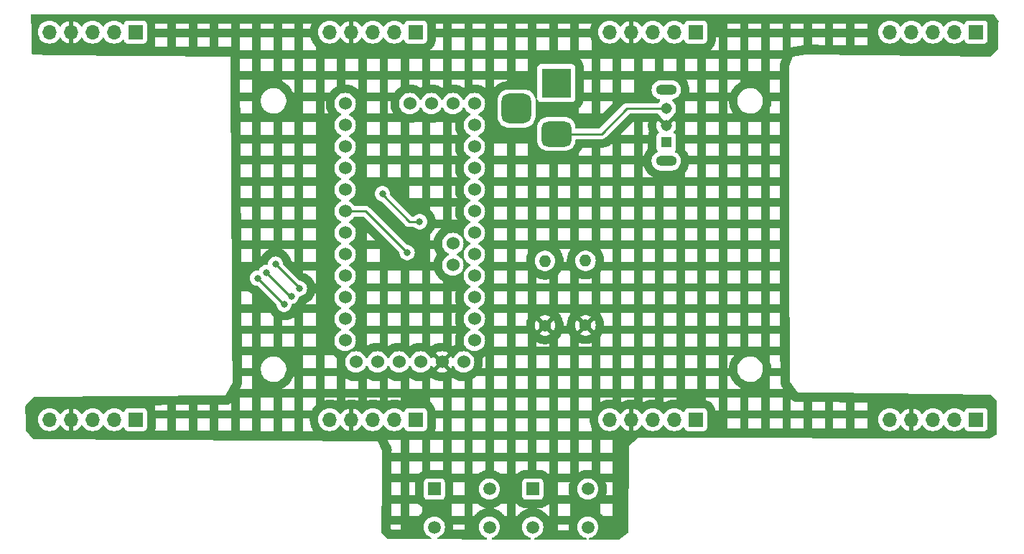
<source format=gbl>
%TF.GenerationSoftware,KiCad,Pcbnew,8.0.1*%
%TF.CreationDate,2024-04-15T16:39:27+10:00*%
%TF.ProjectId,4x8x8 LED Matrix Clock,34783878-3820-44c4-9544-204d61747269,rev?*%
%TF.SameCoordinates,Original*%
%TF.FileFunction,Copper,L2,Bot*%
%TF.FilePolarity,Positive*%
%FSLAX46Y46*%
G04 Gerber Fmt 4.6, Leading zero omitted, Abs format (unit mm)*
G04 Created by KiCad (PCBNEW 8.0.1) date 2024-04-15 16:39:27*
%MOMM*%
%LPD*%
G01*
G04 APERTURE LIST*
G04 Aperture macros list*
%AMRoundRect*
0 Rectangle with rounded corners*
0 $1 Rounding radius*
0 $2 $3 $4 $5 $6 $7 $8 $9 X,Y pos of 4 corners*
0 Add a 4 corners polygon primitive as box body*
4,1,4,$2,$3,$4,$5,$6,$7,$8,$9,$2,$3,0*
0 Add four circle primitives for the rounded corners*
1,1,$1+$1,$2,$3*
1,1,$1+$1,$4,$5*
1,1,$1+$1,$6,$7*
1,1,$1+$1,$8,$9*
0 Add four rect primitives between the rounded corners*
20,1,$1+$1,$2,$3,$4,$5,0*
20,1,$1+$1,$4,$5,$6,$7,0*
20,1,$1+$1,$6,$7,$8,$9,0*
20,1,$1+$1,$8,$9,$2,$3,0*%
G04 Aperture macros list end*
%TA.AperFunction,ComponentPad*%
%ADD10C,1.524000*%
%TD*%
%TA.AperFunction,ComponentPad*%
%ADD11R,1.700000X1.700000*%
%TD*%
%TA.AperFunction,ComponentPad*%
%ADD12O,1.700000X1.700000*%
%TD*%
%TA.AperFunction,ComponentPad*%
%ADD13R,3.500000X3.500000*%
%TD*%
%TA.AperFunction,ComponentPad*%
%ADD14RoundRect,0.750000X1.000000X-0.750000X1.000000X0.750000X-1.000000X0.750000X-1.000000X-0.750000X0*%
%TD*%
%TA.AperFunction,ComponentPad*%
%ADD15RoundRect,0.875000X0.875000X-0.875000X0.875000X0.875000X-0.875000X0.875000X-0.875000X-0.875000X0*%
%TD*%
%TA.AperFunction,ComponentPad*%
%ADD16R,1.308000X1.308000*%
%TD*%
%TA.AperFunction,ComponentPad*%
%ADD17C,1.308000*%
%TD*%
%TA.AperFunction,ComponentPad*%
%ADD18O,2.460000X1.230000*%
%TD*%
%TA.AperFunction,ComponentPad*%
%ADD19R,1.508000X1.508000*%
%TD*%
%TA.AperFunction,ComponentPad*%
%ADD20C,1.508000*%
%TD*%
%TA.AperFunction,ComponentPad*%
%ADD21C,1.400000*%
%TD*%
%TA.AperFunction,ComponentPad*%
%ADD22O,1.400000X1.400000*%
%TD*%
%TA.AperFunction,ViaPad*%
%ADD23C,0.800000*%
%TD*%
%TA.AperFunction,Conductor*%
%ADD24C,0.250000*%
%TD*%
G04 APERTURE END LIST*
D10*
%TO.P,U1,0,TXO*%
%TO.N,unconnected-(U1-TXO-Pad0)*%
X155035000Y-99465000D03*
%TO.P,U1,1,RXI*%
%TO.N,unconnected-(U1-RXI-Pad1)*%
X155035000Y-96925000D03*
%TO.P,U1,2,RST*%
%TO.N,unconnected-(U1-RST-Pad2)*%
X155035000Y-94385000D03*
%TO.P,U1,3,GND*%
%TO.N,unconnected-(U1-GND-Pad3)*%
X155035000Y-91845000D03*
%TO.P,U1,4,2*%
%TO.N,unconnected-(U1-2-Pad4)*%
X155035000Y-89305000D03*
%TO.P,U1,5,3*%
%TO.N,unconnected-(U1-3-Pad5)*%
X155035000Y-86765000D03*
%TO.P,U1,6,4*%
%TO.N,/MODE_SELECT*%
X155035000Y-84225000D03*
%TO.P,U1,7,5*%
%TO.N,/TIMER_SELECT*%
X155035000Y-81685000D03*
%TO.P,U1,8,6*%
%TO.N,unconnected-(U1-6-Pad8)*%
X155035000Y-79145000D03*
%TO.P,U1,9,7*%
%TO.N,unconnected-(U1-7-Pad9)*%
X155035000Y-76605000D03*
%TO.P,U1,10,8*%
%TO.N,unconnected-(U1-8-Pad10)*%
X155035000Y-74065000D03*
%TO.P,U1,11,9*%
%TO.N,unconnected-(U1-9-Pad11)*%
X155035000Y-71525000D03*
%TO.P,U1,12,GND*%
%TO.N,unconnected-(U1-GND-Pad12)*%
X162655000Y-71525000D03*
%TO.P,U1,13,A6*%
%TO.N,unconnected-(U1-A6-Pad13)*%
X165195000Y-71525000D03*
%TO.P,U1,14,A7*%
%TO.N,unconnected-(U1-A7-Pad14)*%
X167735000Y-71525000D03*
%TO.P,U1,15,10*%
%TO.N,/CS0*%
X170275000Y-71525000D03*
%TO.P,U1,16,11*%
%TO.N,/DIN0*%
X170275000Y-74065000D03*
%TO.P,U1,17,12*%
%TO.N,unconnected-(U1-12-Pad17)*%
X170275000Y-76605000D03*
%TO.P,U1,18,13*%
%TO.N,/CLK0*%
X170275000Y-79145000D03*
%TO.P,U1,19,A0*%
%TO.N,unconnected-(U1-A0-Pad19)*%
X170275000Y-81685000D03*
%TO.P,U1,20,A1*%
%TO.N,unconnected-(U1-A1-Pad20)*%
X170275000Y-84225000D03*
%TO.P,U1,21,A2*%
%TO.N,unconnected-(U1-A2-Pad21)*%
X170275000Y-86765000D03*
%TO.P,U1,22,A3*%
%TO.N,unconnected-(U1-A3-Pad22)*%
X170275000Y-89305000D03*
%TO.P,U1,23,Vcc*%
%TO.N,unconnected-(U1-Vcc-Pad23)*%
X170275000Y-91845000D03*
%TO.P,U1,24,RST*%
%TO.N,unconnected-(U1-RST-Pad24)*%
X170275000Y-94385000D03*
%TO.P,U1,25,GND*%
%TO.N,unconnected-(U1-GND-Pad25)*%
X170275000Y-96925000D03*
%TO.P,U1,26,RAW*%
%TO.N,unconnected-(U1-RAW-Pad26)*%
X170275000Y-99465000D03*
%TO.P,U1,27,GND*%
%TO.N,unconnected-(U1-GND-Pad27)*%
X169005000Y-102005000D03*
%TO.P,U1,28,GND*%
%TO.N,GND*%
X166465000Y-102005000D03*
%TO.P,U1,29,VCC*%
%TO.N,/Vcc*%
X163925000Y-102005000D03*
%TO.P,U1,30,TXI*%
%TO.N,unconnected-(U1-TXI-Pad30)*%
X161385000Y-102005000D03*
%TO.P,U1,31,TXO*%
%TO.N,unconnected-(U1-TXO-Pad31)*%
X158845000Y-102005000D03*
%TO.P,U1,32,DTR*%
%TO.N,unconnected-(U1-DTR-Pad32)*%
X156305000Y-102005000D03*
%TO.P,U1,33,A4*%
%TO.N,unconnected-(U1-A4-Pad33)*%
X167735000Y-88035000D03*
%TO.P,U1,34,A5*%
%TO.N,unconnected-(U1-A5-Pad34)*%
X167735000Y-90575000D03*
%TD*%
D11*
%TO.P,J8,1,Pin_1*%
%TO.N,/CLK3*%
X229433200Y-108813600D03*
D12*
%TO.P,J8,2,Pin_2*%
%TO.N,/CS3*%
X226893200Y-108813600D03*
%TO.P,J8,3,Pin_3*%
%TO.N,/DIN3*%
X224353200Y-108813600D03*
%TO.P,J8,4,Pin_4*%
%TO.N,GND*%
X221813200Y-108813600D03*
%TO.P,J8,5,Pin_5*%
%TO.N,/Vcc*%
X219273200Y-108813600D03*
%TD*%
D13*
%TO.P,J1,1*%
%TO.N,/Vcc*%
X179942500Y-69100000D03*
D14*
%TO.P,J1,2*%
%TO.N,Net-(J1-Pad2)*%
X179942500Y-75100000D03*
D15*
%TO.P,J1,3*%
%TO.N,N/C*%
X175242500Y-72100000D03*
%TD*%
D11*
%TO.P,J5,1,Pin_1*%
%TO.N,/CLK2*%
X163372800Y-63093600D03*
D12*
%TO.P,J5,2,Pin_2*%
%TO.N,/CS2*%
X160832800Y-63093600D03*
%TO.P,J5,3,Pin_3*%
%TO.N,/DIN2*%
X158292800Y-63093600D03*
%TO.P,J5,4,Pin_4*%
%TO.N,GND*%
X155752800Y-63093600D03*
%TO.P,J5,5,Pin_5*%
%TO.N,/Vcc*%
X153212800Y-63093600D03*
%TD*%
%TO.P,J6,5,Pin_5*%
%TO.N,/Vcc*%
X186227800Y-108813600D03*
%TO.P,J6,4,Pin_4*%
%TO.N,GND*%
X188767800Y-108813600D03*
%TO.P,J6,3,Pin_3*%
%TO.N,/DIN2*%
X191307800Y-108813600D03*
%TO.P,J6,2,Pin_2*%
%TO.N,/CS2*%
X193847800Y-108813600D03*
D11*
%TO.P,J6,1,Pin_1*%
%TO.N,/CLK2*%
X196387800Y-108813600D03*
%TD*%
D16*
%TO.P,S1,1*%
%TO.N,unconnected-(S1-Pad1)*%
X192900000Y-76100000D03*
D17*
%TO.P,S1,2*%
%TO.N,GND*%
X192900000Y-74100000D03*
%TO.P,S1,3*%
%TO.N,Net-(J1-Pad2)*%
X192900000Y-72100000D03*
D18*
%TO.P,S1,S1,SHIELD*%
%TO.N,unconnected-(S1-SHIELD-PadS1)*%
X192900000Y-78300000D03*
%TO.P,S1,S2,SHIELD*%
%TO.N,unconnected-(S1-SHIELD-PadS2)*%
X192900000Y-69900000D03*
%TD*%
D19*
%TO.P,S3,1*%
%TO.N,/MODE_SELECT*%
X177150000Y-117000000D03*
D20*
%TO.P,S3,2*%
X183650000Y-117000000D03*
%TO.P,S3,3*%
%TO.N,/Vcc*%
X177150000Y-121500000D03*
%TO.P,S3,4*%
X183650000Y-121500000D03*
%TD*%
D11*
%TO.P,J7,1,Pin_1*%
%TO.N,/CLK3*%
X196387800Y-63093600D03*
D12*
%TO.P,J7,2,Pin_2*%
%TO.N,/CS3*%
X193847800Y-63093600D03*
%TO.P,J7,3,Pin_3*%
%TO.N,/DIN3*%
X191307800Y-63093600D03*
%TO.P,J7,4,Pin_4*%
%TO.N,GND*%
X188767800Y-63093600D03*
%TO.P,J7,5,Pin_5*%
%TO.N,/Vcc*%
X186227800Y-63093600D03*
%TD*%
%TO.P,J2,5,Pin_5*%
%TO.N,/Vcc*%
X120192800Y-108813600D03*
%TO.P,J2,4,Pin_4*%
%TO.N,GND*%
X122732800Y-108813600D03*
%TO.P,J2,3,Pin_3*%
%TO.N,/DIN0*%
X125272800Y-108813600D03*
%TO.P,J2,2,Pin_2*%
%TO.N,/CS0*%
X127812800Y-108813600D03*
D11*
%TO.P,J2,1,Pin_1*%
%TO.N,/CLK0*%
X130352800Y-108813600D03*
%TD*%
D21*
%TO.P,R1,1*%
%TO.N,GND*%
X178600000Y-97710000D03*
D22*
%TO.P,R1,2*%
%TO.N,/TIMER_SELECT*%
X178600000Y-90090000D03*
%TD*%
D20*
%TO.P,S2,4*%
%TO.N,/Vcc*%
X172050000Y-121500000D03*
%TO.P,S2,3*%
X165550000Y-121500000D03*
%TO.P,S2,2*%
%TO.N,/TIMER_SELECT*%
X172050000Y-117000000D03*
D19*
%TO.P,S2,1*%
X165550000Y-117000000D03*
%TD*%
D11*
%TO.P,J9,1,Pin_1*%
%TO.N,unconnected-(J9-Pin_1-Pad1)*%
X229433200Y-63093600D03*
D12*
%TO.P,J9,2,Pin_2*%
%TO.N,unconnected-(J9-Pin_2-Pad2)*%
X226893200Y-63093600D03*
%TO.P,J9,3,Pin_3*%
%TO.N,unconnected-(J9-Pin_3-Pad3)*%
X224353200Y-63093600D03*
%TO.P,J9,4,Pin_4*%
%TO.N,unconnected-(J9-Pin_4-Pad4)*%
X221813200Y-63093600D03*
%TO.P,J9,5,Pin_5*%
%TO.N,unconnected-(J9-Pin_5-Pad5)*%
X219273200Y-63093600D03*
%TD*%
D21*
%TO.P,R2,1*%
%TO.N,GND*%
X183388000Y-97688400D03*
D22*
%TO.P,R2,2*%
%TO.N,/MODE_SELECT*%
X183388000Y-90068400D03*
%TD*%
D11*
%TO.P,J3,1,Pin_1*%
%TO.N,/CLK1*%
X130327400Y-63093600D03*
D12*
%TO.P,J3,2,Pin_2*%
%TO.N,/CS1*%
X127787400Y-63093600D03*
%TO.P,J3,3,Pin_3*%
%TO.N,/DIN1*%
X125247400Y-63093600D03*
%TO.P,J3,4,Pin_4*%
%TO.N,GND*%
X122707400Y-63093600D03*
%TO.P,J3,5,Pin_5*%
%TO.N,/Vcc*%
X120167400Y-63093600D03*
%TD*%
D11*
%TO.P,J4,1,Pin_1*%
%TO.N,/CLK1*%
X163372800Y-108813600D03*
D12*
%TO.P,J4,2,Pin_2*%
%TO.N,/CS1*%
X160832800Y-108813600D03*
%TO.P,J4,3,Pin_3*%
%TO.N,/DIN1*%
X158292800Y-108813600D03*
%TO.P,J4,4,Pin_4*%
%TO.N,GND*%
X155752800Y-108813600D03*
%TO.P,J4,5,Pin_5*%
%TO.N,/Vcc*%
X153212800Y-108813600D03*
%TD*%
D23*
%TO.N,/MODE_SELECT*%
X162355000Y-89105000D03*
%TO.N,/TIMER_SELECT*%
X159435800Y-82169000D03*
X163830000Y-85471000D03*
%TO.N,/CLK1*%
X149650000Y-93350000D03*
X146837400Y-90474800D03*
%TO.N,/CS1*%
X145750000Y-91450000D03*
X148700000Y-94250000D03*
%TO.N,/DIN1*%
X147850000Y-95200000D03*
X144729200Y-92125800D03*
%TD*%
D24*
%TO.N,/MODE_SELECT*%
X162355000Y-89105000D02*
X157475000Y-84225000D01*
X157475000Y-84225000D02*
X155035000Y-84225000D01*
%TO.N,/TIMER_SELECT*%
X159435800Y-82285800D02*
X159435800Y-82169000D01*
X163830000Y-85471000D02*
X162621000Y-85471000D01*
X162621000Y-85471000D02*
X159435800Y-82285800D01*
%TO.N,Net-(J1-Pad2)*%
X179942500Y-75100000D02*
X185275400Y-75100000D01*
X188275400Y-72100000D02*
X192900000Y-72100000D01*
X185275400Y-75100000D02*
X188275400Y-72100000D01*
%TO.N,/CLK1*%
X149650000Y-93287400D02*
X146837400Y-90474800D01*
X149650000Y-93350000D02*
X149650000Y-93287400D01*
%TO.N,/CS1*%
X148700000Y-94250000D02*
X148550000Y-94250000D01*
X148550000Y-94250000D02*
X145750000Y-91450000D01*
%TO.N,/DIN1*%
X147803400Y-95200000D02*
X144729200Y-92125800D01*
X144602200Y-91998800D02*
X144729200Y-92125800D01*
X147850000Y-95200000D02*
X147803400Y-95200000D01*
%TD*%
%TA.AperFunction,Conductor*%
%TO.N,GND*%
G36*
X231494856Y-60979685D02*
G01*
X231526656Y-61009122D01*
X232075811Y-61734007D01*
X232100603Y-61799330D01*
X232100357Y-61821223D01*
X232074080Y-62084000D01*
X232060228Y-62222526D01*
X232054400Y-62280804D01*
X232054400Y-65071052D01*
X232034715Y-65138091D01*
X232014190Y-65162459D01*
X231176170Y-65930643D01*
X231113450Y-65961433D01*
X231090937Y-65963228D01*
X209754937Y-65714847D01*
X209321400Y-65709800D01*
X209321399Y-65709800D01*
X209321398Y-65709800D01*
X207797400Y-65963799D01*
X207399532Y-67107671D01*
X207391000Y-67132200D01*
X207435809Y-89013829D01*
X207467200Y-104343200D01*
X207467201Y-104343203D01*
X208381599Y-105587800D01*
X208381598Y-105587800D01*
X211821466Y-105626191D01*
X231084728Y-105841183D01*
X231151543Y-105861614D01*
X231176488Y-105883321D01*
X231845744Y-106644888D01*
X231875212Y-106708240D01*
X231876600Y-106726742D01*
X231876600Y-110466033D01*
X231856915Y-110533072D01*
X231810478Y-110575697D01*
X230989470Y-111009007D01*
X230931364Y-111023343D01*
X189585600Y-110947200D01*
X189585599Y-110947200D01*
X188493400Y-111861599D01*
X188417648Y-122088027D01*
X188397467Y-122154918D01*
X188369145Y-122185478D01*
X187358551Y-122961051D01*
X187293383Y-122986250D01*
X187282709Y-122986681D01*
X183925302Y-122977268D01*
X183858318Y-122957395D01*
X183812712Y-122904463D01*
X183802962Y-122835277D01*
X183832165Y-122771803D01*
X183891049Y-122734193D01*
X183893487Y-122733512D01*
X184080703Y-122683347D01*
X184279646Y-122590579D01*
X184459457Y-122464674D01*
X184614674Y-122309457D01*
X184740579Y-122129646D01*
X184833347Y-121930703D01*
X184890161Y-121718674D01*
X184909292Y-121500000D01*
X184906913Y-121472811D01*
X184890161Y-121281331D01*
X184890161Y-121281326D01*
X184833347Y-121069297D01*
X184740579Y-120870354D01*
X184740577Y-120870351D01*
X184740576Y-120870349D01*
X184614677Y-120690547D01*
X184614672Y-120690541D01*
X184459458Y-120535327D01*
X184459452Y-120535322D01*
X184279650Y-120409423D01*
X184279642Y-120409419D01*
X184080708Y-120316655D01*
X184080706Y-120316654D01*
X184080703Y-120316653D01*
X183929885Y-120276240D01*
X183868675Y-120259839D01*
X183868668Y-120259838D01*
X183650002Y-120240708D01*
X183649998Y-120240708D01*
X183431331Y-120259838D01*
X183431324Y-120259839D01*
X183308902Y-120292642D01*
X183219297Y-120316653D01*
X183219295Y-120316653D01*
X183219291Y-120316655D01*
X183020357Y-120409419D01*
X183020349Y-120409423D01*
X182840547Y-120535322D01*
X182840541Y-120535327D01*
X182685327Y-120690541D01*
X182685322Y-120690547D01*
X182559423Y-120870349D01*
X182559419Y-120870357D01*
X182466655Y-121069291D01*
X182409839Y-121281324D01*
X182409838Y-121281331D01*
X182390708Y-121499997D01*
X182390708Y-121500002D01*
X182393086Y-121527189D01*
X182409839Y-121718674D01*
X182466653Y-121930703D01*
X182466654Y-121930706D01*
X182466655Y-121930708D01*
X182559419Y-122129642D01*
X182559423Y-122129650D01*
X182685322Y-122309452D01*
X182685327Y-122309458D01*
X182840541Y-122464672D01*
X182840547Y-122464677D01*
X183020349Y-122590576D01*
X183020351Y-122590577D01*
X183020354Y-122590579D01*
X183219297Y-122683347D01*
X183400613Y-122731931D01*
X183460274Y-122768297D01*
X183490802Y-122831144D01*
X183482507Y-122900519D01*
X183438021Y-122954397D01*
X183371469Y-122975671D01*
X183368171Y-122975706D01*
X177492610Y-122959232D01*
X177425626Y-122939359D01*
X177380020Y-122886427D01*
X177370270Y-122817241D01*
X177399473Y-122753767D01*
X177458357Y-122716157D01*
X177460746Y-122715489D01*
X177580703Y-122683347D01*
X177779646Y-122590579D01*
X177959457Y-122464674D01*
X178114674Y-122309457D01*
X178240579Y-122129646D01*
X178333347Y-121930703D01*
X178390161Y-121718674D01*
X178409292Y-121500000D01*
X178406913Y-121472811D01*
X178390161Y-121281331D01*
X178390161Y-121281326D01*
X178370513Y-121208000D01*
X180097245Y-121208000D01*
X180097245Y-121842528D01*
X181419902Y-121846237D01*
X181418124Y-121832725D01*
X181417535Y-121827348D01*
X181394608Y-121565284D01*
X181394254Y-121559887D01*
X181392826Y-121527189D01*
X181392708Y-121521779D01*
X181392708Y-121478221D01*
X181392826Y-121472811D01*
X181394254Y-121440113D01*
X181394608Y-121434716D01*
X181414443Y-121208000D01*
X180097245Y-121208000D01*
X178370513Y-121208000D01*
X178333347Y-121069297D01*
X178240579Y-120870354D01*
X178240577Y-120870351D01*
X178240576Y-120870349D01*
X178114677Y-120690547D01*
X178114672Y-120690541D01*
X177959458Y-120535327D01*
X177959452Y-120535322D01*
X177779650Y-120409423D01*
X177779642Y-120409419D01*
X177580708Y-120316655D01*
X177580706Y-120316654D01*
X177580703Y-120316653D01*
X177429885Y-120276240D01*
X177368675Y-120259839D01*
X177368668Y-120259838D01*
X177150002Y-120240708D01*
X177149998Y-120240708D01*
X176931331Y-120259838D01*
X176931324Y-120259839D01*
X176808902Y-120292642D01*
X176719297Y-120316653D01*
X176719295Y-120316653D01*
X176719291Y-120316655D01*
X176520357Y-120409419D01*
X176520349Y-120409423D01*
X176340547Y-120535322D01*
X176340541Y-120535327D01*
X176185327Y-120690541D01*
X176185322Y-120690547D01*
X176059423Y-120870349D01*
X176059419Y-120870357D01*
X175966655Y-121069291D01*
X175909839Y-121281324D01*
X175909838Y-121281331D01*
X175890708Y-121499997D01*
X175890708Y-121500002D01*
X175893086Y-121527189D01*
X175909839Y-121718674D01*
X175966653Y-121930703D01*
X175966654Y-121930706D01*
X175966655Y-121930708D01*
X176059419Y-122129642D01*
X176059423Y-122129650D01*
X176185322Y-122309452D01*
X176185327Y-122309458D01*
X176340541Y-122464672D01*
X176340547Y-122464677D01*
X176520349Y-122590576D01*
X176520351Y-122590577D01*
X176520354Y-122590579D01*
X176719297Y-122683347D01*
X176831883Y-122713515D01*
X176891543Y-122749880D01*
X176922071Y-122812727D01*
X176913776Y-122882102D01*
X176869290Y-122935980D01*
X176802738Y-122957254D01*
X176799440Y-122957289D01*
X172445421Y-122945081D01*
X172378437Y-122925208D01*
X172332831Y-122872276D01*
X172323081Y-122803090D01*
X172352284Y-122739616D01*
X172411168Y-122702006D01*
X172413573Y-122701334D01*
X172480703Y-122683347D01*
X172679646Y-122590579D01*
X172859457Y-122464674D01*
X173014674Y-122309457D01*
X173140579Y-122129646D01*
X173233347Y-121930703D01*
X173290161Y-121718674D01*
X173309292Y-121500000D01*
X173306913Y-121472811D01*
X173290161Y-121281331D01*
X173290161Y-121281326D01*
X173233347Y-121069297D01*
X173140579Y-120870354D01*
X173140577Y-120870351D01*
X173140576Y-120870349D01*
X173014677Y-120690547D01*
X173014672Y-120690541D01*
X172859458Y-120535327D01*
X172859452Y-120535322D01*
X172679650Y-120409423D01*
X172679642Y-120409419D01*
X172480708Y-120316655D01*
X172480706Y-120316654D01*
X172480703Y-120316653D01*
X172329885Y-120276240D01*
X172268675Y-120259839D01*
X172268668Y-120259838D01*
X172050002Y-120240708D01*
X172049998Y-120240708D01*
X171831331Y-120259838D01*
X171831324Y-120259839D01*
X171708902Y-120292642D01*
X171619297Y-120316653D01*
X171619295Y-120316653D01*
X171619291Y-120316655D01*
X171420357Y-120409419D01*
X171420349Y-120409423D01*
X171240547Y-120535322D01*
X171240541Y-120535327D01*
X171085327Y-120690541D01*
X171085322Y-120690547D01*
X170959423Y-120870349D01*
X170959419Y-120870357D01*
X170866655Y-121069291D01*
X170809839Y-121281324D01*
X170809838Y-121281331D01*
X170790708Y-121499997D01*
X170790708Y-121500002D01*
X170793086Y-121527189D01*
X170809839Y-121718674D01*
X170866653Y-121930703D01*
X170866654Y-121930706D01*
X170866655Y-121930708D01*
X170959419Y-122129642D01*
X170959423Y-122129650D01*
X171085322Y-122309452D01*
X171085327Y-122309458D01*
X171240541Y-122464672D01*
X171240547Y-122464677D01*
X171420349Y-122590576D01*
X171420351Y-122590577D01*
X171420354Y-122590579D01*
X171529001Y-122641241D01*
X171619292Y-122683345D01*
X171619293Y-122683345D01*
X171619297Y-122683347D01*
X171677956Y-122699064D01*
X171737614Y-122735428D01*
X171768143Y-122798275D01*
X171759848Y-122867650D01*
X171715363Y-122921528D01*
X171648811Y-122942803D01*
X171645512Y-122942838D01*
X166012729Y-122927045D01*
X165945745Y-122907172D01*
X165900139Y-122854240D01*
X165890389Y-122785054D01*
X165919592Y-122721580D01*
X165975796Y-122685681D01*
X165975620Y-122685197D01*
X165977793Y-122684406D01*
X165978476Y-122683970D01*
X165980680Y-122683355D01*
X165980697Y-122683348D01*
X165980703Y-122683347D01*
X166179646Y-122590579D01*
X166359457Y-122464674D01*
X166514674Y-122309457D01*
X166640579Y-122129646D01*
X166733347Y-121930703D01*
X166766224Y-121808006D01*
X167784157Y-121808006D01*
X169099245Y-121811693D01*
X169099245Y-121208000D01*
X167785557Y-121208000D01*
X167805392Y-121434716D01*
X167805746Y-121440113D01*
X167807174Y-121472811D01*
X167807292Y-121478221D01*
X167807292Y-121521779D01*
X167807174Y-121527189D01*
X167805746Y-121559887D01*
X167805392Y-121565284D01*
X167784157Y-121808006D01*
X166766224Y-121808006D01*
X166790161Y-121718674D01*
X166809292Y-121500000D01*
X166806913Y-121472811D01*
X166790161Y-121281331D01*
X166790161Y-121281326D01*
X166733347Y-121069297D01*
X166640579Y-120870354D01*
X166640577Y-120870351D01*
X166640576Y-120870349D01*
X166514677Y-120690547D01*
X166514672Y-120690541D01*
X166359458Y-120535327D01*
X166359452Y-120535322D01*
X166179650Y-120409423D01*
X166179642Y-120409419D01*
X165980708Y-120316655D01*
X165980706Y-120316654D01*
X165980703Y-120316653D01*
X165829885Y-120276240D01*
X165768675Y-120259839D01*
X165768668Y-120259838D01*
X165550002Y-120240708D01*
X165549998Y-120240708D01*
X165331331Y-120259838D01*
X165331324Y-120259839D01*
X165208902Y-120292642D01*
X165119297Y-120316653D01*
X165119295Y-120316653D01*
X165119291Y-120316655D01*
X164920357Y-120409419D01*
X164920349Y-120409423D01*
X164740547Y-120535322D01*
X164740541Y-120535327D01*
X164585327Y-120690541D01*
X164585322Y-120690547D01*
X164459423Y-120870349D01*
X164459419Y-120870357D01*
X164366655Y-121069291D01*
X164309839Y-121281324D01*
X164309838Y-121281331D01*
X164290708Y-121499997D01*
X164290708Y-121500002D01*
X164293086Y-121527189D01*
X164309839Y-121718674D01*
X164366653Y-121930703D01*
X164366654Y-121930706D01*
X164366655Y-121930708D01*
X164459419Y-122129642D01*
X164459423Y-122129650D01*
X164585322Y-122309452D01*
X164585327Y-122309458D01*
X164740541Y-122464672D01*
X164740547Y-122464677D01*
X164920349Y-122590576D01*
X164920351Y-122590577D01*
X164920354Y-122590579D01*
X165119297Y-122683347D01*
X165119305Y-122683349D01*
X165120820Y-122683901D01*
X165121399Y-122684327D01*
X165124203Y-122685635D01*
X165123940Y-122686198D01*
X165177087Y-122725324D01*
X165202025Y-122790592D01*
X165187719Y-122858981D01*
X165138710Y-122908779D01*
X165078068Y-122924425D01*
X160198157Y-122910743D01*
X160131173Y-122890870D01*
X160110824Y-122874424D01*
X159345662Y-122109262D01*
X159312177Y-122047939D01*
X159309350Y-122020272D01*
X159311330Y-121832725D01*
X159313662Y-121611747D01*
X160437723Y-121611747D01*
X160613879Y-121787903D01*
X161599245Y-121790665D01*
X161599245Y-121208000D01*
X160441984Y-121208000D01*
X160437723Y-121611747D01*
X159313662Y-121611747D01*
X159328456Y-120210000D01*
X160452518Y-120210000D01*
X161599245Y-120210000D01*
X161599245Y-118708000D01*
X162597245Y-118708000D01*
X162597245Y-120210000D01*
X163703473Y-120210000D01*
X163780308Y-120100267D01*
X163783511Y-120095899D01*
X163803448Y-120069919D01*
X163806834Y-120065700D01*
X163834835Y-120032333D01*
X163838398Y-120028270D01*
X163860498Y-120004152D01*
X163864240Y-120000244D01*
X164050244Y-119814240D01*
X164054152Y-119810498D01*
X164078270Y-119788398D01*
X164082333Y-119784835D01*
X164099245Y-119770642D01*
X164099245Y-119086752D01*
X164044077Y-119056628D01*
X164036463Y-119052110D01*
X163991396Y-119023146D01*
X163984126Y-119018098D01*
X163811827Y-118889114D01*
X163804936Y-118883561D01*
X163764451Y-118848481D01*
X163757972Y-118842449D01*
X163707551Y-118792028D01*
X163701519Y-118785549D01*
X163666439Y-118745064D01*
X163660886Y-118738173D01*
X163638298Y-118708000D01*
X167597245Y-118708000D01*
X167597245Y-120210000D01*
X169099245Y-120210000D01*
X169099245Y-118708000D01*
X170097245Y-118708000D01*
X170097245Y-120210000D01*
X170203473Y-120210000D01*
X170280308Y-120100267D01*
X170283511Y-120095899D01*
X170303448Y-120069919D01*
X170306834Y-120065700D01*
X170334835Y-120032333D01*
X170338398Y-120028270D01*
X170360498Y-120004152D01*
X170364240Y-120000244D01*
X170550244Y-119814240D01*
X170554152Y-119810498D01*
X170578270Y-119788398D01*
X170582333Y-119784835D01*
X170615700Y-119756834D01*
X170619919Y-119753448D01*
X170645899Y-119733511D01*
X170650267Y-119730308D01*
X170865770Y-119579412D01*
X170870270Y-119576405D01*
X170897885Y-119558813D01*
X170902511Y-119556006D01*
X170940234Y-119534228D01*
X170944975Y-119531627D01*
X170973998Y-119516519D01*
X170978850Y-119514127D01*
X171217270Y-119402951D01*
X171222221Y-119400772D01*
X171252471Y-119388242D01*
X171257519Y-119386279D01*
X171298449Y-119371384D01*
X171303569Y-119369646D01*
X171334770Y-119359809D01*
X171339961Y-119358296D01*
X171502755Y-119314674D01*
X172597245Y-119314674D01*
X172760039Y-119358296D01*
X172765230Y-119359809D01*
X172796431Y-119369646D01*
X172801551Y-119371384D01*
X172842481Y-119386279D01*
X172847529Y-119388242D01*
X172877779Y-119400772D01*
X172882730Y-119402951D01*
X173121150Y-119514127D01*
X173126002Y-119516519D01*
X173155025Y-119531627D01*
X173159766Y-119534228D01*
X173197489Y-119556006D01*
X173202115Y-119558813D01*
X173229730Y-119576405D01*
X173234230Y-119579412D01*
X173449733Y-119730308D01*
X173454101Y-119733511D01*
X173480081Y-119753448D01*
X173484300Y-119756834D01*
X173517667Y-119784835D01*
X173521730Y-119788398D01*
X173545848Y-119810498D01*
X173549756Y-119814240D01*
X173735760Y-120000244D01*
X173739502Y-120004152D01*
X173761602Y-120028270D01*
X173765165Y-120032333D01*
X173793166Y-120065700D01*
X173796552Y-120069919D01*
X173816489Y-120095899D01*
X173819692Y-120100267D01*
X173896527Y-120210000D01*
X174099245Y-120210000D01*
X174099245Y-118708000D01*
X175097245Y-118708000D01*
X175097245Y-120210000D01*
X175303473Y-120210000D01*
X175380308Y-120100267D01*
X175383511Y-120095899D01*
X175403448Y-120069919D01*
X175406834Y-120065700D01*
X175434835Y-120032333D01*
X175438398Y-120028270D01*
X175460498Y-120004152D01*
X175464240Y-120000244D01*
X175650244Y-119814240D01*
X175654152Y-119810498D01*
X175678270Y-119788398D01*
X175682333Y-119784835D01*
X175715700Y-119756834D01*
X175719919Y-119753448D01*
X175745899Y-119733511D01*
X175750267Y-119730308D01*
X175965770Y-119579412D01*
X175970270Y-119576405D01*
X175997885Y-119558813D01*
X176002511Y-119556006D01*
X176040234Y-119534228D01*
X176044975Y-119531627D01*
X176073998Y-119516519D01*
X176078850Y-119514127D01*
X176317270Y-119402951D01*
X176322221Y-119400772D01*
X176352471Y-119388242D01*
X176357519Y-119386279D01*
X176398449Y-119371384D01*
X176403569Y-119369646D01*
X176434770Y-119359809D01*
X176439960Y-119358297D01*
X176599245Y-119315614D01*
X176599245Y-119288159D01*
X177597245Y-119288159D01*
X177600684Y-119288922D01*
X177605939Y-119290208D01*
X177860039Y-119358296D01*
X177865230Y-119359809D01*
X177896431Y-119369646D01*
X177901551Y-119371384D01*
X177942481Y-119386279D01*
X177947529Y-119388242D01*
X177977779Y-119400772D01*
X177982730Y-119402951D01*
X178221150Y-119514127D01*
X178226002Y-119516519D01*
X178255025Y-119531627D01*
X178259766Y-119534228D01*
X178297489Y-119556006D01*
X178302115Y-119558813D01*
X178329730Y-119576405D01*
X178334230Y-119579412D01*
X178549733Y-119730308D01*
X178554101Y-119733511D01*
X178580081Y-119753448D01*
X178584300Y-119756834D01*
X178617667Y-119784835D01*
X178621730Y-119788398D01*
X178645848Y-119810498D01*
X178649756Y-119814240D01*
X178835760Y-120000244D01*
X178839502Y-120004152D01*
X178861602Y-120028270D01*
X178865165Y-120032333D01*
X178893166Y-120065700D01*
X178896552Y-120069919D01*
X178916489Y-120095899D01*
X178919692Y-120100267D01*
X178996527Y-120210000D01*
X179099245Y-120210000D01*
X179099245Y-118708000D01*
X180097245Y-118708000D01*
X180097245Y-120210000D01*
X181599245Y-120210000D01*
X181599245Y-119767697D01*
X185097245Y-119767697D01*
X185117667Y-119784835D01*
X185121730Y-119788398D01*
X185145848Y-119810498D01*
X185149756Y-119814240D01*
X185335760Y-120000244D01*
X185339502Y-120004152D01*
X185361602Y-120028270D01*
X185365165Y-120032333D01*
X185393166Y-120065700D01*
X185396552Y-120069919D01*
X185416489Y-120095899D01*
X185419692Y-120100267D01*
X185496527Y-120210000D01*
X186599245Y-120210000D01*
X186599245Y-118708000D01*
X185125661Y-118708000D01*
X185121730Y-118711602D01*
X185117667Y-118715165D01*
X185097245Y-118732302D01*
X185097245Y-119767697D01*
X181599245Y-119767697D01*
X181599245Y-118708000D01*
X180097245Y-118708000D01*
X179099245Y-118708000D01*
X179061702Y-118708000D01*
X179039114Y-118738173D01*
X179033561Y-118745064D01*
X178998481Y-118785549D01*
X178992449Y-118792028D01*
X178942028Y-118842449D01*
X178935549Y-118848481D01*
X178895064Y-118883561D01*
X178888173Y-118889114D01*
X178715874Y-119018098D01*
X178708604Y-119023146D01*
X178663537Y-119052110D01*
X178655923Y-119056628D01*
X178593333Y-119090805D01*
X178585419Y-119094767D01*
X178536682Y-119117025D01*
X178528502Y-119120413D01*
X178331018Y-119194069D01*
X178323679Y-119196548D01*
X178278828Y-119210153D01*
X178271352Y-119212168D01*
X178210637Y-119226516D01*
X178203045Y-119228061D01*
X178156840Y-119235972D01*
X178149167Y-119237041D01*
X178045245Y-119248212D01*
X178041936Y-119248523D01*
X178021899Y-119250135D01*
X178018587Y-119250357D01*
X177991905Y-119251786D01*
X177988587Y-119251919D01*
X177968536Y-119252455D01*
X177965222Y-119252499D01*
X177597245Y-119252499D01*
X177597245Y-119288159D01*
X176599245Y-119288159D01*
X176599245Y-119252499D01*
X176334752Y-119252500D01*
X176331428Y-119252455D01*
X176311327Y-119251916D01*
X176308007Y-119251783D01*
X176281320Y-119250351D01*
X176278011Y-119250129D01*
X176258018Y-119248519D01*
X176254715Y-119248208D01*
X176150825Y-119237038D01*
X176143157Y-119235971D01*
X176096971Y-119228064D01*
X176089381Y-119226519D01*
X176028670Y-119212174D01*
X176021191Y-119210158D01*
X175976328Y-119196550D01*
X175968988Y-119194071D01*
X175771498Y-119120413D01*
X175763318Y-119117025D01*
X175714581Y-119094767D01*
X175706667Y-119090805D01*
X175644077Y-119056628D01*
X175636463Y-119052110D01*
X175591396Y-119023146D01*
X175584126Y-119018098D01*
X175411827Y-118889114D01*
X175404936Y-118883561D01*
X175364451Y-118848481D01*
X175357972Y-118842449D01*
X175307551Y-118792028D01*
X175301519Y-118785549D01*
X175266439Y-118745064D01*
X175260886Y-118738173D01*
X175238298Y-118708000D01*
X175097245Y-118708000D01*
X174099245Y-118708000D01*
X173525661Y-118708000D01*
X173521730Y-118711602D01*
X173517667Y-118715165D01*
X173484300Y-118743166D01*
X173480081Y-118746552D01*
X173454101Y-118766489D01*
X173449733Y-118769692D01*
X173234230Y-118920588D01*
X173229730Y-118923595D01*
X173202115Y-118941187D01*
X173197489Y-118943994D01*
X173159766Y-118965772D01*
X173155025Y-118968373D01*
X173126002Y-118983481D01*
X173121150Y-118985873D01*
X172882730Y-119097049D01*
X172877779Y-119099228D01*
X172847529Y-119111758D01*
X172842481Y-119113721D01*
X172801551Y-119128616D01*
X172796431Y-119130354D01*
X172765230Y-119140191D01*
X172760039Y-119141704D01*
X172597245Y-119185325D01*
X172597245Y-119314674D01*
X171502755Y-119314674D01*
X171594061Y-119290208D01*
X171599245Y-119288939D01*
X171599245Y-119211060D01*
X171594061Y-119209792D01*
X171339961Y-119141704D01*
X171334770Y-119140191D01*
X171303569Y-119130354D01*
X171298449Y-119128616D01*
X171257519Y-119113721D01*
X171252471Y-119111758D01*
X171222221Y-119099228D01*
X171217270Y-119097049D01*
X170978850Y-118985873D01*
X170973998Y-118983481D01*
X170944975Y-118968373D01*
X170940234Y-118965772D01*
X170902511Y-118943994D01*
X170897885Y-118941187D01*
X170870270Y-118923595D01*
X170865770Y-118920588D01*
X170650267Y-118769692D01*
X170645899Y-118766489D01*
X170619919Y-118746552D01*
X170615700Y-118743166D01*
X170582333Y-118715165D01*
X170578270Y-118711602D01*
X170574339Y-118708000D01*
X170097245Y-118708000D01*
X169099245Y-118708000D01*
X167597245Y-118708000D01*
X163638298Y-118708000D01*
X162597245Y-118708000D01*
X161599245Y-118708000D01*
X160468370Y-118708000D01*
X160452518Y-120210000D01*
X159328456Y-120210000D01*
X159353871Y-117801870D01*
X164295500Y-117801870D01*
X164295501Y-117801876D01*
X164301908Y-117861483D01*
X164352202Y-117996328D01*
X164352206Y-117996335D01*
X164438452Y-118111544D01*
X164438455Y-118111547D01*
X164553664Y-118197793D01*
X164553671Y-118197797D01*
X164688517Y-118248091D01*
X164688516Y-118248091D01*
X164695444Y-118248835D01*
X164748127Y-118254500D01*
X166351872Y-118254499D01*
X166411483Y-118248091D01*
X166546331Y-118197796D01*
X166661546Y-118111546D01*
X166747796Y-117996331D01*
X166798091Y-117861483D01*
X166804500Y-117801873D01*
X166804499Y-116208000D01*
X167802499Y-116208000D01*
X167802500Y-117710000D01*
X169099245Y-117710000D01*
X169099245Y-117000002D01*
X170790708Y-117000002D01*
X170793086Y-117027189D01*
X170809839Y-117218674D01*
X170866653Y-117430703D01*
X170866654Y-117430706D01*
X170866655Y-117430708D01*
X170959419Y-117629642D01*
X170959423Y-117629650D01*
X171085322Y-117809452D01*
X171085327Y-117809458D01*
X171240541Y-117964672D01*
X171240547Y-117964677D01*
X171420349Y-118090576D01*
X171420351Y-118090577D01*
X171420354Y-118090579D01*
X171619297Y-118183347D01*
X171831326Y-118240161D01*
X171987521Y-118253826D01*
X172049998Y-118259292D01*
X172050000Y-118259292D01*
X172050002Y-118259292D01*
X172104797Y-118254498D01*
X172268674Y-118240161D01*
X172480703Y-118183347D01*
X172679646Y-118090579D01*
X172859457Y-117964674D01*
X173014674Y-117809457D01*
X173019986Y-117801870D01*
X175895500Y-117801870D01*
X175895501Y-117801876D01*
X175901908Y-117861483D01*
X175952202Y-117996328D01*
X175952206Y-117996335D01*
X176038452Y-118111544D01*
X176038455Y-118111547D01*
X176153664Y-118197793D01*
X176153671Y-118197797D01*
X176288517Y-118248091D01*
X176288516Y-118248091D01*
X176295444Y-118248835D01*
X176348127Y-118254500D01*
X177951872Y-118254499D01*
X178011483Y-118248091D01*
X178146331Y-118197796D01*
X178261546Y-118111546D01*
X178347796Y-117996331D01*
X178398091Y-117861483D01*
X178404500Y-117801873D01*
X178404499Y-116208000D01*
X180097245Y-116208000D01*
X180097245Y-117710000D01*
X181508286Y-117710000D01*
X181440208Y-117455939D01*
X181438922Y-117450684D01*
X181431836Y-117418722D01*
X181430780Y-117413413D01*
X181423217Y-117370516D01*
X181422395Y-117365170D01*
X181418124Y-117332725D01*
X181417535Y-117327348D01*
X181394608Y-117065284D01*
X181394254Y-117059887D01*
X181392826Y-117027189D01*
X181392708Y-117021779D01*
X181392708Y-117000002D01*
X182390708Y-117000002D01*
X182393086Y-117027189D01*
X182409839Y-117218674D01*
X182466653Y-117430703D01*
X182466654Y-117430706D01*
X182466655Y-117430708D01*
X182559419Y-117629642D01*
X182559423Y-117629650D01*
X182685322Y-117809452D01*
X182685327Y-117809458D01*
X182840541Y-117964672D01*
X182840547Y-117964677D01*
X183020349Y-118090576D01*
X183020351Y-118090577D01*
X183020354Y-118090579D01*
X183219297Y-118183347D01*
X183431326Y-118240161D01*
X183587521Y-118253826D01*
X183649998Y-118259292D01*
X183650000Y-118259292D01*
X183650002Y-118259292D01*
X183704797Y-118254498D01*
X183868674Y-118240161D01*
X184080703Y-118183347D01*
X184279646Y-118090579D01*
X184459457Y-117964674D01*
X184614674Y-117809457D01*
X184740579Y-117629646D01*
X184833347Y-117430703D01*
X184890161Y-117218674D01*
X184909292Y-117000000D01*
X184906913Y-116972811D01*
X184890161Y-116781331D01*
X184890161Y-116781326D01*
X184833347Y-116569297D01*
X184740579Y-116370354D01*
X184740577Y-116370351D01*
X184740576Y-116370349D01*
X184626898Y-116208000D01*
X185763896Y-116208000D01*
X185778616Y-116248449D01*
X185780354Y-116253569D01*
X185790191Y-116284770D01*
X185791704Y-116289961D01*
X185859792Y-116544061D01*
X185861078Y-116549316D01*
X185868164Y-116581278D01*
X185869220Y-116586587D01*
X185876783Y-116629484D01*
X185877605Y-116634830D01*
X185881876Y-116667275D01*
X185882465Y-116672652D01*
X185905392Y-116934716D01*
X185905746Y-116940113D01*
X185907174Y-116972811D01*
X185907292Y-116978221D01*
X185907292Y-117021779D01*
X185907174Y-117027189D01*
X185905746Y-117059887D01*
X185905392Y-117065284D01*
X185882465Y-117327348D01*
X185881876Y-117332725D01*
X185877605Y-117365170D01*
X185876783Y-117370516D01*
X185869220Y-117413413D01*
X185868164Y-117418722D01*
X185861078Y-117450684D01*
X185859792Y-117455939D01*
X185791714Y-117710000D01*
X186599245Y-117710000D01*
X186599245Y-116208000D01*
X185763896Y-116208000D01*
X184626898Y-116208000D01*
X184614677Y-116190547D01*
X184614672Y-116190541D01*
X184459458Y-116035327D01*
X184459452Y-116035322D01*
X184279650Y-115909423D01*
X184279642Y-115909419D01*
X184080708Y-115816655D01*
X184080706Y-115816654D01*
X184080703Y-115816653D01*
X183929885Y-115776240D01*
X183868675Y-115759839D01*
X183868668Y-115759838D01*
X183650002Y-115740708D01*
X183649998Y-115740708D01*
X183431331Y-115759838D01*
X183431324Y-115759839D01*
X183308902Y-115792642D01*
X183219297Y-115816653D01*
X183219295Y-115816653D01*
X183219291Y-115816655D01*
X183020357Y-115909419D01*
X183020349Y-115909423D01*
X182840547Y-116035322D01*
X182840541Y-116035327D01*
X182685327Y-116190541D01*
X182685322Y-116190547D01*
X182559423Y-116370349D01*
X182559419Y-116370357D01*
X182466655Y-116569291D01*
X182409839Y-116781324D01*
X182409838Y-116781331D01*
X182390708Y-116999997D01*
X182390708Y-117000002D01*
X181392708Y-117000002D01*
X181392708Y-116978221D01*
X181392826Y-116972811D01*
X181394254Y-116940113D01*
X181394608Y-116934716D01*
X181417535Y-116672652D01*
X181418124Y-116667275D01*
X181422395Y-116634830D01*
X181423217Y-116629484D01*
X181430780Y-116586587D01*
X181431836Y-116581278D01*
X181438922Y-116549316D01*
X181440208Y-116544061D01*
X181508296Y-116289961D01*
X181509809Y-116284770D01*
X181519646Y-116253569D01*
X181521384Y-116248449D01*
X181536104Y-116208000D01*
X180097245Y-116208000D01*
X178404499Y-116208000D01*
X178404499Y-116198128D01*
X178398091Y-116138517D01*
X178359603Y-116035326D01*
X178347797Y-116003671D01*
X178347793Y-116003664D01*
X178261547Y-115888455D01*
X178261544Y-115888452D01*
X178146335Y-115802206D01*
X178146328Y-115802202D01*
X178011482Y-115751908D01*
X178011483Y-115751908D01*
X177951883Y-115745501D01*
X177951881Y-115745500D01*
X177951873Y-115745500D01*
X177951864Y-115745500D01*
X176348129Y-115745500D01*
X176348123Y-115745501D01*
X176288516Y-115751908D01*
X176153671Y-115802202D01*
X176153664Y-115802206D01*
X176038455Y-115888452D01*
X176038452Y-115888455D01*
X175952206Y-116003664D01*
X175952202Y-116003671D01*
X175901908Y-116138517D01*
X175896315Y-116190543D01*
X175895501Y-116198123D01*
X175895500Y-116198135D01*
X175895500Y-117801870D01*
X173019986Y-117801870D01*
X173140579Y-117629646D01*
X173233347Y-117430703D01*
X173290161Y-117218674D01*
X173309292Y-117000000D01*
X173306913Y-116972811D01*
X173290161Y-116781331D01*
X173290161Y-116781326D01*
X173233347Y-116569297D01*
X173140579Y-116370354D01*
X173140577Y-116370351D01*
X173140576Y-116370349D01*
X173014677Y-116190547D01*
X173014672Y-116190541D01*
X172859458Y-116035327D01*
X172859452Y-116035322D01*
X172679650Y-115909423D01*
X172679642Y-115909419D01*
X172480708Y-115816655D01*
X172480706Y-115816654D01*
X172480703Y-115816653D01*
X172329885Y-115776240D01*
X172268675Y-115759839D01*
X172268668Y-115759838D01*
X172050002Y-115740708D01*
X172049998Y-115740708D01*
X171831331Y-115759838D01*
X171831324Y-115759839D01*
X171708902Y-115792642D01*
X171619297Y-115816653D01*
X171619295Y-115816653D01*
X171619291Y-115816655D01*
X171420357Y-115909419D01*
X171420349Y-115909423D01*
X171240547Y-116035322D01*
X171240541Y-116035327D01*
X171085327Y-116190541D01*
X171085322Y-116190547D01*
X170959423Y-116370349D01*
X170959419Y-116370357D01*
X170866655Y-116569291D01*
X170809839Y-116781324D01*
X170809838Y-116781331D01*
X170790708Y-116999997D01*
X170790708Y-117000002D01*
X169099245Y-117000002D01*
X169099245Y-116208000D01*
X167802499Y-116208000D01*
X166804499Y-116208000D01*
X166804499Y-116198128D01*
X166798091Y-116138517D01*
X166759603Y-116035326D01*
X166747797Y-116003671D01*
X166747793Y-116003664D01*
X166661547Y-115888455D01*
X166661544Y-115888452D01*
X166546335Y-115802206D01*
X166546328Y-115802202D01*
X166411482Y-115751908D01*
X166411483Y-115751908D01*
X166351883Y-115745501D01*
X166351881Y-115745500D01*
X166351873Y-115745500D01*
X166351864Y-115745500D01*
X164748129Y-115745500D01*
X164748123Y-115745501D01*
X164688516Y-115751908D01*
X164553671Y-115802202D01*
X164553664Y-115802206D01*
X164438455Y-115888452D01*
X164438452Y-115888455D01*
X164352206Y-116003664D01*
X164352202Y-116003671D01*
X164301908Y-116138517D01*
X164296315Y-116190543D01*
X164295501Y-116198123D01*
X164295500Y-116198135D01*
X164295500Y-117801870D01*
X159353871Y-117801870D01*
X159354841Y-117710000D01*
X160478904Y-117710000D01*
X161599245Y-117710000D01*
X161599245Y-116208000D01*
X162597245Y-116208000D01*
X162597245Y-117710000D01*
X163297501Y-117710000D01*
X163297500Y-116208000D01*
X162597245Y-116208000D01*
X161599245Y-116208000D01*
X160494756Y-116208000D01*
X160478904Y-117710000D01*
X159354841Y-117710000D01*
X159381226Y-115210000D01*
X160505289Y-115210000D01*
X161599245Y-115210000D01*
X161599245Y-113708000D01*
X162597245Y-113708000D01*
X162597245Y-115210000D01*
X163705663Y-115210000D01*
X163707551Y-115207972D01*
X163757972Y-115157551D01*
X163764451Y-115151519D01*
X163804936Y-115116439D01*
X163811827Y-115110886D01*
X163984126Y-114981902D01*
X163991396Y-114976854D01*
X164036463Y-114947890D01*
X164044077Y-114943372D01*
X164099245Y-114913247D01*
X164099245Y-113708000D01*
X165097245Y-113708000D01*
X165097245Y-114747500D01*
X166365248Y-114747500D01*
X166368572Y-114747545D01*
X166388673Y-114748084D01*
X166391993Y-114748217D01*
X166418680Y-114749649D01*
X166421989Y-114749871D01*
X166441982Y-114751481D01*
X166445285Y-114751792D01*
X166549175Y-114762962D01*
X166556843Y-114764029D01*
X166599245Y-114771288D01*
X166599245Y-113708000D01*
X167597245Y-113708000D01*
X167597245Y-115210000D01*
X169099245Y-115210000D01*
X169099245Y-113708000D01*
X170097245Y-113708000D01*
X170097245Y-115210000D01*
X170679270Y-115210000D01*
X170865770Y-115079412D01*
X170870270Y-115076405D01*
X170897885Y-115058813D01*
X170902511Y-115056006D01*
X170940234Y-115034228D01*
X170944975Y-115031627D01*
X170973998Y-115016519D01*
X170978850Y-115014127D01*
X171217270Y-114902951D01*
X171222221Y-114900772D01*
X171252471Y-114888242D01*
X171257519Y-114886279D01*
X171298449Y-114871384D01*
X171303569Y-114869646D01*
X171334770Y-114859809D01*
X171339961Y-114858296D01*
X171594061Y-114790208D01*
X171599245Y-114788939D01*
X171599245Y-113708000D01*
X172597245Y-113708000D01*
X172597245Y-114814674D01*
X172760039Y-114858296D01*
X172765230Y-114859809D01*
X172796431Y-114869646D01*
X172801551Y-114871384D01*
X172842481Y-114886279D01*
X172847529Y-114888242D01*
X172877779Y-114900772D01*
X172882730Y-114902951D01*
X173121150Y-115014127D01*
X173126002Y-115016519D01*
X173155025Y-115031627D01*
X173159766Y-115034228D01*
X173197489Y-115056006D01*
X173202115Y-115058813D01*
X173229730Y-115076405D01*
X173234230Y-115079412D01*
X173420730Y-115210000D01*
X174099245Y-115210000D01*
X174099245Y-113708000D01*
X175097245Y-113708000D01*
X175097245Y-115210000D01*
X175305663Y-115210000D01*
X175307551Y-115207972D01*
X175357972Y-115157551D01*
X175364451Y-115151519D01*
X175404936Y-115116439D01*
X175411827Y-115110886D01*
X175584126Y-114981902D01*
X175591396Y-114976854D01*
X175636463Y-114947890D01*
X175644077Y-114943372D01*
X175706667Y-114909195D01*
X175714581Y-114905233D01*
X175763318Y-114882975D01*
X175771498Y-114879587D01*
X175968982Y-114805931D01*
X175976321Y-114803452D01*
X176021172Y-114789847D01*
X176028648Y-114787832D01*
X176089363Y-114773484D01*
X176096955Y-114771939D01*
X176143160Y-114764028D01*
X176150833Y-114762959D01*
X176254755Y-114751788D01*
X176258064Y-114751477D01*
X176278101Y-114749865D01*
X176281413Y-114749643D01*
X176308095Y-114748214D01*
X176311413Y-114748081D01*
X176331464Y-114747545D01*
X176334778Y-114747501D01*
X176599245Y-114747500D01*
X176599245Y-113708000D01*
X177597245Y-113708000D01*
X177597245Y-114747500D01*
X177965248Y-114747500D01*
X177968572Y-114747545D01*
X177988673Y-114748084D01*
X177991993Y-114748217D01*
X178018680Y-114749649D01*
X178021989Y-114749871D01*
X178041982Y-114751481D01*
X178045285Y-114751792D01*
X178149175Y-114762962D01*
X178156843Y-114764029D01*
X178203029Y-114771936D01*
X178210619Y-114773481D01*
X178271330Y-114787826D01*
X178278809Y-114789842D01*
X178323672Y-114803450D01*
X178331012Y-114805929D01*
X178528502Y-114879587D01*
X178536682Y-114882975D01*
X178585419Y-114905233D01*
X178593333Y-114909195D01*
X178655923Y-114943372D01*
X178663537Y-114947890D01*
X178708604Y-114976854D01*
X178715874Y-114981902D01*
X178888173Y-115110886D01*
X178895064Y-115116439D01*
X178935549Y-115151519D01*
X178942028Y-115157551D01*
X178992449Y-115207972D01*
X178994337Y-115210000D01*
X179099245Y-115210000D01*
X179099245Y-113708000D01*
X180097245Y-113708000D01*
X180097245Y-115210000D01*
X181599245Y-115210000D01*
X181599245Y-113708000D01*
X182597245Y-113708000D01*
X182597245Y-115005549D01*
X182817270Y-114902951D01*
X182822221Y-114900772D01*
X182852471Y-114888242D01*
X182857519Y-114886279D01*
X182898449Y-114871384D01*
X182903569Y-114869646D01*
X182934770Y-114859809D01*
X182939961Y-114858296D01*
X183194061Y-114790208D01*
X183199316Y-114788922D01*
X183231278Y-114781836D01*
X183236587Y-114780780D01*
X183279484Y-114773217D01*
X183284830Y-114772395D01*
X183317275Y-114768124D01*
X183322652Y-114767535D01*
X183584716Y-114744608D01*
X183590113Y-114744254D01*
X183622811Y-114742826D01*
X183628221Y-114742708D01*
X183671779Y-114742708D01*
X183677189Y-114742826D01*
X183709887Y-114744254D01*
X183715284Y-114744608D01*
X183977348Y-114767535D01*
X183982725Y-114768124D01*
X184015170Y-114772395D01*
X184020516Y-114773217D01*
X184063413Y-114780780D01*
X184068722Y-114781836D01*
X184099245Y-114788602D01*
X184099245Y-113708000D01*
X185097245Y-113708000D01*
X185097245Y-115210000D01*
X186599245Y-115210000D01*
X186599245Y-113708000D01*
X185097245Y-113708000D01*
X184099245Y-113708000D01*
X182597245Y-113708000D01*
X181599245Y-113708000D01*
X180097245Y-113708000D01*
X179099245Y-113708000D01*
X177597245Y-113708000D01*
X176599245Y-113708000D01*
X175097245Y-113708000D01*
X174099245Y-113708000D01*
X172597245Y-113708000D01*
X171599245Y-113708000D01*
X170097245Y-113708000D01*
X169099245Y-113708000D01*
X167597245Y-113708000D01*
X166599245Y-113708000D01*
X165097245Y-113708000D01*
X164099245Y-113708000D01*
X162597245Y-113708000D01*
X161599245Y-113708000D01*
X160521141Y-113708000D01*
X160505289Y-115210000D01*
X159381226Y-115210000D01*
X159410400Y-112445800D01*
X158902400Y-111353600D01*
X158902398Y-111353599D01*
X133018038Y-111208000D01*
X160097245Y-111208000D01*
X160097245Y-111257309D01*
X160476763Y-112073273D01*
X160485543Y-112099428D01*
X160532739Y-112318279D01*
X160535519Y-112345728D01*
X160531675Y-112710000D01*
X161599245Y-112710000D01*
X161599245Y-111208000D01*
X162597245Y-111208000D01*
X162597245Y-112710000D01*
X164099245Y-112710000D01*
X164099245Y-111208000D01*
X165097245Y-111208000D01*
X165097245Y-112710000D01*
X166599245Y-112710000D01*
X166599245Y-111208000D01*
X167597245Y-111208000D01*
X167597245Y-112710000D01*
X169099245Y-112710000D01*
X169099245Y-111208000D01*
X170097245Y-111208000D01*
X170097245Y-112710000D01*
X171599245Y-112710000D01*
X171599245Y-111208000D01*
X172597245Y-111208000D01*
X172597245Y-112710000D01*
X174099245Y-112710000D01*
X174099245Y-111208000D01*
X175097245Y-111208000D01*
X175097245Y-112710000D01*
X176599245Y-112710000D01*
X176599245Y-111208000D01*
X177597245Y-111208000D01*
X177597245Y-112710000D01*
X179099245Y-112710000D01*
X179099245Y-111208000D01*
X180097245Y-111208000D01*
X180097245Y-112710000D01*
X181599245Y-112710000D01*
X181599245Y-111208000D01*
X182597245Y-111208000D01*
X182597245Y-112710000D01*
X184099245Y-112710000D01*
X184099245Y-111208000D01*
X185097245Y-111208000D01*
X185097245Y-112710000D01*
X186599245Y-112710000D01*
X186599245Y-111208000D01*
X185097245Y-111208000D01*
X184099245Y-111208000D01*
X182597245Y-111208000D01*
X181599245Y-111208000D01*
X180097245Y-111208000D01*
X179099245Y-111208000D01*
X177597245Y-111208000D01*
X176599245Y-111208000D01*
X175097245Y-111208000D01*
X174099245Y-111208000D01*
X172597245Y-111208000D01*
X171599245Y-111208000D01*
X170097245Y-111208000D01*
X169099245Y-111208000D01*
X167597245Y-111208000D01*
X166599245Y-111208000D01*
X165097245Y-111208000D01*
X164099245Y-111208000D01*
X162597245Y-111208000D01*
X161599245Y-111208000D01*
X160097245Y-111208000D01*
X133018038Y-111208000D01*
X118317541Y-111125310D01*
X118250613Y-111105249D01*
X118225697Y-111083848D01*
X117454463Y-110219131D01*
X117450134Y-110210000D01*
X165618343Y-110210000D01*
X166599245Y-110210000D01*
X166599245Y-108708000D01*
X167597245Y-108708000D01*
X167597245Y-110210000D01*
X169099245Y-110210000D01*
X169099245Y-108708000D01*
X170097245Y-108708000D01*
X170097245Y-110210000D01*
X171599245Y-110210000D01*
X171599245Y-108708000D01*
X172597245Y-108708000D01*
X172597245Y-110210000D01*
X174099245Y-110210000D01*
X174099245Y-108708000D01*
X175097245Y-108708000D01*
X175097245Y-110210000D01*
X176599245Y-110210000D01*
X176599245Y-108708000D01*
X177597245Y-108708000D01*
X177597245Y-110210000D01*
X179099245Y-110210000D01*
X179099245Y-108708000D01*
X180097245Y-108708000D01*
X180097245Y-110210000D01*
X181599245Y-110210000D01*
X181599245Y-108708000D01*
X182597245Y-108708000D01*
X182597245Y-110210000D01*
X184099245Y-110210000D01*
X184099245Y-109805924D01*
X184040202Y-109679308D01*
X184038023Y-109674356D01*
X184025505Y-109644135D01*
X184023547Y-109639100D01*
X184008646Y-109598168D01*
X184006905Y-109593040D01*
X183997056Y-109561805D01*
X183995541Y-109556608D01*
X183923105Y-109286266D01*
X183921819Y-109281012D01*
X183914734Y-109249054D01*
X183913679Y-109243746D01*
X183906116Y-109200851D01*
X183905293Y-109195504D01*
X183901022Y-109163061D01*
X183900433Y-109157684D01*
X183876041Y-108878887D01*
X183875687Y-108873490D01*
X183874259Y-108840790D01*
X183874141Y-108835380D01*
X183874141Y-108813600D01*
X184872141Y-108813600D01*
X184892736Y-109049003D01*
X184892738Y-109049013D01*
X184953894Y-109277255D01*
X184953896Y-109277259D01*
X184953897Y-109277263D01*
X185033601Y-109448188D01*
X185053765Y-109491430D01*
X185053767Y-109491434D01*
X185099403Y-109556608D01*
X185189305Y-109685001D01*
X185356399Y-109852095D01*
X185437346Y-109908775D01*
X185549965Y-109987632D01*
X185549967Y-109987633D01*
X185549970Y-109987635D01*
X185764137Y-110087503D01*
X185992392Y-110148663D01*
X186168834Y-110164100D01*
X186227799Y-110169259D01*
X186227800Y-110169259D01*
X186227801Y-110169259D01*
X186286766Y-110164100D01*
X186463208Y-110148663D01*
X186691463Y-110087503D01*
X186905630Y-109987635D01*
X187099201Y-109852095D01*
X187266295Y-109685001D01*
X187396530Y-109499005D01*
X187451107Y-109455381D01*
X187520605Y-109448187D01*
X187582960Y-109479710D01*
X187599679Y-109499005D01*
X187729690Y-109684678D01*
X187896717Y-109851705D01*
X188090221Y-109987200D01*
X188304307Y-110087029D01*
X188304316Y-110087033D01*
X188517800Y-110144234D01*
X188517800Y-109246612D01*
X188574807Y-109279525D01*
X188701974Y-109313600D01*
X188833626Y-109313600D01*
X188960793Y-109279525D01*
X189017800Y-109246612D01*
X189017800Y-110144233D01*
X189231283Y-110087033D01*
X189231292Y-110087029D01*
X189445378Y-109987200D01*
X189638882Y-109851705D01*
X189805905Y-109684682D01*
X189935919Y-109499005D01*
X189990496Y-109455381D01*
X190059995Y-109448188D01*
X190122349Y-109479710D01*
X190139069Y-109499005D01*
X190269305Y-109685001D01*
X190436399Y-109852095D01*
X190517346Y-109908775D01*
X190629965Y-109987632D01*
X190629967Y-109987633D01*
X190629970Y-109987635D01*
X190844137Y-110087503D01*
X191072392Y-110148663D01*
X191248834Y-110164100D01*
X191307799Y-110169259D01*
X191307800Y-110169259D01*
X191307801Y-110169259D01*
X191366766Y-110164100D01*
X191543208Y-110148663D01*
X191771463Y-110087503D01*
X191985630Y-109987635D01*
X192179201Y-109852095D01*
X192346295Y-109685001D01*
X192476225Y-109499442D01*
X192530802Y-109455817D01*
X192600300Y-109448623D01*
X192662655Y-109480146D01*
X192679375Y-109499442D01*
X192809300Y-109684995D01*
X192809305Y-109685001D01*
X192976399Y-109852095D01*
X193057346Y-109908775D01*
X193169965Y-109987632D01*
X193169967Y-109987633D01*
X193169970Y-109987635D01*
X193384137Y-110087503D01*
X193612392Y-110148663D01*
X193788834Y-110164100D01*
X193847799Y-110169259D01*
X193847800Y-110169259D01*
X193847801Y-110169259D01*
X193906766Y-110164100D01*
X194083208Y-110148663D01*
X194311463Y-110087503D01*
X194525630Y-109987635D01*
X194719201Y-109852095D01*
X194841129Y-109730166D01*
X194902448Y-109696684D01*
X194972140Y-109701668D01*
X195028074Y-109743539D01*
X195044989Y-109774517D01*
X195094002Y-109905928D01*
X195094006Y-109905935D01*
X195180252Y-110021144D01*
X195180255Y-110021147D01*
X195295464Y-110107393D01*
X195295471Y-110107397D01*
X195430317Y-110157691D01*
X195430316Y-110157691D01*
X195437244Y-110158435D01*
X195489927Y-110164100D01*
X197285672Y-110164099D01*
X197345283Y-110157691D01*
X197480131Y-110107396D01*
X197595346Y-110021146D01*
X197681596Y-109905931D01*
X197731891Y-109771083D01*
X197738300Y-109711473D01*
X197738299Y-108708000D01*
X200097245Y-108708000D01*
X200097245Y-109842555D01*
X201599245Y-109845322D01*
X201599245Y-108708000D01*
X202597245Y-108708000D01*
X202597245Y-109847159D01*
X204099245Y-109849926D01*
X204099245Y-108708000D01*
X205097245Y-108708000D01*
X205097245Y-109851763D01*
X206599245Y-109854530D01*
X206599245Y-108708000D01*
X207597245Y-108708000D01*
X207597245Y-109856367D01*
X209099245Y-109859134D01*
X209099245Y-108708000D01*
X210097245Y-108708000D01*
X210097245Y-109860971D01*
X211599245Y-109863738D01*
X211599245Y-108708000D01*
X212597245Y-108708000D01*
X212597245Y-109865575D01*
X214099245Y-109868342D01*
X214099245Y-108708000D01*
X215097245Y-108708000D01*
X215097245Y-109870180D01*
X216599245Y-109872946D01*
X216599245Y-108813600D01*
X217917541Y-108813600D01*
X217938136Y-109049003D01*
X217938138Y-109049013D01*
X217999294Y-109277255D01*
X217999296Y-109277259D01*
X217999297Y-109277263D01*
X218079001Y-109448188D01*
X218099165Y-109491430D01*
X218099167Y-109491434D01*
X218144803Y-109556608D01*
X218234705Y-109685001D01*
X218401799Y-109852095D01*
X218482746Y-109908775D01*
X218595365Y-109987632D01*
X218595367Y-109987633D01*
X218595370Y-109987635D01*
X218809537Y-110087503D01*
X219037792Y-110148663D01*
X219214234Y-110164100D01*
X219273199Y-110169259D01*
X219273200Y-110169259D01*
X219273201Y-110169259D01*
X219332166Y-110164100D01*
X219508608Y-110148663D01*
X219736863Y-110087503D01*
X219951030Y-109987635D01*
X220144601Y-109852095D01*
X220311695Y-109685001D01*
X220441930Y-109499005D01*
X220496507Y-109455381D01*
X220566005Y-109448187D01*
X220628360Y-109479710D01*
X220645079Y-109499005D01*
X220775090Y-109684678D01*
X220942117Y-109851705D01*
X221135621Y-109987200D01*
X221349707Y-110087029D01*
X221349716Y-110087033D01*
X221563200Y-110144234D01*
X221563200Y-109246612D01*
X221620207Y-109279525D01*
X221747374Y-109313600D01*
X221879026Y-109313600D01*
X222006193Y-109279525D01*
X222063200Y-109246612D01*
X222063200Y-110144233D01*
X222276683Y-110087033D01*
X222276692Y-110087029D01*
X222490778Y-109987200D01*
X222684282Y-109851705D01*
X222851305Y-109684682D01*
X222981319Y-109499005D01*
X223035896Y-109455381D01*
X223105395Y-109448188D01*
X223167749Y-109479710D01*
X223184469Y-109499005D01*
X223314705Y-109685001D01*
X223481799Y-109852095D01*
X223562746Y-109908775D01*
X223675365Y-109987632D01*
X223675367Y-109987633D01*
X223675370Y-109987635D01*
X223889537Y-110087503D01*
X224117792Y-110148663D01*
X224294234Y-110164100D01*
X224353199Y-110169259D01*
X224353200Y-110169259D01*
X224353201Y-110169259D01*
X224412166Y-110164100D01*
X224588608Y-110148663D01*
X224816863Y-110087503D01*
X225031030Y-109987635D01*
X225224601Y-109852095D01*
X225391695Y-109685001D01*
X225521625Y-109499442D01*
X225576202Y-109455817D01*
X225645700Y-109448623D01*
X225708055Y-109480146D01*
X225724775Y-109499442D01*
X225854700Y-109684995D01*
X225854705Y-109685001D01*
X226021799Y-109852095D01*
X226102746Y-109908775D01*
X226215365Y-109987632D01*
X226215367Y-109987633D01*
X226215370Y-109987635D01*
X226429537Y-110087503D01*
X226657792Y-110148663D01*
X226834234Y-110164100D01*
X226893199Y-110169259D01*
X226893200Y-110169259D01*
X226893201Y-110169259D01*
X226952166Y-110164100D01*
X227128608Y-110148663D01*
X227356863Y-110087503D01*
X227571030Y-109987635D01*
X227764601Y-109852095D01*
X227886529Y-109730166D01*
X227947848Y-109696684D01*
X228017540Y-109701668D01*
X228073474Y-109743539D01*
X228090389Y-109774517D01*
X228139402Y-109905928D01*
X228139406Y-109905935D01*
X228225652Y-110021144D01*
X228225655Y-110021147D01*
X228340864Y-110107393D01*
X228340871Y-110107397D01*
X228475717Y-110157691D01*
X228475716Y-110157691D01*
X228482644Y-110158435D01*
X228535327Y-110164100D01*
X230331072Y-110164099D01*
X230390683Y-110157691D01*
X230525531Y-110107396D01*
X230640746Y-110021146D01*
X230726996Y-109905931D01*
X230777291Y-109771083D01*
X230783700Y-109711473D01*
X230783699Y-107915728D01*
X230777291Y-107856117D01*
X230776010Y-107852683D01*
X230726997Y-107721271D01*
X230726993Y-107721264D01*
X230640747Y-107606055D01*
X230640744Y-107606052D01*
X230525535Y-107519806D01*
X230525528Y-107519802D01*
X230390682Y-107469508D01*
X230390683Y-107469508D01*
X230331083Y-107463101D01*
X230331081Y-107463100D01*
X230331073Y-107463100D01*
X230331064Y-107463100D01*
X228535329Y-107463100D01*
X228535323Y-107463101D01*
X228475716Y-107469508D01*
X228340871Y-107519802D01*
X228340864Y-107519806D01*
X228225655Y-107606052D01*
X228225652Y-107606055D01*
X228139406Y-107721264D01*
X228139403Y-107721269D01*
X228090389Y-107852683D01*
X228048517Y-107908616D01*
X227983053Y-107933033D01*
X227914780Y-107918181D01*
X227886526Y-107897030D01*
X227764602Y-107775106D01*
X227764595Y-107775101D01*
X227571034Y-107639567D01*
X227571030Y-107639565D01*
X227571028Y-107639564D01*
X227356863Y-107539697D01*
X227356859Y-107539696D01*
X227356855Y-107539694D01*
X227128613Y-107478538D01*
X227128603Y-107478536D01*
X226893201Y-107457941D01*
X226893199Y-107457941D01*
X226657796Y-107478536D01*
X226657786Y-107478538D01*
X226429544Y-107539694D01*
X226429535Y-107539698D01*
X226215371Y-107639564D01*
X226215369Y-107639565D01*
X226021797Y-107775105D01*
X225854705Y-107942197D01*
X225724775Y-108127758D01*
X225670198Y-108171383D01*
X225600700Y-108178577D01*
X225538345Y-108147054D01*
X225521625Y-108127758D01*
X225391694Y-107942197D01*
X225224602Y-107775106D01*
X225224595Y-107775101D01*
X225031034Y-107639567D01*
X225031030Y-107639565D01*
X225031028Y-107639564D01*
X224816863Y-107539697D01*
X224816859Y-107539696D01*
X224816855Y-107539694D01*
X224588613Y-107478538D01*
X224588603Y-107478536D01*
X224353201Y-107457941D01*
X224353199Y-107457941D01*
X224117796Y-107478536D01*
X224117786Y-107478538D01*
X223889544Y-107539694D01*
X223889535Y-107539698D01*
X223675371Y-107639564D01*
X223675369Y-107639565D01*
X223481797Y-107775105D01*
X223314708Y-107942194D01*
X223184469Y-108128195D01*
X223129892Y-108171819D01*
X223060393Y-108179012D01*
X222998039Y-108147490D01*
X222981319Y-108128194D01*
X222851313Y-107942526D01*
X222851308Y-107942520D01*
X222684282Y-107775494D01*
X222490778Y-107639999D01*
X222276692Y-107540170D01*
X222276686Y-107540167D01*
X222063200Y-107482964D01*
X222063200Y-108380588D01*
X222006193Y-108347675D01*
X221879026Y-108313600D01*
X221747374Y-108313600D01*
X221620207Y-108347675D01*
X221563200Y-108380588D01*
X221563200Y-107482964D01*
X221563199Y-107482964D01*
X221349713Y-107540167D01*
X221349707Y-107540170D01*
X221135622Y-107639999D01*
X221135620Y-107640000D01*
X220942126Y-107775486D01*
X220942120Y-107775491D01*
X220775091Y-107942520D01*
X220775090Y-107942522D01*
X220645080Y-108128195D01*
X220590503Y-108171819D01*
X220521004Y-108179012D01*
X220458650Y-108147490D01*
X220441930Y-108128194D01*
X220311694Y-107942197D01*
X220144602Y-107775106D01*
X220144595Y-107775101D01*
X219951034Y-107639567D01*
X219951030Y-107639565D01*
X219951028Y-107639564D01*
X219736863Y-107539697D01*
X219736859Y-107539696D01*
X219736855Y-107539694D01*
X219508613Y-107478538D01*
X219508603Y-107478536D01*
X219273201Y-107457941D01*
X219273199Y-107457941D01*
X219037796Y-107478536D01*
X219037786Y-107478538D01*
X218809544Y-107539694D01*
X218809535Y-107539698D01*
X218595371Y-107639564D01*
X218595369Y-107639565D01*
X218401797Y-107775105D01*
X218234705Y-107942197D01*
X218099165Y-108135769D01*
X218099164Y-108135771D01*
X217999298Y-108349935D01*
X217999294Y-108349944D01*
X217938138Y-108578186D01*
X217938136Y-108578196D01*
X217917541Y-108813599D01*
X217917541Y-108813600D01*
X216599245Y-108813600D01*
X216599245Y-108708000D01*
X215097245Y-108708000D01*
X214099245Y-108708000D01*
X212597245Y-108708000D01*
X211599245Y-108708000D01*
X210097245Y-108708000D01*
X209099245Y-108708000D01*
X207597245Y-108708000D01*
X206599245Y-108708000D01*
X205097245Y-108708000D01*
X204099245Y-108708000D01*
X202597245Y-108708000D01*
X201599245Y-108708000D01*
X200097245Y-108708000D01*
X197738299Y-108708000D01*
X197738299Y-107915728D01*
X197731891Y-107856117D01*
X197730610Y-107852683D01*
X197681597Y-107721271D01*
X197681593Y-107721264D01*
X197595347Y-107606055D01*
X197595344Y-107606052D01*
X197480135Y-107519806D01*
X197480128Y-107519802D01*
X197345282Y-107469508D01*
X197345283Y-107469508D01*
X197285683Y-107463101D01*
X197285681Y-107463100D01*
X197285673Y-107463100D01*
X197285664Y-107463100D01*
X195489929Y-107463100D01*
X195489923Y-107463101D01*
X195430316Y-107469508D01*
X195295471Y-107519802D01*
X195295464Y-107519806D01*
X195180255Y-107606052D01*
X195180252Y-107606055D01*
X195094006Y-107721264D01*
X195094003Y-107721269D01*
X195044989Y-107852683D01*
X195003117Y-107908616D01*
X194937653Y-107933033D01*
X194869380Y-107918181D01*
X194841126Y-107897030D01*
X194719202Y-107775106D01*
X194719195Y-107775101D01*
X194525634Y-107639567D01*
X194525630Y-107639565D01*
X194525628Y-107639564D01*
X194311463Y-107539697D01*
X194311459Y-107539696D01*
X194311455Y-107539694D01*
X194083213Y-107478538D01*
X194083203Y-107478536D01*
X193847801Y-107457941D01*
X193847799Y-107457941D01*
X193612396Y-107478536D01*
X193612386Y-107478538D01*
X193384144Y-107539694D01*
X193384135Y-107539698D01*
X193169971Y-107639564D01*
X193169969Y-107639565D01*
X192976397Y-107775105D01*
X192809305Y-107942197D01*
X192679375Y-108127758D01*
X192624798Y-108171383D01*
X192555300Y-108178577D01*
X192492945Y-108147054D01*
X192476225Y-108127758D01*
X192346294Y-107942197D01*
X192179202Y-107775106D01*
X192179195Y-107775101D01*
X191985634Y-107639567D01*
X191985630Y-107639565D01*
X191985628Y-107639564D01*
X191771463Y-107539697D01*
X191771459Y-107539696D01*
X191771455Y-107539694D01*
X191543213Y-107478538D01*
X191543203Y-107478536D01*
X191307801Y-107457941D01*
X191307799Y-107457941D01*
X191072396Y-107478536D01*
X191072386Y-107478538D01*
X190844144Y-107539694D01*
X190844135Y-107539698D01*
X190629971Y-107639564D01*
X190629969Y-107639565D01*
X190436397Y-107775105D01*
X190269308Y-107942194D01*
X190139069Y-108128195D01*
X190084492Y-108171819D01*
X190014993Y-108179012D01*
X189952639Y-108147490D01*
X189935919Y-108128194D01*
X189805913Y-107942526D01*
X189805908Y-107942520D01*
X189638882Y-107775494D01*
X189445378Y-107639999D01*
X189231292Y-107540170D01*
X189231286Y-107540167D01*
X189017800Y-107482964D01*
X189017800Y-108380588D01*
X188960793Y-108347675D01*
X188833626Y-108313600D01*
X188701974Y-108313600D01*
X188574807Y-108347675D01*
X188517800Y-108380588D01*
X188517800Y-107482964D01*
X188517799Y-107482964D01*
X188304313Y-107540167D01*
X188304307Y-107540170D01*
X188090222Y-107639999D01*
X188090220Y-107640000D01*
X187896726Y-107775486D01*
X187896720Y-107775491D01*
X187729691Y-107942520D01*
X187729690Y-107942522D01*
X187599680Y-108128195D01*
X187545103Y-108171819D01*
X187475604Y-108179012D01*
X187413250Y-108147490D01*
X187396530Y-108128194D01*
X187266294Y-107942197D01*
X187099202Y-107775106D01*
X187099195Y-107775101D01*
X186905634Y-107639567D01*
X186905630Y-107639565D01*
X186905628Y-107639564D01*
X186691463Y-107539697D01*
X186691459Y-107539696D01*
X186691455Y-107539694D01*
X186463213Y-107478538D01*
X186463203Y-107478536D01*
X186227801Y-107457941D01*
X186227799Y-107457941D01*
X185992396Y-107478536D01*
X185992386Y-107478538D01*
X185764144Y-107539694D01*
X185764135Y-107539698D01*
X185549971Y-107639564D01*
X185549969Y-107639565D01*
X185356397Y-107775105D01*
X185189305Y-107942197D01*
X185053765Y-108135769D01*
X185053764Y-108135771D01*
X184953898Y-108349935D01*
X184953894Y-108349944D01*
X184892738Y-108578186D01*
X184892736Y-108578196D01*
X184872141Y-108813599D01*
X184872141Y-108813600D01*
X183874141Y-108813600D01*
X183874141Y-108791820D01*
X183874259Y-108786410D01*
X183875687Y-108753710D01*
X183876041Y-108748313D01*
X183879568Y-108708000D01*
X182597245Y-108708000D01*
X181599245Y-108708000D01*
X180097245Y-108708000D01*
X179099245Y-108708000D01*
X177597245Y-108708000D01*
X176599245Y-108708000D01*
X175097245Y-108708000D01*
X174099245Y-108708000D01*
X172597245Y-108708000D01*
X171599245Y-108708000D01*
X170097245Y-108708000D01*
X169099245Y-108708000D01*
X167597245Y-108708000D01*
X166599245Y-108708000D01*
X165721299Y-108708000D01*
X165721300Y-109724848D01*
X165721255Y-109728172D01*
X165720716Y-109748273D01*
X165720583Y-109751593D01*
X165719151Y-109778280D01*
X165718929Y-109781589D01*
X165717319Y-109801582D01*
X165717008Y-109804885D01*
X165705838Y-109908775D01*
X165704771Y-109916443D01*
X165696864Y-109962629D01*
X165695319Y-109970219D01*
X165680974Y-110030930D01*
X165678958Y-110038409D01*
X165665350Y-110083272D01*
X165662871Y-110090612D01*
X165618343Y-110210000D01*
X117450134Y-110210000D01*
X117424531Y-110155998D01*
X117423044Y-110139747D01*
X117389328Y-108813600D01*
X118837141Y-108813600D01*
X118857736Y-109049003D01*
X118857738Y-109049013D01*
X118918894Y-109277255D01*
X118918896Y-109277259D01*
X118918897Y-109277263D01*
X118998601Y-109448188D01*
X119018765Y-109491430D01*
X119018767Y-109491434D01*
X119064403Y-109556608D01*
X119154305Y-109685001D01*
X119321399Y-109852095D01*
X119402346Y-109908775D01*
X119514965Y-109987632D01*
X119514967Y-109987633D01*
X119514970Y-109987635D01*
X119729137Y-110087503D01*
X119957392Y-110148663D01*
X120133834Y-110164100D01*
X120192799Y-110169259D01*
X120192800Y-110169259D01*
X120192801Y-110169259D01*
X120251766Y-110164100D01*
X120428208Y-110148663D01*
X120656463Y-110087503D01*
X120870630Y-109987635D01*
X121064201Y-109852095D01*
X121231295Y-109685001D01*
X121361530Y-109499005D01*
X121416107Y-109455381D01*
X121485605Y-109448187D01*
X121547960Y-109479710D01*
X121564679Y-109499005D01*
X121694690Y-109684678D01*
X121861717Y-109851705D01*
X122055221Y-109987200D01*
X122269307Y-110087029D01*
X122269316Y-110087033D01*
X122482800Y-110144234D01*
X122482800Y-109246612D01*
X122539807Y-109279525D01*
X122666974Y-109313600D01*
X122798626Y-109313600D01*
X122925793Y-109279525D01*
X122982800Y-109246612D01*
X122982800Y-110144233D01*
X123196283Y-110087033D01*
X123196292Y-110087029D01*
X123410378Y-109987200D01*
X123603882Y-109851705D01*
X123770905Y-109684682D01*
X123900919Y-109499005D01*
X123955496Y-109455381D01*
X124024995Y-109448188D01*
X124087349Y-109479710D01*
X124104069Y-109499005D01*
X124234305Y-109685001D01*
X124401399Y-109852095D01*
X124482346Y-109908775D01*
X124594965Y-109987632D01*
X124594967Y-109987633D01*
X124594970Y-109987635D01*
X124809137Y-110087503D01*
X125037392Y-110148663D01*
X125213834Y-110164100D01*
X125272799Y-110169259D01*
X125272800Y-110169259D01*
X125272801Y-110169259D01*
X125331766Y-110164100D01*
X125508208Y-110148663D01*
X125736463Y-110087503D01*
X125950630Y-109987635D01*
X126144201Y-109852095D01*
X126311295Y-109685001D01*
X126441225Y-109499442D01*
X126495802Y-109455817D01*
X126565300Y-109448623D01*
X126627655Y-109480146D01*
X126644375Y-109499442D01*
X126774300Y-109684995D01*
X126774305Y-109685001D01*
X126941399Y-109852095D01*
X127022346Y-109908775D01*
X127134965Y-109987632D01*
X127134967Y-109987633D01*
X127134970Y-109987635D01*
X127349137Y-110087503D01*
X127577392Y-110148663D01*
X127753834Y-110164100D01*
X127812799Y-110169259D01*
X127812800Y-110169259D01*
X127812801Y-110169259D01*
X127871766Y-110164100D01*
X128048208Y-110148663D01*
X128276463Y-110087503D01*
X128490630Y-109987635D01*
X128684201Y-109852095D01*
X128806129Y-109730166D01*
X128867448Y-109696684D01*
X128937140Y-109701668D01*
X128993074Y-109743539D01*
X129009989Y-109774517D01*
X129059002Y-109905928D01*
X129059006Y-109905935D01*
X129145252Y-110021144D01*
X129145255Y-110021147D01*
X129260464Y-110107393D01*
X129260471Y-110107397D01*
X129395317Y-110157691D01*
X129395316Y-110157691D01*
X129402244Y-110158435D01*
X129454927Y-110164100D01*
X131250672Y-110164099D01*
X131310283Y-110157691D01*
X131445131Y-110107396D01*
X131479205Y-110081888D01*
X132645769Y-110081888D01*
X134099245Y-110090063D01*
X134099245Y-108708000D01*
X135097245Y-108708000D01*
X135097245Y-110095677D01*
X136599245Y-110104126D01*
X136599245Y-108708000D01*
X137597245Y-108708000D01*
X137597245Y-110109739D01*
X139099245Y-110118188D01*
X139099245Y-108708000D01*
X140097245Y-108708000D01*
X140097245Y-110123802D01*
X141599245Y-110132251D01*
X141599245Y-108708000D01*
X142597245Y-108708000D01*
X142597245Y-110137864D01*
X144099245Y-110146313D01*
X144099245Y-108708000D01*
X145097245Y-108708000D01*
X145097245Y-110151927D01*
X146599245Y-110160376D01*
X146599245Y-108708000D01*
X147597245Y-108708000D01*
X147597245Y-110165989D01*
X149099245Y-110174438D01*
X149099245Y-108708000D01*
X150097245Y-108708000D01*
X150097245Y-110180052D01*
X151307376Y-110186859D01*
X151208756Y-110046015D01*
X151205750Y-110041516D01*
X151188158Y-110013902D01*
X151185349Y-110009273D01*
X151163571Y-109971549D01*
X151160971Y-109966809D01*
X151145864Y-109937788D01*
X151143472Y-109932937D01*
X151025202Y-109679308D01*
X151023023Y-109674356D01*
X151010505Y-109644135D01*
X151008547Y-109639100D01*
X150993646Y-109598168D01*
X150991905Y-109593040D01*
X150982056Y-109561805D01*
X150980541Y-109556608D01*
X150908105Y-109286266D01*
X150906819Y-109281012D01*
X150899734Y-109249054D01*
X150898679Y-109243746D01*
X150891116Y-109200851D01*
X150890293Y-109195504D01*
X150886022Y-109163061D01*
X150885433Y-109157684D01*
X150861041Y-108878887D01*
X150860687Y-108873490D01*
X150859259Y-108840790D01*
X150859141Y-108835380D01*
X150859141Y-108813600D01*
X151857141Y-108813600D01*
X151877736Y-109049003D01*
X151877738Y-109049013D01*
X151938894Y-109277255D01*
X151938896Y-109277259D01*
X151938897Y-109277263D01*
X152018601Y-109448188D01*
X152038765Y-109491430D01*
X152038767Y-109491434D01*
X152084403Y-109556608D01*
X152174305Y-109685001D01*
X152341399Y-109852095D01*
X152422346Y-109908775D01*
X152534965Y-109987632D01*
X152534967Y-109987633D01*
X152534970Y-109987635D01*
X152749137Y-110087503D01*
X152977392Y-110148663D01*
X153153834Y-110164100D01*
X153212799Y-110169259D01*
X153212800Y-110169259D01*
X153212801Y-110169259D01*
X153271766Y-110164100D01*
X153448208Y-110148663D01*
X153676463Y-110087503D01*
X153890630Y-109987635D01*
X154084201Y-109852095D01*
X154251295Y-109685001D01*
X154381530Y-109499005D01*
X154436107Y-109455381D01*
X154505605Y-109448187D01*
X154567960Y-109479710D01*
X154584679Y-109499005D01*
X154714690Y-109684678D01*
X154881717Y-109851705D01*
X155075221Y-109987200D01*
X155289307Y-110087029D01*
X155289316Y-110087033D01*
X155502800Y-110144234D01*
X155502800Y-109246612D01*
X155559807Y-109279525D01*
X155686974Y-109313600D01*
X155818626Y-109313600D01*
X155945793Y-109279525D01*
X156002800Y-109246612D01*
X156002800Y-110144233D01*
X156216283Y-110087033D01*
X156216292Y-110087029D01*
X156430378Y-109987200D01*
X156623882Y-109851705D01*
X156790905Y-109684682D01*
X156920919Y-109499005D01*
X156975496Y-109455381D01*
X157044995Y-109448188D01*
X157107349Y-109479710D01*
X157124069Y-109499005D01*
X157254305Y-109685001D01*
X157421399Y-109852095D01*
X157502346Y-109908775D01*
X157614965Y-109987632D01*
X157614967Y-109987633D01*
X157614970Y-109987635D01*
X157829137Y-110087503D01*
X158057392Y-110148663D01*
X158233834Y-110164100D01*
X158292799Y-110169259D01*
X158292800Y-110169259D01*
X158292801Y-110169259D01*
X158351766Y-110164100D01*
X158528208Y-110148663D01*
X158756463Y-110087503D01*
X158970630Y-109987635D01*
X159164201Y-109852095D01*
X159331295Y-109685001D01*
X159461225Y-109499442D01*
X159515802Y-109455817D01*
X159585300Y-109448623D01*
X159647655Y-109480146D01*
X159664375Y-109499442D01*
X159794300Y-109684995D01*
X159794305Y-109685001D01*
X159961399Y-109852095D01*
X160042346Y-109908775D01*
X160154965Y-109987632D01*
X160154967Y-109987633D01*
X160154970Y-109987635D01*
X160369137Y-110087503D01*
X160597392Y-110148663D01*
X160773834Y-110164100D01*
X160832799Y-110169259D01*
X160832800Y-110169259D01*
X160832801Y-110169259D01*
X160891766Y-110164100D01*
X161068208Y-110148663D01*
X161296463Y-110087503D01*
X161510630Y-109987635D01*
X161704201Y-109852095D01*
X161826129Y-109730166D01*
X161887448Y-109696684D01*
X161957140Y-109701668D01*
X162013074Y-109743539D01*
X162029989Y-109774517D01*
X162079002Y-109905928D01*
X162079006Y-109905935D01*
X162165252Y-110021144D01*
X162165255Y-110021147D01*
X162280464Y-110107393D01*
X162280471Y-110107397D01*
X162415317Y-110157691D01*
X162415316Y-110157691D01*
X162422244Y-110158435D01*
X162474927Y-110164100D01*
X164270672Y-110164099D01*
X164330283Y-110157691D01*
X164465131Y-110107396D01*
X164580346Y-110021146D01*
X164666596Y-109905931D01*
X164716891Y-109771083D01*
X164723300Y-109711473D01*
X164723299Y-107915728D01*
X164716891Y-107856117D01*
X164715610Y-107852683D01*
X164666597Y-107721271D01*
X164666593Y-107721264D01*
X164580347Y-107606055D01*
X164580344Y-107606052D01*
X164465135Y-107519806D01*
X164465128Y-107519802D01*
X164330282Y-107469508D01*
X164330283Y-107469508D01*
X164270683Y-107463101D01*
X164270681Y-107463100D01*
X164270673Y-107463100D01*
X164270664Y-107463100D01*
X162474929Y-107463100D01*
X162474923Y-107463101D01*
X162415316Y-107469508D01*
X162280471Y-107519802D01*
X162280464Y-107519806D01*
X162165255Y-107606052D01*
X162165252Y-107606055D01*
X162079006Y-107721264D01*
X162079003Y-107721269D01*
X162029989Y-107852683D01*
X161988117Y-107908616D01*
X161922653Y-107933033D01*
X161854380Y-107918181D01*
X161826126Y-107897030D01*
X161704202Y-107775106D01*
X161704195Y-107775101D01*
X161510634Y-107639567D01*
X161510630Y-107639565D01*
X161510628Y-107639564D01*
X161296463Y-107539697D01*
X161296459Y-107539696D01*
X161296455Y-107539694D01*
X161068213Y-107478538D01*
X161068203Y-107478536D01*
X160832801Y-107457941D01*
X160832799Y-107457941D01*
X160597396Y-107478536D01*
X160597386Y-107478538D01*
X160369144Y-107539694D01*
X160369135Y-107539698D01*
X160154971Y-107639564D01*
X160154969Y-107639565D01*
X159961397Y-107775105D01*
X159794305Y-107942197D01*
X159664375Y-108127758D01*
X159609798Y-108171383D01*
X159540300Y-108178577D01*
X159477945Y-108147054D01*
X159461225Y-108127758D01*
X159331294Y-107942197D01*
X159164202Y-107775106D01*
X159164195Y-107775101D01*
X158970634Y-107639567D01*
X158970630Y-107639565D01*
X158970628Y-107639564D01*
X158756463Y-107539697D01*
X158756459Y-107539696D01*
X158756455Y-107539694D01*
X158528213Y-107478538D01*
X158528203Y-107478536D01*
X158292801Y-107457941D01*
X158292799Y-107457941D01*
X158057396Y-107478536D01*
X158057386Y-107478538D01*
X157829144Y-107539694D01*
X157829135Y-107539698D01*
X157614971Y-107639564D01*
X157614969Y-107639565D01*
X157421397Y-107775105D01*
X157254308Y-107942194D01*
X157124069Y-108128195D01*
X157069492Y-108171819D01*
X156999993Y-108179012D01*
X156937639Y-108147490D01*
X156920919Y-108128194D01*
X156790913Y-107942526D01*
X156790908Y-107942520D01*
X156623882Y-107775494D01*
X156430378Y-107639999D01*
X156216292Y-107540170D01*
X156216286Y-107540167D01*
X156002800Y-107482964D01*
X156002800Y-108380588D01*
X155945793Y-108347675D01*
X155818626Y-108313600D01*
X155686974Y-108313600D01*
X155559807Y-108347675D01*
X155502800Y-108380588D01*
X155502800Y-107482964D01*
X155502799Y-107482964D01*
X155289313Y-107540167D01*
X155289307Y-107540170D01*
X155075222Y-107639999D01*
X155075220Y-107640000D01*
X154881726Y-107775486D01*
X154881720Y-107775491D01*
X154714691Y-107942520D01*
X154714690Y-107942522D01*
X154584680Y-108128195D01*
X154530103Y-108171819D01*
X154460604Y-108179012D01*
X154398250Y-108147490D01*
X154381530Y-108128194D01*
X154251294Y-107942197D01*
X154084202Y-107775106D01*
X154084195Y-107775101D01*
X153890634Y-107639567D01*
X153890630Y-107639565D01*
X153890628Y-107639564D01*
X153676463Y-107539697D01*
X153676459Y-107539696D01*
X153676455Y-107539694D01*
X153448213Y-107478538D01*
X153448203Y-107478536D01*
X153212801Y-107457941D01*
X153212799Y-107457941D01*
X152977396Y-107478536D01*
X152977386Y-107478538D01*
X152749144Y-107539694D01*
X152749135Y-107539698D01*
X152534971Y-107639564D01*
X152534969Y-107639565D01*
X152341397Y-107775105D01*
X152174305Y-107942197D01*
X152038765Y-108135769D01*
X152038764Y-108135771D01*
X151938898Y-108349935D01*
X151938894Y-108349944D01*
X151877738Y-108578186D01*
X151877736Y-108578196D01*
X151857141Y-108813599D01*
X151857141Y-108813600D01*
X150859141Y-108813600D01*
X150859141Y-108791820D01*
X150859259Y-108786410D01*
X150860687Y-108753710D01*
X150861041Y-108748313D01*
X150864568Y-108708000D01*
X150097245Y-108708000D01*
X149099245Y-108708000D01*
X147597245Y-108708000D01*
X146599245Y-108708000D01*
X145097245Y-108708000D01*
X144099245Y-108708000D01*
X142597245Y-108708000D01*
X141599245Y-108708000D01*
X140097245Y-108708000D01*
X139099245Y-108708000D01*
X137597245Y-108708000D01*
X136599245Y-108708000D01*
X135097245Y-108708000D01*
X134099245Y-108708000D01*
X132701299Y-108708000D01*
X132701300Y-109724848D01*
X132701255Y-109728172D01*
X132700716Y-109748273D01*
X132700583Y-109751593D01*
X132699151Y-109778280D01*
X132698929Y-109781589D01*
X132697319Y-109801582D01*
X132697008Y-109804885D01*
X132685838Y-109908775D01*
X132684771Y-109916443D01*
X132676864Y-109962629D01*
X132675319Y-109970219D01*
X132660974Y-110030930D01*
X132658958Y-110038409D01*
X132645769Y-110081888D01*
X131479205Y-110081888D01*
X131560346Y-110021146D01*
X131646596Y-109905931D01*
X131696891Y-109771083D01*
X131703300Y-109711473D01*
X131703299Y-107915728D01*
X131696891Y-107856117D01*
X131695610Y-107852683D01*
X131646597Y-107721271D01*
X131646593Y-107721264D01*
X131560347Y-107606055D01*
X131560344Y-107606052D01*
X131445135Y-107519806D01*
X131445128Y-107519802D01*
X131310282Y-107469508D01*
X131310283Y-107469508D01*
X131250683Y-107463101D01*
X131250681Y-107463100D01*
X131250673Y-107463100D01*
X131250664Y-107463100D01*
X129454929Y-107463100D01*
X129454923Y-107463101D01*
X129395316Y-107469508D01*
X129260471Y-107519802D01*
X129260464Y-107519806D01*
X129145255Y-107606052D01*
X129145252Y-107606055D01*
X129059006Y-107721264D01*
X129059003Y-107721269D01*
X129009989Y-107852683D01*
X128968117Y-107908616D01*
X128902653Y-107933033D01*
X128834380Y-107918181D01*
X128806126Y-107897030D01*
X128684202Y-107775106D01*
X128684195Y-107775101D01*
X128490634Y-107639567D01*
X128490630Y-107639565D01*
X128490628Y-107639564D01*
X128276463Y-107539697D01*
X128276459Y-107539696D01*
X128276455Y-107539694D01*
X128048213Y-107478538D01*
X128048203Y-107478536D01*
X127812801Y-107457941D01*
X127812799Y-107457941D01*
X127577396Y-107478536D01*
X127577386Y-107478538D01*
X127349144Y-107539694D01*
X127349135Y-107539698D01*
X127134971Y-107639564D01*
X127134969Y-107639565D01*
X126941397Y-107775105D01*
X126774305Y-107942197D01*
X126644375Y-108127758D01*
X126589798Y-108171383D01*
X126520300Y-108178577D01*
X126457945Y-108147054D01*
X126441225Y-108127758D01*
X126311294Y-107942197D01*
X126144202Y-107775106D01*
X126144195Y-107775101D01*
X125950634Y-107639567D01*
X125950630Y-107639565D01*
X125950628Y-107639564D01*
X125736463Y-107539697D01*
X125736459Y-107539696D01*
X125736455Y-107539694D01*
X125508213Y-107478538D01*
X125508203Y-107478536D01*
X125272801Y-107457941D01*
X125272799Y-107457941D01*
X125037396Y-107478536D01*
X125037386Y-107478538D01*
X124809144Y-107539694D01*
X124809135Y-107539698D01*
X124594971Y-107639564D01*
X124594969Y-107639565D01*
X124401397Y-107775105D01*
X124234308Y-107942194D01*
X124104069Y-108128195D01*
X124049492Y-108171819D01*
X123979993Y-108179012D01*
X123917639Y-108147490D01*
X123900919Y-108128194D01*
X123770913Y-107942526D01*
X123770908Y-107942520D01*
X123603882Y-107775494D01*
X123410378Y-107639999D01*
X123196292Y-107540170D01*
X123196286Y-107540167D01*
X122982800Y-107482964D01*
X122982800Y-108380588D01*
X122925793Y-108347675D01*
X122798626Y-108313600D01*
X122666974Y-108313600D01*
X122539807Y-108347675D01*
X122482800Y-108380588D01*
X122482800Y-107482964D01*
X122482799Y-107482964D01*
X122269313Y-107540167D01*
X122269307Y-107540170D01*
X122055222Y-107639999D01*
X122055220Y-107640000D01*
X121861726Y-107775486D01*
X121861720Y-107775491D01*
X121694691Y-107942520D01*
X121694690Y-107942522D01*
X121564680Y-108128195D01*
X121510103Y-108171819D01*
X121440604Y-108179012D01*
X121378250Y-108147490D01*
X121361530Y-108128194D01*
X121231294Y-107942197D01*
X121064202Y-107775106D01*
X121064195Y-107775101D01*
X120870634Y-107639567D01*
X120870630Y-107639565D01*
X120870628Y-107639564D01*
X120656463Y-107539697D01*
X120656459Y-107539696D01*
X120656455Y-107539694D01*
X120428213Y-107478538D01*
X120428203Y-107478536D01*
X120192801Y-107457941D01*
X120192799Y-107457941D01*
X119957396Y-107478536D01*
X119957386Y-107478538D01*
X119729144Y-107539694D01*
X119729135Y-107539698D01*
X119514971Y-107639564D01*
X119514969Y-107639565D01*
X119321397Y-107775105D01*
X119154305Y-107942197D01*
X119018765Y-108135769D01*
X119018764Y-108135771D01*
X118918898Y-108349935D01*
X118918894Y-108349944D01*
X118857738Y-108578186D01*
X118857736Y-108578196D01*
X118837141Y-108813599D01*
X118837141Y-108813600D01*
X117389328Y-108813600D01*
X117353752Y-107414256D01*
X132597245Y-107414256D01*
X132642869Y-107536582D01*
X132645348Y-107543921D01*
X132658953Y-107588772D01*
X132660968Y-107596248D01*
X132675316Y-107656963D01*
X132676861Y-107664555D01*
X132684642Y-107710000D01*
X134099245Y-107710000D01*
X135097245Y-107710000D01*
X136599245Y-107710000D01*
X137597245Y-107710000D01*
X139099245Y-107710000D01*
X140097245Y-107710000D01*
X141599245Y-107710000D01*
X141599245Y-106821630D01*
X141259714Y-107022559D01*
X141197540Y-107039841D01*
X140097245Y-107048514D01*
X140097245Y-107710000D01*
X139099245Y-107710000D01*
X139099245Y-107056381D01*
X137597245Y-107068221D01*
X137597245Y-107710000D01*
X136599245Y-107710000D01*
X136599245Y-107076088D01*
X135097245Y-107087928D01*
X135097245Y-107710000D01*
X134099245Y-107710000D01*
X134099245Y-107095795D01*
X132597245Y-107107635D01*
X132597245Y-107414256D01*
X117353752Y-107414256D01*
X117349285Y-107238567D01*
X117367259Y-107171051D01*
X117382450Y-107150966D01*
X118259627Y-106208000D01*
X142597245Y-106208000D01*
X142597245Y-107710000D01*
X144099245Y-107710000D01*
X144099245Y-106208000D01*
X145097245Y-106208000D01*
X145097245Y-107710000D01*
X146599245Y-107710000D01*
X146599245Y-106208000D01*
X147597245Y-106208000D01*
X147597245Y-107710000D01*
X149099245Y-107710000D01*
X149099245Y-106208000D01*
X150097245Y-106208000D01*
X150097245Y-107710000D01*
X151136134Y-107710000D01*
X151143476Y-107694255D01*
X151145870Y-107689401D01*
X151160986Y-107660365D01*
X151163588Y-107655622D01*
X151185367Y-107617901D01*
X151188172Y-107613279D01*
X151205754Y-107585680D01*
X151208760Y-107581181D01*
X151369279Y-107351935D01*
X151372477Y-107347573D01*
X151392397Y-107321612D01*
X151395783Y-107317393D01*
X151423781Y-107284025D01*
X151427349Y-107279957D01*
X151449467Y-107255819D01*
X151453209Y-107251910D01*
X151599245Y-107105874D01*
X151599245Y-106208000D01*
X152597245Y-106208000D01*
X152597245Y-106547190D01*
X152740134Y-106508905D01*
X152745388Y-106507619D01*
X152777346Y-106500534D01*
X152782654Y-106499479D01*
X152825549Y-106491916D01*
X152830896Y-106491093D01*
X152863339Y-106486822D01*
X152868716Y-106486233D01*
X153147513Y-106461841D01*
X153152910Y-106461487D01*
X153185610Y-106460059D01*
X153191020Y-106459941D01*
X153234580Y-106459941D01*
X153239990Y-106460059D01*
X153272690Y-106461487D01*
X153278087Y-106461841D01*
X153556884Y-106486233D01*
X153562261Y-106486822D01*
X153594704Y-106491093D01*
X153600051Y-106491916D01*
X153642946Y-106499479D01*
X153648254Y-106500534D01*
X153680212Y-106507619D01*
X153685466Y-106508905D01*
X153955808Y-106581341D01*
X153961005Y-106582856D01*
X153992240Y-106592705D01*
X153997368Y-106594446D01*
X154038300Y-106609347D01*
X154043335Y-106611305D01*
X154073556Y-106623823D01*
X154078508Y-106626002D01*
X154099245Y-106635671D01*
X154099245Y-106208000D01*
X155097245Y-106208000D01*
X155097245Y-106558425D01*
X155472482Y-106457881D01*
X155528767Y-106456039D01*
X155752800Y-106500602D01*
X155976833Y-106456039D01*
X156033118Y-106457881D01*
X156495640Y-106581814D01*
X156500838Y-106583329D01*
X156532071Y-106593178D01*
X156537195Y-106594918D01*
X156578126Y-106609818D01*
X156583164Y-106611778D01*
X156599245Y-106618439D01*
X156599245Y-106208000D01*
X157597245Y-106208000D01*
X157597245Y-106568626D01*
X157820134Y-106508905D01*
X157825388Y-106507619D01*
X157857346Y-106500534D01*
X157862654Y-106499479D01*
X157905549Y-106491916D01*
X157910896Y-106491093D01*
X157943339Y-106486822D01*
X157948716Y-106486233D01*
X158227513Y-106461841D01*
X158232910Y-106461487D01*
X158265610Y-106460059D01*
X158271020Y-106459941D01*
X158314580Y-106459941D01*
X158319990Y-106460059D01*
X158352690Y-106461487D01*
X158358087Y-106461841D01*
X158636884Y-106486233D01*
X158642261Y-106486822D01*
X158674704Y-106491093D01*
X158680051Y-106491916D01*
X158722946Y-106499479D01*
X158728254Y-106500534D01*
X158760212Y-106507619D01*
X158765466Y-106508905D01*
X159035808Y-106581341D01*
X159041005Y-106582856D01*
X159072240Y-106592705D01*
X159077368Y-106594446D01*
X159099245Y-106602410D01*
X159099245Y-106208000D01*
X160097245Y-106208000D01*
X160097245Y-106579344D01*
X160360134Y-106508905D01*
X160365388Y-106507619D01*
X160397346Y-106500534D01*
X160402654Y-106499479D01*
X160445549Y-106491916D01*
X160450896Y-106491093D01*
X160483339Y-106486822D01*
X160488716Y-106486233D01*
X160767513Y-106461841D01*
X160772910Y-106461487D01*
X160805610Y-106460059D01*
X160811020Y-106459941D01*
X160854580Y-106459941D01*
X160859990Y-106460059D01*
X160892690Y-106461487D01*
X160898087Y-106461841D01*
X161176884Y-106486233D01*
X161182261Y-106486822D01*
X161214704Y-106491093D01*
X161220051Y-106491916D01*
X161262946Y-106499479D01*
X161268254Y-106500534D01*
X161300212Y-106507619D01*
X161305466Y-106508905D01*
X161575808Y-106581341D01*
X161581005Y-106582856D01*
X161599245Y-106588607D01*
X161599245Y-106208000D01*
X165097245Y-106208000D01*
X165097245Y-106746341D01*
X165206974Y-106828486D01*
X165213864Y-106834039D01*
X165254349Y-106869119D01*
X165260828Y-106875151D01*
X165311249Y-106925572D01*
X165317281Y-106932051D01*
X165352361Y-106972536D01*
X165357914Y-106979427D01*
X165486898Y-107151726D01*
X165491946Y-107158996D01*
X165520910Y-107204063D01*
X165525428Y-107211677D01*
X165559605Y-107274267D01*
X165563567Y-107282181D01*
X165585825Y-107330918D01*
X165589213Y-107339098D01*
X165662869Y-107536582D01*
X165665348Y-107543921D01*
X165678953Y-107588772D01*
X165680968Y-107596248D01*
X165695316Y-107656963D01*
X165696861Y-107664555D01*
X165704642Y-107710000D01*
X166599245Y-107710000D01*
X166599245Y-106208000D01*
X167597245Y-106208000D01*
X167597245Y-107710000D01*
X169099245Y-107710000D01*
X169099245Y-106208000D01*
X170097245Y-106208000D01*
X170097245Y-107710000D01*
X171599245Y-107710000D01*
X171599245Y-106208000D01*
X172597245Y-106208000D01*
X172597245Y-107710000D01*
X174099245Y-107710000D01*
X174099245Y-106208000D01*
X175097245Y-106208000D01*
X175097245Y-107710000D01*
X176599245Y-107710000D01*
X176599245Y-106208000D01*
X177597245Y-106208000D01*
X177597245Y-107710000D01*
X179099245Y-107710000D01*
X179099245Y-106208000D01*
X180097245Y-106208000D01*
X180097245Y-107710000D01*
X181599245Y-107710000D01*
X181599245Y-106208000D01*
X182597245Y-106208000D01*
X182597245Y-107710000D01*
X184099245Y-107710000D01*
X184099245Y-106208000D01*
X185097245Y-106208000D01*
X185097245Y-106749978D01*
X185103601Y-106746670D01*
X185108455Y-106744276D01*
X185362092Y-106626002D01*
X185367044Y-106623823D01*
X185397265Y-106611305D01*
X185402300Y-106609347D01*
X185443232Y-106594446D01*
X185448360Y-106592705D01*
X185479595Y-106582856D01*
X185484792Y-106581341D01*
X185755134Y-106508905D01*
X185760388Y-106507619D01*
X185792346Y-106500534D01*
X185797654Y-106499479D01*
X185840549Y-106491916D01*
X185845896Y-106491093D01*
X185878339Y-106486822D01*
X185883716Y-106486233D01*
X186162513Y-106461841D01*
X186167910Y-106461487D01*
X186200610Y-106460059D01*
X186206020Y-106459941D01*
X186249580Y-106459941D01*
X186254990Y-106460059D01*
X186287690Y-106461487D01*
X186293087Y-106461841D01*
X186571884Y-106486233D01*
X186577261Y-106486822D01*
X186599245Y-106489716D01*
X186599245Y-106208000D01*
X187597245Y-106208000D01*
X187597245Y-106772228D01*
X187610072Y-106764822D01*
X187614820Y-106762218D01*
X187643857Y-106747103D01*
X187648707Y-106744711D01*
X187902265Y-106626474D01*
X187907216Y-106624296D01*
X187937436Y-106611778D01*
X187942474Y-106609818D01*
X187983405Y-106594918D01*
X187988529Y-106593178D01*
X188019762Y-106583329D01*
X188024960Y-106581814D01*
X188487482Y-106457881D01*
X188543767Y-106456039D01*
X188767800Y-106500602D01*
X188991833Y-106456039D01*
X189048117Y-106457881D01*
X189099245Y-106471580D01*
X189099245Y-106208000D01*
X190097245Y-106208000D01*
X190097245Y-106795491D01*
X190107479Y-106788972D01*
X190112101Y-106786167D01*
X190149822Y-106764388D01*
X190154565Y-106761786D01*
X190183601Y-106746670D01*
X190188455Y-106744276D01*
X190442092Y-106626002D01*
X190447044Y-106623823D01*
X190477265Y-106611305D01*
X190482300Y-106609347D01*
X190523232Y-106594446D01*
X190528360Y-106592705D01*
X190559595Y-106582856D01*
X190564792Y-106581341D01*
X190835134Y-106508905D01*
X190840388Y-106507619D01*
X190872346Y-106500534D01*
X190877654Y-106499479D01*
X190920549Y-106491916D01*
X190925896Y-106491093D01*
X190958339Y-106486822D01*
X190963716Y-106486233D01*
X191242513Y-106461841D01*
X191247910Y-106461487D01*
X191280610Y-106460059D01*
X191286020Y-106459941D01*
X191329580Y-106459941D01*
X191334990Y-106460059D01*
X191367690Y-106461487D01*
X191373087Y-106461841D01*
X191599245Y-106481627D01*
X191599245Y-106208000D01*
X192597245Y-106208000D01*
X192597245Y-106822258D01*
X192615381Y-106809560D01*
X192619880Y-106806554D01*
X192647479Y-106788972D01*
X192652101Y-106786167D01*
X192689822Y-106764388D01*
X192694565Y-106761786D01*
X192723601Y-106746670D01*
X192728455Y-106744276D01*
X192982092Y-106626002D01*
X192987044Y-106623823D01*
X193017265Y-106611305D01*
X193022300Y-106609347D01*
X193063232Y-106594446D01*
X193068360Y-106592705D01*
X193099595Y-106582856D01*
X193104792Y-106581341D01*
X193375134Y-106508905D01*
X193380388Y-106507619D01*
X193412346Y-106500534D01*
X193417654Y-106499479D01*
X193460549Y-106491916D01*
X193465896Y-106491093D01*
X193498339Y-106486822D01*
X193503716Y-106486233D01*
X193782513Y-106461841D01*
X193787910Y-106461487D01*
X193820610Y-106460059D01*
X193826020Y-106459941D01*
X193869580Y-106459941D01*
X193874990Y-106460059D01*
X193907690Y-106461487D01*
X193913087Y-106461841D01*
X194099245Y-106478127D01*
X194099245Y-106208000D01*
X197597245Y-106208000D01*
X197597245Y-106503562D01*
X197605130Y-106505426D01*
X197612609Y-106507442D01*
X197657472Y-106521050D01*
X197664812Y-106523529D01*
X197862302Y-106597187D01*
X197870482Y-106600575D01*
X197919219Y-106622833D01*
X197927133Y-106626795D01*
X197989723Y-106660972D01*
X197997337Y-106665490D01*
X198042404Y-106694454D01*
X198049674Y-106699502D01*
X198221973Y-106828486D01*
X198228864Y-106834039D01*
X198269349Y-106869119D01*
X198275828Y-106875151D01*
X198326249Y-106925572D01*
X198332281Y-106932051D01*
X198367361Y-106972536D01*
X198372914Y-106979427D01*
X198501898Y-107151726D01*
X198506946Y-107158996D01*
X198535910Y-107204063D01*
X198540428Y-107211677D01*
X198574605Y-107274267D01*
X198578567Y-107282181D01*
X198600825Y-107330918D01*
X198604213Y-107339098D01*
X198677869Y-107536582D01*
X198680348Y-107543921D01*
X198693953Y-107588772D01*
X198695968Y-107596248D01*
X198710316Y-107656963D01*
X198711861Y-107664555D01*
X198719642Y-107710000D01*
X199099245Y-107710000D01*
X199099245Y-106208000D01*
X200097245Y-106208000D01*
X200097245Y-107710000D01*
X201599245Y-107710000D01*
X201599245Y-106208000D01*
X202597245Y-106208000D01*
X202597245Y-107710000D01*
X204099245Y-107710000D01*
X204099245Y-106208000D01*
X205097245Y-106208000D01*
X205097245Y-107710000D01*
X206599245Y-107710000D01*
X206599245Y-106418609D01*
X207597245Y-106418609D01*
X207597245Y-107710000D01*
X209099245Y-107710000D01*
X209099245Y-106731017D01*
X210097245Y-106731017D01*
X210097245Y-107710000D01*
X211599245Y-107710000D01*
X211599245Y-106758918D01*
X212597245Y-106758918D01*
X212597245Y-107710000D01*
X214099245Y-107710000D01*
X214099245Y-106786820D01*
X215097245Y-106786820D01*
X215097245Y-107710000D01*
X216599245Y-107710000D01*
X216599245Y-106803584D01*
X215097245Y-106786820D01*
X214099245Y-106786820D01*
X214099245Y-106775682D01*
X212597245Y-106758918D01*
X211599245Y-106758918D01*
X211599245Y-106747780D01*
X210097245Y-106731017D01*
X209099245Y-106731017D01*
X209099245Y-106719878D01*
X208133344Y-106709099D01*
X208078111Y-106695427D01*
X207658670Y-106480165D01*
X207615358Y-106443263D01*
X207597245Y-106418609D01*
X206599245Y-106418609D01*
X206599245Y-106208000D01*
X205097245Y-106208000D01*
X204099245Y-106208000D01*
X202597245Y-106208000D01*
X201599245Y-106208000D01*
X200097245Y-106208000D01*
X199099245Y-106208000D01*
X197597245Y-106208000D01*
X194099245Y-106208000D01*
X192597245Y-106208000D01*
X191599245Y-106208000D01*
X190097245Y-106208000D01*
X189099245Y-106208000D01*
X187597245Y-106208000D01*
X186599245Y-106208000D01*
X185097245Y-106208000D01*
X184099245Y-106208000D01*
X182597245Y-106208000D01*
X181599245Y-106208000D01*
X180097245Y-106208000D01*
X179099245Y-106208000D01*
X177597245Y-106208000D01*
X176599245Y-106208000D01*
X175097245Y-106208000D01*
X174099245Y-106208000D01*
X172597245Y-106208000D01*
X171599245Y-106208000D01*
X170097245Y-106208000D01*
X169099245Y-106208000D01*
X167597245Y-106208000D01*
X166599245Y-106208000D01*
X165097245Y-106208000D01*
X161599245Y-106208000D01*
X160097245Y-106208000D01*
X159099245Y-106208000D01*
X157597245Y-106208000D01*
X156599245Y-106208000D01*
X155097245Y-106208000D01*
X154099245Y-106208000D01*
X152597245Y-106208000D01*
X151599245Y-106208000D01*
X150097245Y-106208000D01*
X149099245Y-106208000D01*
X147597245Y-106208000D01*
X146599245Y-106208000D01*
X145097245Y-106208000D01*
X144099245Y-106208000D01*
X142597245Y-106208000D01*
X118259627Y-106208000D01*
X118327613Y-106134915D01*
X118387684Y-106099239D01*
X118417417Y-106095378D01*
X140919200Y-105918000D01*
X141315200Y-105210000D01*
X142603070Y-105210000D01*
X144099245Y-105210000D01*
X147597245Y-105210000D01*
X149099245Y-105210000D01*
X149099245Y-103708000D01*
X150097245Y-103708000D01*
X150097245Y-105210000D01*
X151599245Y-105210000D01*
X151599245Y-103708000D01*
X152597245Y-103708000D01*
X152597245Y-105210000D01*
X154099245Y-105210000D01*
X154099245Y-103918882D01*
X155097245Y-103918882D01*
X155097245Y-105210000D01*
X156599245Y-105210000D01*
X156599245Y-104248392D01*
X156370285Y-104268423D01*
X156364888Y-104268777D01*
X156332189Y-104270205D01*
X156326779Y-104270323D01*
X156283221Y-104270323D01*
X156277811Y-104270205D01*
X156245112Y-104268777D01*
X156239715Y-104268423D01*
X155976258Y-104245374D01*
X155970881Y-104244785D01*
X155938436Y-104240514D01*
X155933090Y-104239692D01*
X155890194Y-104232129D01*
X155884887Y-104231073D01*
X155852927Y-104223988D01*
X155847670Y-104222702D01*
X155592202Y-104154249D01*
X155587005Y-104152734D01*
X155555771Y-104142885D01*
X155550645Y-104141144D01*
X155509715Y-104126244D01*
X155504678Y-104124285D01*
X155474458Y-104111767D01*
X155469507Y-104109589D01*
X155229832Y-103997827D01*
X155224983Y-103995436D01*
X155195961Y-103980329D01*
X155191218Y-103977727D01*
X155153495Y-103955949D01*
X155148869Y-103953142D01*
X155121254Y-103935550D01*
X155116754Y-103932543D01*
X155097245Y-103918882D01*
X154099245Y-103918882D01*
X154099245Y-103890874D01*
X157597245Y-103890874D01*
X157597245Y-105210000D01*
X159099245Y-105210000D01*
X160097245Y-105210000D01*
X161599245Y-105210000D01*
X162597245Y-105210000D01*
X164099245Y-105210000D01*
X165097245Y-105210000D01*
X166599245Y-105210000D01*
X167597245Y-105210000D01*
X169099245Y-105210000D01*
X170097245Y-105210000D01*
X171599245Y-105210000D01*
X171599245Y-103708000D01*
X172597245Y-103708000D01*
X172597245Y-105210000D01*
X174099245Y-105210000D01*
X174099245Y-103708000D01*
X175097245Y-103708000D01*
X175097245Y-105210000D01*
X176599245Y-105210000D01*
X176599245Y-103708000D01*
X177597245Y-103708000D01*
X177597245Y-105210000D01*
X179099245Y-105210000D01*
X179099245Y-103708000D01*
X180097245Y-103708000D01*
X180097245Y-105210000D01*
X181599245Y-105210000D01*
X181599245Y-103708000D01*
X182597245Y-103708000D01*
X182597245Y-105210000D01*
X184099245Y-105210000D01*
X184099245Y-103708000D01*
X185097245Y-103708000D01*
X185097245Y-105210000D01*
X186599245Y-105210000D01*
X186599245Y-103708000D01*
X187597245Y-103708000D01*
X187597245Y-105210000D01*
X189099245Y-105210000D01*
X189099245Y-103708000D01*
X190097245Y-103708000D01*
X190097245Y-105210000D01*
X191599245Y-105210000D01*
X191599245Y-103708000D01*
X192597245Y-103708000D01*
X192597245Y-105210000D01*
X194099245Y-105210000D01*
X194099245Y-103708000D01*
X195097245Y-103708000D01*
X195097245Y-105210000D01*
X196599245Y-105210000D01*
X196599245Y-103708000D01*
X197597245Y-103708000D01*
X197597245Y-105210000D01*
X199099245Y-105210000D01*
X199099245Y-103708000D01*
X200097245Y-103708000D01*
X200097245Y-105210000D01*
X201599245Y-105210000D01*
X205097245Y-105210000D01*
X206599245Y-105210000D01*
X206599245Y-105060219D01*
X206467118Y-104880381D01*
X206449258Y-104845715D01*
X206349739Y-104543221D01*
X206343528Y-104504723D01*
X206341896Y-103708000D01*
X205148297Y-103708000D01*
X205133668Y-103753023D01*
X205132075Y-103757617D01*
X205121891Y-103785226D01*
X205120118Y-103789757D01*
X205105120Y-103825973D01*
X205103166Y-103830440D01*
X205097245Y-103843284D01*
X205097245Y-105210000D01*
X201599245Y-105210000D01*
X201599245Y-105042316D01*
X201543023Y-105013670D01*
X201538729Y-105011375D01*
X201513033Y-104996985D01*
X201508832Y-104994523D01*
X201475408Y-104974041D01*
X201471307Y-104971416D01*
X201446810Y-104955048D01*
X201442814Y-104952263D01*
X201220020Y-104790393D01*
X201216137Y-104787453D01*
X201193003Y-104769215D01*
X201189240Y-104766127D01*
X201159433Y-104740669D01*
X201155793Y-104737434D01*
X201134165Y-104717441D01*
X201130656Y-104714067D01*
X200935933Y-104519344D01*
X200932559Y-104515835D01*
X200912566Y-104494207D01*
X200909331Y-104490567D01*
X200883873Y-104460760D01*
X200880785Y-104456997D01*
X200862547Y-104433863D01*
X200859607Y-104429980D01*
X200697737Y-104207186D01*
X200694952Y-104203190D01*
X200678584Y-104178693D01*
X200675959Y-104174592D01*
X200655477Y-104141168D01*
X200653015Y-104136967D01*
X200638625Y-104111271D01*
X200636330Y-104106978D01*
X200511303Y-103861600D01*
X200509177Y-103857216D01*
X200496834Y-103830440D01*
X200494880Y-103825973D01*
X200479882Y-103789757D01*
X200478109Y-103785226D01*
X200467925Y-103757617D01*
X200466332Y-103753023D01*
X200451703Y-103708000D01*
X200097245Y-103708000D01*
X199099245Y-103708000D01*
X197597245Y-103708000D01*
X196599245Y-103708000D01*
X195097245Y-103708000D01*
X194099245Y-103708000D01*
X192597245Y-103708000D01*
X191599245Y-103708000D01*
X190097245Y-103708000D01*
X189099245Y-103708000D01*
X187597245Y-103708000D01*
X186599245Y-103708000D01*
X185097245Y-103708000D01*
X184099245Y-103708000D01*
X182597245Y-103708000D01*
X181599245Y-103708000D01*
X180097245Y-103708000D01*
X179099245Y-103708000D01*
X177597245Y-103708000D01*
X176599245Y-103708000D01*
X175097245Y-103708000D01*
X174099245Y-103708000D01*
X172597245Y-103708000D01*
X171599245Y-103708000D01*
X170497994Y-103708000D01*
X170481893Y-103722754D01*
X170477830Y-103726317D01*
X170444463Y-103754318D01*
X170440244Y-103757704D01*
X170414264Y-103777641D01*
X170409896Y-103780844D01*
X170193246Y-103932543D01*
X170188746Y-103935550D01*
X170161131Y-103953142D01*
X170156505Y-103955949D01*
X170118782Y-103977727D01*
X170114039Y-103980329D01*
X170097245Y-103989070D01*
X170097245Y-105210000D01*
X169099245Y-105210000D01*
X169099245Y-104265889D01*
X169070285Y-104268423D01*
X169064888Y-104268777D01*
X169032189Y-104270205D01*
X169026779Y-104270323D01*
X168983221Y-104270323D01*
X168977811Y-104270205D01*
X168945112Y-104268777D01*
X168939715Y-104268423D01*
X168676258Y-104245374D01*
X168670881Y-104244785D01*
X168638436Y-104240514D01*
X168633090Y-104239692D01*
X168590194Y-104232129D01*
X168584887Y-104231073D01*
X168552927Y-104223988D01*
X168547670Y-104222702D01*
X168292202Y-104154249D01*
X168287005Y-104152734D01*
X168255771Y-104142885D01*
X168250645Y-104141144D01*
X168209715Y-104126244D01*
X168204678Y-104124285D01*
X168174458Y-104111767D01*
X168169507Y-104109589D01*
X167929832Y-103997827D01*
X167924983Y-103995436D01*
X167895961Y-103980329D01*
X167891218Y-103977727D01*
X167853495Y-103955949D01*
X167848869Y-103953142D01*
X167821254Y-103935550D01*
X167816754Y-103932543D01*
X167734563Y-103874992D01*
X167653000Y-103932105D01*
X167648498Y-103935113D01*
X167620881Y-103952706D01*
X167616256Y-103955512D01*
X167597245Y-103966487D01*
X167597245Y-105210000D01*
X166599245Y-105210000D01*
X166599245Y-104261887D01*
X166530287Y-104267921D01*
X166524889Y-104268275D01*
X166492189Y-104269703D01*
X166486779Y-104269821D01*
X166443221Y-104269821D01*
X166437811Y-104269703D01*
X166405111Y-104268275D01*
X166399714Y-104267921D01*
X166136343Y-104244879D01*
X166130966Y-104244290D01*
X166098523Y-104240019D01*
X166093177Y-104239197D01*
X166050281Y-104231634D01*
X166044973Y-104230578D01*
X166013014Y-104223493D01*
X166007758Y-104222207D01*
X165752374Y-104153777D01*
X165747177Y-104152262D01*
X165715943Y-104142413D01*
X165710819Y-104140673D01*
X165669889Y-104125774D01*
X165664847Y-104123813D01*
X165634627Y-104111294D01*
X165629680Y-104109117D01*
X165390085Y-103997393D01*
X165385233Y-103995001D01*
X165356210Y-103979893D01*
X165351470Y-103977293D01*
X165313746Y-103955515D01*
X165309119Y-103952707D01*
X165281504Y-103935115D01*
X165277003Y-103932108D01*
X165195435Y-103874993D01*
X165113247Y-103932543D01*
X165108746Y-103935550D01*
X165097245Y-103942876D01*
X165097245Y-105210000D01*
X164099245Y-105210000D01*
X164099245Y-104258890D01*
X163990285Y-104268423D01*
X163984888Y-104268777D01*
X163952189Y-104270205D01*
X163946779Y-104270323D01*
X163903221Y-104270323D01*
X163897811Y-104270205D01*
X163865112Y-104268777D01*
X163859715Y-104268423D01*
X163596258Y-104245374D01*
X163590881Y-104244785D01*
X163558436Y-104240514D01*
X163553090Y-104239692D01*
X163510194Y-104232129D01*
X163504887Y-104231073D01*
X163472927Y-104223988D01*
X163467670Y-104222702D01*
X163212202Y-104154249D01*
X163207005Y-104152734D01*
X163175771Y-104142885D01*
X163170645Y-104141144D01*
X163129715Y-104126244D01*
X163124678Y-104124285D01*
X163094458Y-104111767D01*
X163089507Y-104109589D01*
X162849832Y-103997827D01*
X162844983Y-103995436D01*
X162815961Y-103980329D01*
X162811218Y-103977727D01*
X162773495Y-103955949D01*
X162768869Y-103953142D01*
X162741254Y-103935550D01*
X162736754Y-103932543D01*
X162655000Y-103875298D01*
X162597245Y-103915738D01*
X162597245Y-105210000D01*
X161599245Y-105210000D01*
X161599245Y-104255390D01*
X161450285Y-104268423D01*
X161444888Y-104268777D01*
X161412189Y-104270205D01*
X161406779Y-104270323D01*
X161363221Y-104270323D01*
X161357811Y-104270205D01*
X161325112Y-104268777D01*
X161319715Y-104268423D01*
X161056258Y-104245374D01*
X161050881Y-104244785D01*
X161018436Y-104240514D01*
X161013090Y-104239692D01*
X160970194Y-104232129D01*
X160964887Y-104231073D01*
X160932927Y-104223988D01*
X160927670Y-104222702D01*
X160672202Y-104154249D01*
X160667005Y-104152734D01*
X160635771Y-104142885D01*
X160630645Y-104141144D01*
X160589715Y-104126244D01*
X160584678Y-104124285D01*
X160554458Y-104111767D01*
X160549507Y-104109589D01*
X160309832Y-103997827D01*
X160304983Y-103995436D01*
X160275961Y-103980329D01*
X160271218Y-103977727D01*
X160233495Y-103955949D01*
X160228869Y-103953142D01*
X160201254Y-103935550D01*
X160196754Y-103932543D01*
X160114999Y-103875298D01*
X160097245Y-103887730D01*
X160097245Y-105210000D01*
X159099245Y-105210000D01*
X159099245Y-104251891D01*
X158910285Y-104268423D01*
X158904888Y-104268777D01*
X158872189Y-104270205D01*
X158866779Y-104270323D01*
X158823221Y-104270323D01*
X158817811Y-104270205D01*
X158785112Y-104268777D01*
X158779715Y-104268423D01*
X158516258Y-104245374D01*
X158510881Y-104244785D01*
X158478436Y-104240514D01*
X158473090Y-104239692D01*
X158430194Y-104232129D01*
X158424887Y-104231073D01*
X158392927Y-104223988D01*
X158387670Y-104222702D01*
X158132202Y-104154249D01*
X158127005Y-104152734D01*
X158095771Y-104142885D01*
X158090645Y-104141144D01*
X158049715Y-104126244D01*
X158044678Y-104124285D01*
X158014458Y-104111767D01*
X158009507Y-104109589D01*
X157769832Y-103997827D01*
X157764983Y-103995436D01*
X157735961Y-103980329D01*
X157731218Y-103977727D01*
X157693495Y-103955949D01*
X157688869Y-103953142D01*
X157661254Y-103935550D01*
X157656754Y-103932543D01*
X157597245Y-103890874D01*
X154099245Y-103890874D01*
X154099245Y-103708000D01*
X152597245Y-103708000D01*
X151599245Y-103708000D01*
X150097245Y-103708000D01*
X149099245Y-103708000D01*
X148948297Y-103708000D01*
X148933668Y-103753023D01*
X148932075Y-103757617D01*
X148921891Y-103785226D01*
X148920118Y-103789757D01*
X148905120Y-103825973D01*
X148903166Y-103830440D01*
X148890823Y-103857216D01*
X148888697Y-103861600D01*
X148763670Y-104106978D01*
X148761375Y-104111271D01*
X148746985Y-104136967D01*
X148744523Y-104141168D01*
X148724041Y-104174592D01*
X148721416Y-104178693D01*
X148705048Y-104203190D01*
X148702263Y-104207186D01*
X148540393Y-104429980D01*
X148537453Y-104433863D01*
X148519215Y-104456997D01*
X148516127Y-104460760D01*
X148490669Y-104490567D01*
X148487434Y-104494207D01*
X148467441Y-104515835D01*
X148464067Y-104519344D01*
X148269344Y-104714067D01*
X148265835Y-104717441D01*
X148244207Y-104737434D01*
X148240567Y-104740669D01*
X148210760Y-104766127D01*
X148206997Y-104769215D01*
X148183863Y-104787453D01*
X148179980Y-104790393D01*
X147957186Y-104952263D01*
X147953190Y-104955048D01*
X147928693Y-104971416D01*
X147924592Y-104974041D01*
X147891168Y-104994523D01*
X147886967Y-104996985D01*
X147861271Y-105011375D01*
X147856978Y-105013670D01*
X147611600Y-105138697D01*
X147607216Y-105140823D01*
X147597245Y-105145419D01*
X147597245Y-105210000D01*
X144099245Y-105210000D01*
X144099245Y-103708000D01*
X142876725Y-103708000D01*
X142882233Y-104541840D01*
X142878329Y-104573539D01*
X142813646Y-104825090D01*
X142801775Y-104854741D01*
X142603070Y-105210000D01*
X141315200Y-105210000D01*
X141757400Y-104419400D01*
X141756270Y-104248392D01*
X141747814Y-102968097D01*
X145099500Y-102968097D01*
X145136446Y-103201368D01*
X145209433Y-103425996D01*
X145316657Y-103636433D01*
X145455483Y-103827510D01*
X145622490Y-103994517D01*
X145813567Y-104133343D01*
X145912991Y-104184002D01*
X146024003Y-104240566D01*
X146024005Y-104240566D01*
X146024008Y-104240568D01*
X146089621Y-104261887D01*
X146248631Y-104313553D01*
X146481903Y-104350500D01*
X146481908Y-104350500D01*
X146718097Y-104350500D01*
X146951368Y-104313553D01*
X147175992Y-104240568D01*
X147177070Y-104240019D01*
X147208532Y-104223988D01*
X147386433Y-104133343D01*
X147577510Y-103994517D01*
X147744517Y-103827510D01*
X147883343Y-103636433D01*
X147990568Y-103425992D01*
X148063553Y-103201368D01*
X148079207Y-103102531D01*
X148100500Y-102968097D01*
X148100500Y-102731902D01*
X148063553Y-102498631D01*
X148029689Y-102394412D01*
X147990568Y-102274008D01*
X147990566Y-102274005D01*
X147990566Y-102274003D01*
X147883342Y-102063566D01*
X147860545Y-102032189D01*
X147744517Y-101872490D01*
X147577510Y-101705483D01*
X147386433Y-101566657D01*
X147175996Y-101459433D01*
X146951368Y-101386446D01*
X146718097Y-101349500D01*
X146718092Y-101349500D01*
X146481908Y-101349500D01*
X146481903Y-101349500D01*
X146248631Y-101386446D01*
X146024003Y-101459433D01*
X145813566Y-101566657D01*
X145734641Y-101624000D01*
X145622490Y-101705483D01*
X145622488Y-101705485D01*
X145622487Y-101705485D01*
X145455485Y-101872487D01*
X145455485Y-101872488D01*
X145455483Y-101872490D01*
X145428054Y-101910243D01*
X145316657Y-102063566D01*
X145209433Y-102274003D01*
X145136446Y-102498631D01*
X145099500Y-102731902D01*
X145099500Y-102968097D01*
X141747814Y-102968097D01*
X141744713Y-102498631D01*
X141736188Y-101208000D01*
X142860212Y-101208000D01*
X142870133Y-102710000D01*
X144099245Y-102710000D01*
X144099245Y-101208000D01*
X150097245Y-101208000D01*
X150097245Y-102710000D01*
X151599245Y-102710000D01*
X151599245Y-101208000D01*
X152597245Y-101208000D01*
X152597245Y-102710000D01*
X154099245Y-102710000D01*
X154099245Y-102506916D01*
X154087298Y-102462330D01*
X154086012Y-102457073D01*
X154078927Y-102425113D01*
X154077871Y-102419806D01*
X154070308Y-102376910D01*
X154069486Y-102371564D01*
X154065215Y-102339119D01*
X154064626Y-102333742D01*
X154041577Y-102070285D01*
X154041223Y-102064888D01*
X154039795Y-102032189D01*
X154039677Y-102026779D01*
X154039677Y-102005002D01*
X155037677Y-102005002D01*
X155056929Y-102225062D01*
X155056930Y-102225070D01*
X155114104Y-102438445D01*
X155114105Y-102438447D01*
X155114106Y-102438450D01*
X155146032Y-102506916D01*
X155207466Y-102638662D01*
X155207468Y-102638666D01*
X155334170Y-102819615D01*
X155334175Y-102819621D01*
X155490378Y-102975824D01*
X155490384Y-102975829D01*
X155671333Y-103102531D01*
X155671335Y-103102532D01*
X155671338Y-103102534D01*
X155871550Y-103195894D01*
X156084932Y-103253070D01*
X156242123Y-103266822D01*
X156304998Y-103272323D01*
X156305000Y-103272323D01*
X156305002Y-103272323D01*
X156360017Y-103267509D01*
X156525068Y-103253070D01*
X156738450Y-103195894D01*
X156938662Y-103102534D01*
X157119620Y-102975826D01*
X157275826Y-102819620D01*
X157402534Y-102638662D01*
X157462618Y-102509811D01*
X157508790Y-102457371D01*
X157575983Y-102438219D01*
X157642865Y-102458435D01*
X157687382Y-102509811D01*
X157747464Y-102638658D01*
X157747468Y-102638666D01*
X157874170Y-102819615D01*
X157874175Y-102819621D01*
X158030378Y-102975824D01*
X158030384Y-102975829D01*
X158211333Y-103102531D01*
X158211335Y-103102532D01*
X158211338Y-103102534D01*
X158411550Y-103195894D01*
X158624932Y-103253070D01*
X158782123Y-103266822D01*
X158844998Y-103272323D01*
X158845000Y-103272323D01*
X158845002Y-103272323D01*
X158900017Y-103267509D01*
X159065068Y-103253070D01*
X159278450Y-103195894D01*
X159478662Y-103102534D01*
X159659620Y-102975826D01*
X159815826Y-102819620D01*
X159942534Y-102638662D01*
X160002618Y-102509811D01*
X160048790Y-102457371D01*
X160115983Y-102438219D01*
X160182865Y-102458435D01*
X160227382Y-102509811D01*
X160287464Y-102638658D01*
X160287468Y-102638666D01*
X160414170Y-102819615D01*
X160414175Y-102819621D01*
X160570378Y-102975824D01*
X160570384Y-102975829D01*
X160751333Y-103102531D01*
X160751335Y-103102532D01*
X160751338Y-103102534D01*
X160951550Y-103195894D01*
X161164932Y-103253070D01*
X161322123Y-103266822D01*
X161384998Y-103272323D01*
X161385000Y-103272323D01*
X161385002Y-103272323D01*
X161440017Y-103267509D01*
X161605068Y-103253070D01*
X161818450Y-103195894D01*
X162018662Y-103102534D01*
X162199620Y-102975826D01*
X162355826Y-102819620D01*
X162482534Y-102638662D01*
X162542618Y-102509811D01*
X162588790Y-102457371D01*
X162655983Y-102438219D01*
X162722865Y-102458435D01*
X162767382Y-102509811D01*
X162827464Y-102638658D01*
X162827468Y-102638666D01*
X162954170Y-102819615D01*
X162954175Y-102819621D01*
X163110378Y-102975824D01*
X163110384Y-102975829D01*
X163291333Y-103102531D01*
X163291335Y-103102532D01*
X163291338Y-103102534D01*
X163491550Y-103195894D01*
X163704932Y-103253070D01*
X163862123Y-103266822D01*
X163924998Y-103272323D01*
X163925000Y-103272323D01*
X163925002Y-103272323D01*
X163980017Y-103267509D01*
X164145068Y-103253070D01*
X164358450Y-103195894D01*
X164558662Y-103102534D01*
X164739620Y-102975826D01*
X164895826Y-102819620D01*
X165022534Y-102638662D01*
X165082894Y-102509218D01*
X165129066Y-102456779D01*
X165196259Y-102437627D01*
X165263141Y-102457843D01*
X165307658Y-102509219D01*
X165367898Y-102638405D01*
X165367901Y-102638411D01*
X165413258Y-102703187D01*
X165413259Y-102703188D01*
X166084000Y-102032447D01*
X166084000Y-102055160D01*
X166109964Y-102152061D01*
X166160124Y-102238940D01*
X166231060Y-102309876D01*
X166317939Y-102360036D01*
X166414840Y-102386000D01*
X166437553Y-102386000D01*
X165766810Y-103056740D01*
X165831590Y-103102099D01*
X165831592Y-103102100D01*
X166031715Y-103195419D01*
X166031729Y-103195424D01*
X166245013Y-103252573D01*
X166245023Y-103252575D01*
X166464999Y-103271821D01*
X166465001Y-103271821D01*
X166684976Y-103252575D01*
X166684986Y-103252573D01*
X166898270Y-103195424D01*
X166898284Y-103195419D01*
X167098407Y-103102100D01*
X167098417Y-103102094D01*
X167163188Y-103056741D01*
X166492448Y-102386000D01*
X166515160Y-102386000D01*
X166612061Y-102360036D01*
X166698940Y-102309876D01*
X166769876Y-102238940D01*
X166820036Y-102152061D01*
X166846000Y-102055160D01*
X166846000Y-102032447D01*
X167516741Y-102703188D01*
X167562094Y-102638417D01*
X167562095Y-102638416D01*
X167622340Y-102509219D01*
X167668512Y-102456780D01*
X167735706Y-102437627D01*
X167802587Y-102457842D01*
X167847105Y-102509218D01*
X167907466Y-102638662D01*
X167907468Y-102638666D01*
X168034170Y-102819615D01*
X168034175Y-102819621D01*
X168190378Y-102975824D01*
X168190384Y-102975829D01*
X168371333Y-103102531D01*
X168371335Y-103102532D01*
X168371338Y-103102534D01*
X168571550Y-103195894D01*
X168784932Y-103253070D01*
X168942123Y-103266822D01*
X169004998Y-103272323D01*
X169005000Y-103272323D01*
X169005002Y-103272323D01*
X169060017Y-103267509D01*
X169225068Y-103253070D01*
X169438450Y-103195894D01*
X169638662Y-103102534D01*
X169819620Y-102975826D01*
X169827349Y-102968097D01*
X201299500Y-102968097D01*
X201336446Y-103201368D01*
X201409433Y-103425996D01*
X201516657Y-103636433D01*
X201655483Y-103827510D01*
X201822490Y-103994517D01*
X202013567Y-104133343D01*
X202112991Y-104184002D01*
X202224003Y-104240566D01*
X202224005Y-104240566D01*
X202224008Y-104240568D01*
X202289621Y-104261887D01*
X202448631Y-104313553D01*
X202681903Y-104350500D01*
X202681908Y-104350500D01*
X202918097Y-104350500D01*
X203151368Y-104313553D01*
X203375992Y-104240568D01*
X203377070Y-104240019D01*
X203408532Y-104223988D01*
X203586433Y-104133343D01*
X203777510Y-103994517D01*
X203944517Y-103827510D01*
X204083343Y-103636433D01*
X204190568Y-103425992D01*
X204263553Y-103201368D01*
X204279207Y-103102531D01*
X204300500Y-102968097D01*
X204300500Y-102731902D01*
X204263553Y-102498631D01*
X204229689Y-102394412D01*
X204190568Y-102274008D01*
X204190566Y-102274005D01*
X204190566Y-102274003D01*
X204083342Y-102063566D01*
X204060545Y-102032189D01*
X203944517Y-101872490D01*
X203777510Y-101705483D01*
X203586433Y-101566657D01*
X203375996Y-101459433D01*
X203151368Y-101386446D01*
X202918097Y-101349500D01*
X202918092Y-101349500D01*
X202681908Y-101349500D01*
X202681903Y-101349500D01*
X202448631Y-101386446D01*
X202224003Y-101459433D01*
X202013566Y-101566657D01*
X201934641Y-101624000D01*
X201822490Y-101705483D01*
X201822488Y-101705485D01*
X201822487Y-101705485D01*
X201655485Y-101872487D01*
X201655485Y-101872488D01*
X201655483Y-101872490D01*
X201628054Y-101910243D01*
X201516657Y-102063566D01*
X201409433Y-102274003D01*
X201336446Y-102498631D01*
X201299500Y-102731902D01*
X201299500Y-102968097D01*
X169827349Y-102968097D01*
X169975826Y-102819620D01*
X170052583Y-102710000D01*
X171156338Y-102710000D01*
X171599245Y-102710000D01*
X171599245Y-101297316D01*
X171463246Y-101392543D01*
X171458746Y-101395550D01*
X171431131Y-101413142D01*
X171426505Y-101415949D01*
X171388782Y-101437727D01*
X171384039Y-101440329D01*
X171355017Y-101455436D01*
X171350167Y-101457827D01*
X171215459Y-101520641D01*
X171222702Y-101547670D01*
X171223988Y-101552927D01*
X171231073Y-101584887D01*
X171232129Y-101590194D01*
X171239692Y-101633090D01*
X171240514Y-101638436D01*
X171244785Y-101670881D01*
X171245374Y-101676258D01*
X171268423Y-101939715D01*
X171268777Y-101945112D01*
X171270205Y-101977811D01*
X171270323Y-101983221D01*
X171270323Y-102026779D01*
X171270205Y-102032189D01*
X171268777Y-102064888D01*
X171268423Y-102070285D01*
X171245374Y-102333742D01*
X171244785Y-102339119D01*
X171240514Y-102371564D01*
X171239692Y-102376910D01*
X171232129Y-102419806D01*
X171231073Y-102425113D01*
X171223988Y-102457073D01*
X171222702Y-102462330D01*
X171156338Y-102710000D01*
X170052583Y-102710000D01*
X170102534Y-102638662D01*
X170195894Y-102438450D01*
X170253070Y-102225068D01*
X170272323Y-102005000D01*
X170269944Y-101977811D01*
X170264033Y-101910243D01*
X170253070Y-101784932D01*
X170195894Y-101571550D01*
X170102534Y-101371339D01*
X170008918Y-101237641D01*
X169988164Y-101208000D01*
X172597245Y-101208000D01*
X172597245Y-102710000D01*
X174099245Y-102710000D01*
X174099245Y-101208000D01*
X175097245Y-101208000D01*
X175097245Y-102710000D01*
X176599245Y-102710000D01*
X176599245Y-101208000D01*
X177597245Y-101208000D01*
X177597245Y-102710000D01*
X179099245Y-102710000D01*
X179099245Y-101208000D01*
X180097245Y-101208000D01*
X180097245Y-102710000D01*
X181599245Y-102710000D01*
X181599245Y-101208000D01*
X182597245Y-101208000D01*
X182597245Y-102710000D01*
X184099245Y-102710000D01*
X184099245Y-101208000D01*
X185097245Y-101208000D01*
X185097245Y-102710000D01*
X186599245Y-102710000D01*
X186599245Y-101208000D01*
X187597245Y-101208000D01*
X187597245Y-102710000D01*
X189099245Y-102710000D01*
X189099245Y-101208000D01*
X190097245Y-101208000D01*
X190097245Y-102710000D01*
X191599245Y-102710000D01*
X191599245Y-101208000D01*
X192597245Y-101208000D01*
X192597245Y-102710000D01*
X194099245Y-102710000D01*
X194099245Y-101208000D01*
X195097245Y-101208000D01*
X195097245Y-102710000D01*
X196599245Y-102710000D01*
X196599245Y-101208000D01*
X197597245Y-101208000D01*
X197597245Y-102710000D01*
X199099245Y-102710000D01*
X199099245Y-101208000D01*
X200097245Y-101208000D01*
X200097245Y-102710000D01*
X200301545Y-102710000D01*
X200301595Y-102707453D01*
X200302750Y-102678039D01*
X200303037Y-102673180D01*
X200306111Y-102634100D01*
X200306588Y-102629256D01*
X200310051Y-102599984D01*
X200310719Y-102595154D01*
X200353799Y-102323164D01*
X200354654Y-102318375D01*
X200360394Y-102289513D01*
X200361436Y-102284763D01*
X200370584Y-102246644D01*
X200371815Y-102241925D01*
X200379818Y-102213546D01*
X200381232Y-102208883D01*
X200466332Y-101946977D01*
X200467925Y-101942383D01*
X200478109Y-101914774D01*
X200479882Y-101910243D01*
X200494880Y-101874027D01*
X200496834Y-101869560D01*
X200509177Y-101842784D01*
X200511303Y-101838400D01*
X200636330Y-101593022D01*
X200638625Y-101588729D01*
X200653015Y-101563033D01*
X200655477Y-101558832D01*
X200675959Y-101525408D01*
X200678584Y-101521307D01*
X200694952Y-101496810D01*
X200697737Y-101492814D01*
X200859607Y-101270020D01*
X200862547Y-101266137D01*
X200880785Y-101243003D01*
X200883873Y-101239240D01*
X200909331Y-101209433D01*
X200910605Y-101208000D01*
X205097245Y-101208000D01*
X205097245Y-101856715D01*
X205103166Y-101869560D01*
X205105120Y-101874027D01*
X205120118Y-101910243D01*
X205121891Y-101914774D01*
X205132075Y-101942383D01*
X205133668Y-101946977D01*
X205218768Y-102208883D01*
X205220182Y-102213546D01*
X205228185Y-102241925D01*
X205229416Y-102246644D01*
X205238564Y-102284763D01*
X205239606Y-102289513D01*
X205245346Y-102318375D01*
X205246201Y-102323164D01*
X205289281Y-102595154D01*
X205289949Y-102599984D01*
X205293412Y-102629256D01*
X205293889Y-102634100D01*
X205296963Y-102673180D01*
X205297250Y-102678039D01*
X205298405Y-102707453D01*
X205298455Y-102710000D01*
X206339853Y-102710000D01*
X206336777Y-101208000D01*
X205097245Y-101208000D01*
X200910605Y-101208000D01*
X200097245Y-101208000D01*
X199099245Y-101208000D01*
X197597245Y-101208000D01*
X196599245Y-101208000D01*
X195097245Y-101208000D01*
X194099245Y-101208000D01*
X192597245Y-101208000D01*
X191599245Y-101208000D01*
X190097245Y-101208000D01*
X189099245Y-101208000D01*
X187597245Y-101208000D01*
X186599245Y-101208000D01*
X185097245Y-101208000D01*
X184099245Y-101208000D01*
X182597245Y-101208000D01*
X181599245Y-101208000D01*
X180097245Y-101208000D01*
X179099245Y-101208000D01*
X177597245Y-101208000D01*
X176599245Y-101208000D01*
X175097245Y-101208000D01*
X174099245Y-101208000D01*
X172597245Y-101208000D01*
X169988164Y-101208000D01*
X169975827Y-101190381D01*
X169975823Y-101190377D01*
X169819620Y-101034174D01*
X169819616Y-101034171D01*
X169819615Y-101034170D01*
X169638666Y-100907468D01*
X169638662Y-100907466D01*
X169638660Y-100907465D01*
X169438450Y-100814106D01*
X169438447Y-100814105D01*
X169438445Y-100814104D01*
X169225070Y-100756930D01*
X169225062Y-100756929D01*
X169005002Y-100737677D01*
X169004998Y-100737677D01*
X168784937Y-100756929D01*
X168784929Y-100756930D01*
X168571554Y-100814104D01*
X168571548Y-100814107D01*
X168371340Y-100907465D01*
X168371338Y-100907466D01*
X168190377Y-101034175D01*
X168034175Y-101190377D01*
X167907467Y-101371337D01*
X167847105Y-101500782D01*
X167800932Y-101553221D01*
X167733738Y-101572372D01*
X167666857Y-101552156D01*
X167622341Y-101500780D01*
X167562098Y-101371589D01*
X167562097Y-101371587D01*
X167516741Y-101306811D01*
X167516740Y-101306810D01*
X166846000Y-101977551D01*
X166846000Y-101954840D01*
X166820036Y-101857939D01*
X166769876Y-101771060D01*
X166698940Y-101700124D01*
X166612061Y-101649964D01*
X166515160Y-101624000D01*
X166492448Y-101624000D01*
X167163188Y-100953259D01*
X167163187Y-100953258D01*
X167098411Y-100907901D01*
X167098405Y-100907898D01*
X166898284Y-100814580D01*
X166898270Y-100814575D01*
X166684986Y-100757426D01*
X166684976Y-100757424D01*
X166465001Y-100738179D01*
X166464999Y-100738179D01*
X166245023Y-100757424D01*
X166245013Y-100757426D01*
X166031729Y-100814575D01*
X166031720Y-100814579D01*
X165831590Y-100907901D01*
X165766811Y-100953258D01*
X166437553Y-101624000D01*
X166414840Y-101624000D01*
X166317939Y-101649964D01*
X166231060Y-101700124D01*
X166160124Y-101771060D01*
X166109964Y-101857939D01*
X166084000Y-101954840D01*
X166084000Y-101977553D01*
X165413258Y-101306811D01*
X165367901Y-101371590D01*
X165307658Y-101500781D01*
X165261485Y-101553220D01*
X165194292Y-101572372D01*
X165127411Y-101552156D01*
X165082894Y-101500781D01*
X165063612Y-101459432D01*
X165022534Y-101371339D01*
X164928918Y-101237641D01*
X164895827Y-101190381D01*
X164895823Y-101190377D01*
X164739620Y-101034174D01*
X164739616Y-101034171D01*
X164739615Y-101034170D01*
X164558666Y-100907468D01*
X164558662Y-100907466D01*
X164558660Y-100907465D01*
X164358450Y-100814106D01*
X164358447Y-100814105D01*
X164358445Y-100814104D01*
X164145070Y-100756930D01*
X164145062Y-100756929D01*
X163925002Y-100737677D01*
X163924998Y-100737677D01*
X163704937Y-100756929D01*
X163704929Y-100756930D01*
X163491554Y-100814104D01*
X163491548Y-100814107D01*
X163291340Y-100907465D01*
X163291338Y-100907466D01*
X163110377Y-101034175D01*
X162954175Y-101190377D01*
X162827466Y-101371338D01*
X162827465Y-101371340D01*
X162767382Y-101500189D01*
X162721209Y-101552628D01*
X162654016Y-101571780D01*
X162587135Y-101551564D01*
X162542618Y-101500189D01*
X162521749Y-101455436D01*
X162482534Y-101371339D01*
X162388918Y-101237641D01*
X162355827Y-101190381D01*
X162355823Y-101190377D01*
X162199620Y-101034174D01*
X162199616Y-101034171D01*
X162199615Y-101034170D01*
X162018666Y-100907468D01*
X162018662Y-100907466D01*
X162018660Y-100907465D01*
X161818450Y-100814106D01*
X161818447Y-100814105D01*
X161818445Y-100814104D01*
X161605070Y-100756930D01*
X161605062Y-100756929D01*
X161385002Y-100737677D01*
X161384998Y-100737677D01*
X161164937Y-100756929D01*
X161164929Y-100756930D01*
X160951554Y-100814104D01*
X160951548Y-100814107D01*
X160751340Y-100907465D01*
X160751338Y-100907466D01*
X160570377Y-101034175D01*
X160414175Y-101190377D01*
X160287466Y-101371338D01*
X160287465Y-101371340D01*
X160227382Y-101500189D01*
X160181209Y-101552628D01*
X160114016Y-101571780D01*
X160047135Y-101551564D01*
X160002618Y-101500189D01*
X159981749Y-101455436D01*
X159942534Y-101371339D01*
X159848918Y-101237641D01*
X159815827Y-101190381D01*
X159815823Y-101190377D01*
X159659620Y-101034174D01*
X159659616Y-101034171D01*
X159659615Y-101034170D01*
X159478666Y-100907468D01*
X159478662Y-100907466D01*
X159478660Y-100907465D01*
X159278450Y-100814106D01*
X159278447Y-100814105D01*
X159278445Y-100814104D01*
X159065070Y-100756930D01*
X159065062Y-100756929D01*
X158845002Y-100737677D01*
X158844998Y-100737677D01*
X158624937Y-100756929D01*
X158624929Y-100756930D01*
X158411554Y-100814104D01*
X158411548Y-100814107D01*
X158211340Y-100907465D01*
X158211338Y-100907466D01*
X158030377Y-101034175D01*
X157874175Y-101190377D01*
X157747466Y-101371338D01*
X157747465Y-101371340D01*
X157687382Y-101500189D01*
X157641209Y-101552628D01*
X157574016Y-101571780D01*
X157507135Y-101551564D01*
X157462618Y-101500189D01*
X157441749Y-101455436D01*
X157402534Y-101371339D01*
X157308918Y-101237641D01*
X157275827Y-101190381D01*
X157275823Y-101190377D01*
X157119620Y-101034174D01*
X157119616Y-101034171D01*
X157119615Y-101034170D01*
X156938666Y-100907468D01*
X156938662Y-100907466D01*
X156938660Y-100907465D01*
X156738450Y-100814106D01*
X156738447Y-100814105D01*
X156738445Y-100814104D01*
X156525070Y-100756930D01*
X156525062Y-100756929D01*
X156305002Y-100737677D01*
X156304998Y-100737677D01*
X156084937Y-100756929D01*
X156084929Y-100756930D01*
X155871554Y-100814104D01*
X155871548Y-100814107D01*
X155671340Y-100907465D01*
X155671338Y-100907466D01*
X155490377Y-101034175D01*
X155334175Y-101190377D01*
X155207466Y-101371338D01*
X155207465Y-101371340D01*
X155114107Y-101571548D01*
X155114104Y-101571554D01*
X155056930Y-101784929D01*
X155056929Y-101784937D01*
X155037677Y-102004997D01*
X155037677Y-102005002D01*
X154039677Y-102005002D01*
X154039677Y-101983221D01*
X154039795Y-101977811D01*
X154041223Y-101945112D01*
X154041577Y-101939715D01*
X154064626Y-101676258D01*
X154065215Y-101670881D01*
X154069486Y-101638436D01*
X154070308Y-101633090D01*
X154077871Y-101590194D01*
X154078927Y-101584887D01*
X154086012Y-101552927D01*
X154087298Y-101547671D01*
X154094540Y-101520642D01*
X153959833Y-101457828D01*
X153954983Y-101455436D01*
X153925961Y-101440329D01*
X153921218Y-101437727D01*
X153883495Y-101415949D01*
X153878869Y-101413142D01*
X153851254Y-101395550D01*
X153846754Y-101392543D01*
X153630104Y-101240844D01*
X153625736Y-101237641D01*
X153599756Y-101217704D01*
X153595537Y-101214318D01*
X153588008Y-101208000D01*
X152597245Y-101208000D01*
X151599245Y-101208000D01*
X150097245Y-101208000D01*
X144099245Y-101208000D01*
X142860212Y-101208000D01*
X141736188Y-101208000D01*
X141719676Y-98708000D01*
X142843700Y-98708000D01*
X142853621Y-100210000D01*
X144099245Y-100210000D01*
X144099245Y-98708000D01*
X145097245Y-98708000D01*
X145097245Y-100210000D01*
X146599245Y-100210000D01*
X146599245Y-98708000D01*
X147597245Y-98708000D01*
X147597245Y-100210000D01*
X149099245Y-100210000D01*
X149099245Y-98708000D01*
X150097245Y-98708000D01*
X150097245Y-100210000D01*
X151599245Y-100210000D01*
X151599245Y-99465002D01*
X153767677Y-99465002D01*
X153786929Y-99685062D01*
X153786930Y-99685070D01*
X153844104Y-99898445D01*
X153844105Y-99898447D01*
X153844106Y-99898450D01*
X153927578Y-100077457D01*
X153937466Y-100098662D01*
X153937468Y-100098666D01*
X154064170Y-100279615D01*
X154064175Y-100279621D01*
X154220378Y-100435824D01*
X154220384Y-100435829D01*
X154401333Y-100562531D01*
X154401335Y-100562532D01*
X154401338Y-100562534D01*
X154601550Y-100655894D01*
X154814932Y-100713070D01*
X154972123Y-100726822D01*
X155034998Y-100732323D01*
X155035000Y-100732323D01*
X155035002Y-100732323D01*
X155090017Y-100727509D01*
X155255068Y-100713070D01*
X155468450Y-100655894D01*
X155668662Y-100562534D01*
X155849620Y-100435826D01*
X156005826Y-100279620D01*
X156132534Y-100098662D01*
X156225894Y-99898450D01*
X156283070Y-99685068D01*
X156302323Y-99465000D01*
X156299944Y-99437811D01*
X156295103Y-99382474D01*
X156283070Y-99244932D01*
X156225894Y-99031550D01*
X156132534Y-98831339D01*
X156069180Y-98740859D01*
X156046172Y-98708000D01*
X157597245Y-98708000D01*
X157597245Y-100119126D01*
X157656753Y-100077459D01*
X157661248Y-100074456D01*
X157688845Y-100056874D01*
X157693470Y-100054067D01*
X157731191Y-100032288D01*
X157735938Y-100029684D01*
X157764975Y-100014569D01*
X157769825Y-100012177D01*
X158009506Y-99900411D01*
X158014457Y-99898233D01*
X158044677Y-99885715D01*
X158049715Y-99883755D01*
X158090646Y-99868855D01*
X158095771Y-99867115D01*
X158127005Y-99857266D01*
X158132202Y-99855751D01*
X158387670Y-99787298D01*
X158392927Y-99786012D01*
X158424887Y-99778927D01*
X158430194Y-99777871D01*
X158473090Y-99770308D01*
X158478436Y-99769486D01*
X158510881Y-99765215D01*
X158516258Y-99764626D01*
X158779715Y-99741577D01*
X158785112Y-99741223D01*
X158817811Y-99739795D01*
X158823221Y-99739677D01*
X158866779Y-99739677D01*
X158872189Y-99739795D01*
X158904888Y-99741223D01*
X158910285Y-99741577D01*
X159099245Y-99758108D01*
X159099245Y-98708000D01*
X160097245Y-98708000D01*
X160097245Y-100122268D01*
X160115001Y-100134701D01*
X160196753Y-100077459D01*
X160201248Y-100074456D01*
X160228845Y-100056874D01*
X160233470Y-100054067D01*
X160271191Y-100032288D01*
X160275938Y-100029684D01*
X160304975Y-100014569D01*
X160309825Y-100012177D01*
X160549506Y-99900411D01*
X160554457Y-99898233D01*
X160584677Y-99885715D01*
X160589715Y-99883755D01*
X160630646Y-99868855D01*
X160635771Y-99867115D01*
X160667005Y-99857266D01*
X160672202Y-99855751D01*
X160927670Y-99787298D01*
X160932927Y-99786012D01*
X160964887Y-99778927D01*
X160970194Y-99777871D01*
X161013090Y-99770308D01*
X161018436Y-99769486D01*
X161050881Y-99765215D01*
X161056258Y-99764626D01*
X161319715Y-99741577D01*
X161325112Y-99741223D01*
X161357811Y-99739795D01*
X161363221Y-99739677D01*
X161406779Y-99739677D01*
X161412189Y-99739795D01*
X161444888Y-99741223D01*
X161450285Y-99741577D01*
X161599245Y-99754609D01*
X161599245Y-98708000D01*
X162597245Y-98708000D01*
X162597245Y-100094261D01*
X162655000Y-100134701D01*
X162736753Y-100077459D01*
X162741248Y-100074456D01*
X162768845Y-100056874D01*
X162773470Y-100054067D01*
X162811191Y-100032288D01*
X162815938Y-100029684D01*
X162844975Y-100014569D01*
X162849825Y-100012177D01*
X163089506Y-99900411D01*
X163094457Y-99898233D01*
X163124677Y-99885715D01*
X163129715Y-99883755D01*
X163170646Y-99868855D01*
X163175771Y-99867115D01*
X163207005Y-99857266D01*
X163212202Y-99855751D01*
X163467670Y-99787298D01*
X163472927Y-99786012D01*
X163504887Y-99778927D01*
X163510194Y-99777871D01*
X163553090Y-99770308D01*
X163558436Y-99769486D01*
X163590881Y-99765215D01*
X163596258Y-99764626D01*
X163859715Y-99741577D01*
X163865112Y-99741223D01*
X163897811Y-99739795D01*
X163903221Y-99739677D01*
X163946779Y-99739677D01*
X163952189Y-99739795D01*
X163984888Y-99741223D01*
X163990285Y-99741577D01*
X164099245Y-99751109D01*
X164099245Y-98708000D01*
X165097245Y-98708000D01*
X165097245Y-100067123D01*
X165108746Y-100074450D01*
X165113246Y-100077457D01*
X165195435Y-100135006D01*
X165277017Y-100077885D01*
X165281512Y-100074882D01*
X165309116Y-100057296D01*
X165313744Y-100054488D01*
X165351463Y-100032712D01*
X165356207Y-100030109D01*
X165385233Y-100015000D01*
X165390082Y-100012609D01*
X165629678Y-99900883D01*
X165634629Y-99898705D01*
X165664849Y-99886187D01*
X165669887Y-99884227D01*
X165710818Y-99869327D01*
X165715943Y-99867587D01*
X165747177Y-99857738D01*
X165752374Y-99856223D01*
X166007758Y-99787793D01*
X166013014Y-99786507D01*
X166044973Y-99779422D01*
X166050281Y-99778366D01*
X166093177Y-99770803D01*
X166098523Y-99769981D01*
X166130966Y-99765710D01*
X166136343Y-99765121D01*
X166399714Y-99742079D01*
X166405111Y-99741725D01*
X166437811Y-99740297D01*
X166443221Y-99740179D01*
X166486779Y-99740179D01*
X166492189Y-99740297D01*
X166524889Y-99741725D01*
X166530286Y-99742079D01*
X166599245Y-99748112D01*
X166599245Y-98708000D01*
X167597245Y-98708000D01*
X167597245Y-100043511D01*
X167616280Y-100054502D01*
X167620905Y-100057309D01*
X167648502Y-100074891D01*
X167652998Y-100077895D01*
X167734563Y-100135007D01*
X167816753Y-100077459D01*
X167821248Y-100074456D01*
X167848845Y-100056874D01*
X167853470Y-100054067D01*
X167891191Y-100032288D01*
X167895938Y-100029684D01*
X167924975Y-100014569D01*
X167929825Y-100012177D01*
X168064540Y-99949357D01*
X168057298Y-99922330D01*
X168056012Y-99917073D01*
X168048927Y-99885113D01*
X168047871Y-99879806D01*
X168040308Y-99836910D01*
X168039486Y-99831564D01*
X168035215Y-99799119D01*
X168034626Y-99793742D01*
X168011577Y-99530285D01*
X168011223Y-99524888D01*
X168009795Y-99492189D01*
X168009677Y-99486779D01*
X168009677Y-99443221D01*
X168009795Y-99437811D01*
X168011223Y-99405112D01*
X168011577Y-99399715D01*
X168034626Y-99136258D01*
X168035215Y-99130881D01*
X168039486Y-99098436D01*
X168040308Y-99093090D01*
X168047871Y-99050194D01*
X168048927Y-99044887D01*
X168056012Y-99012927D01*
X168057298Y-99007670D01*
X168125751Y-98752202D01*
X168127266Y-98747005D01*
X168137115Y-98715771D01*
X168138855Y-98710646D01*
X168139818Y-98708000D01*
X167597245Y-98708000D01*
X166599245Y-98708000D01*
X165097245Y-98708000D01*
X164099245Y-98708000D01*
X162597245Y-98708000D01*
X161599245Y-98708000D01*
X160097245Y-98708000D01*
X159099245Y-98708000D01*
X157597245Y-98708000D01*
X156046172Y-98708000D01*
X156005827Y-98650381D01*
X156005823Y-98650377D01*
X155849620Y-98494174D01*
X155849616Y-98494171D01*
X155849615Y-98494170D01*
X155668666Y-98367468D01*
X155668658Y-98367464D01*
X155539811Y-98307382D01*
X155487371Y-98261210D01*
X155468219Y-98194017D01*
X155488435Y-98127135D01*
X155539811Y-98082618D01*
X155580696Y-98063553D01*
X155668662Y-98022534D01*
X155849620Y-97895826D01*
X156005826Y-97739620D01*
X156132534Y-97558662D01*
X156225894Y-97358450D01*
X156283070Y-97145068D01*
X156300418Y-96946779D01*
X156302323Y-96925002D01*
X156302323Y-96924997D01*
X156283070Y-96704937D01*
X156283070Y-96704932D01*
X156225894Y-96491550D01*
X156132534Y-96291339D01*
X156074180Y-96208000D01*
X157597245Y-96208000D01*
X157597245Y-97710000D01*
X159099245Y-97710000D01*
X159099245Y-96208000D01*
X160097245Y-96208000D01*
X160097245Y-97710000D01*
X161599245Y-97710000D01*
X161599245Y-96208000D01*
X162597245Y-96208000D01*
X162597245Y-97710000D01*
X164099245Y-97710000D01*
X164099245Y-96208000D01*
X165097245Y-96208000D01*
X165097245Y-97710000D01*
X166599245Y-97710000D01*
X166599245Y-96208000D01*
X167597245Y-96208000D01*
X167597245Y-97710000D01*
X168150012Y-97710000D01*
X168138856Y-97679355D01*
X168137115Y-97674229D01*
X168127266Y-97642995D01*
X168125751Y-97637798D01*
X168057298Y-97382330D01*
X168056012Y-97377073D01*
X168048927Y-97345113D01*
X168047871Y-97339806D01*
X168040308Y-97296910D01*
X168039486Y-97291564D01*
X168035215Y-97259119D01*
X168034626Y-97253742D01*
X168011577Y-96990285D01*
X168011223Y-96984888D01*
X168009795Y-96952189D01*
X168009677Y-96946779D01*
X168009677Y-96903221D01*
X168009795Y-96897811D01*
X168011223Y-96865112D01*
X168011577Y-96859715D01*
X168034626Y-96596258D01*
X168035215Y-96590881D01*
X168039486Y-96558436D01*
X168040308Y-96553090D01*
X168047871Y-96510194D01*
X168048927Y-96504887D01*
X168056012Y-96472927D01*
X168057298Y-96467670D01*
X168125751Y-96212202D01*
X168126976Y-96208000D01*
X167597245Y-96208000D01*
X166599245Y-96208000D01*
X165097245Y-96208000D01*
X164099245Y-96208000D01*
X162597245Y-96208000D01*
X161599245Y-96208000D01*
X160097245Y-96208000D01*
X159099245Y-96208000D01*
X157597245Y-96208000D01*
X156074180Y-96208000D01*
X156005826Y-96110380D01*
X155849620Y-95954174D01*
X155849616Y-95954171D01*
X155849615Y-95954170D01*
X155668666Y-95827468D01*
X155668658Y-95827464D01*
X155539811Y-95767382D01*
X155487371Y-95721210D01*
X155468219Y-95654017D01*
X155488435Y-95587135D01*
X155539811Y-95542618D01*
X155545802Y-95539824D01*
X155668662Y-95482534D01*
X155849620Y-95355826D01*
X156005826Y-95199620D01*
X156132534Y-95018662D01*
X156225894Y-94818450D01*
X156283070Y-94605068D01*
X156302323Y-94385000D01*
X156300270Y-94361539D01*
X156287113Y-94211144D01*
X156283070Y-94164932D01*
X156225894Y-93951550D01*
X156132534Y-93751339D01*
X156102188Y-93708000D01*
X157597245Y-93708000D01*
X157597245Y-95210000D01*
X159099245Y-95210000D01*
X159099245Y-93708000D01*
X160097245Y-93708000D01*
X160097245Y-95210000D01*
X161599245Y-95210000D01*
X161599245Y-93708000D01*
X162597245Y-93708000D01*
X162597245Y-95210000D01*
X164099245Y-95210000D01*
X164099245Y-93708000D01*
X165097245Y-93708000D01*
X165097245Y-95210000D01*
X166599245Y-95210000D01*
X166599245Y-93708000D01*
X167597245Y-93708000D01*
X167597245Y-95210000D01*
X168165937Y-95210000D01*
X168155715Y-95185322D01*
X168153756Y-95180285D01*
X168138856Y-95139355D01*
X168137115Y-95134229D01*
X168127266Y-95102995D01*
X168125751Y-95097798D01*
X168057298Y-94842330D01*
X168056012Y-94837073D01*
X168048927Y-94805113D01*
X168047871Y-94799806D01*
X168040308Y-94756910D01*
X168039486Y-94751564D01*
X168035215Y-94719119D01*
X168034626Y-94713742D01*
X168011577Y-94450285D01*
X168011223Y-94444888D01*
X168009795Y-94412189D01*
X168009677Y-94406779D01*
X168009677Y-94363221D01*
X168009795Y-94357811D01*
X168011223Y-94325112D01*
X168011577Y-94319715D01*
X168034626Y-94056258D01*
X168035215Y-94050881D01*
X168039486Y-94018436D01*
X168040308Y-94013090D01*
X168047871Y-93970194D01*
X168048927Y-93964887D01*
X168056012Y-93932927D01*
X168057298Y-93927670D01*
X168116159Y-93708000D01*
X167597245Y-93708000D01*
X166599245Y-93708000D01*
X165097245Y-93708000D01*
X164099245Y-93708000D01*
X162597245Y-93708000D01*
X161599245Y-93708000D01*
X160097245Y-93708000D01*
X159099245Y-93708000D01*
X157597245Y-93708000D01*
X156102188Y-93708000D01*
X156005826Y-93570380D01*
X155849620Y-93414174D01*
X155849616Y-93414171D01*
X155849615Y-93414170D01*
X155668666Y-93287468D01*
X155668658Y-93287464D01*
X155539811Y-93227382D01*
X155487371Y-93181210D01*
X155468219Y-93114017D01*
X155488435Y-93047135D01*
X155539811Y-93002618D01*
X155573428Y-92986942D01*
X155668662Y-92942534D01*
X155849620Y-92815826D01*
X156005826Y-92659620D01*
X156132534Y-92478662D01*
X156225894Y-92278450D01*
X156283070Y-92065068D01*
X156302323Y-91845000D01*
X156300404Y-91823070D01*
X156294669Y-91757515D01*
X156283070Y-91624932D01*
X156225894Y-91411550D01*
X156132534Y-91211339D01*
X156130196Y-91208000D01*
X157597245Y-91208000D01*
X157597245Y-92710000D01*
X159099245Y-92710000D01*
X159099245Y-91208000D01*
X160097245Y-91208000D01*
X160097245Y-92710000D01*
X161599245Y-92710000D01*
X161599245Y-91208000D01*
X162597245Y-91208000D01*
X162597245Y-92710000D01*
X164099245Y-92710000D01*
X164099245Y-91208000D01*
X165097245Y-91208000D01*
X165097245Y-92710000D01*
X166599245Y-92710000D01*
X166599245Y-92535041D01*
X166583495Y-92525949D01*
X166578869Y-92523142D01*
X166551254Y-92505550D01*
X166546754Y-92502543D01*
X166330104Y-92350844D01*
X166325736Y-92347641D01*
X166299756Y-92327704D01*
X166295537Y-92324318D01*
X166262170Y-92296317D01*
X166258107Y-92292754D01*
X166233989Y-92270654D01*
X166230081Y-92266912D01*
X166043088Y-92079919D01*
X166039346Y-92076011D01*
X166017246Y-92051893D01*
X166013683Y-92047830D01*
X165985682Y-92014463D01*
X165982296Y-92010244D01*
X165962359Y-91984264D01*
X165959156Y-91979896D01*
X165807457Y-91763246D01*
X165804450Y-91758746D01*
X165786858Y-91731131D01*
X165784051Y-91726505D01*
X165762273Y-91688782D01*
X165759671Y-91684039D01*
X165744564Y-91655017D01*
X165742173Y-91650168D01*
X165630411Y-91410493D01*
X165628233Y-91405542D01*
X165615715Y-91375322D01*
X165613756Y-91370285D01*
X165598856Y-91329355D01*
X165597115Y-91324229D01*
X165587266Y-91292995D01*
X165585751Y-91287798D01*
X165564369Y-91208000D01*
X165097245Y-91208000D01*
X164099245Y-91208000D01*
X162597245Y-91208000D01*
X161599245Y-91208000D01*
X160097245Y-91208000D01*
X159099245Y-91208000D01*
X157597245Y-91208000D01*
X156130196Y-91208000D01*
X156005826Y-91030380D01*
X155849620Y-90874174D01*
X155849616Y-90874171D01*
X155849615Y-90874170D01*
X155668666Y-90747468D01*
X155668658Y-90747464D01*
X155539811Y-90687382D01*
X155487371Y-90641210D01*
X155468500Y-90575002D01*
X166467677Y-90575002D01*
X166486929Y-90795062D01*
X166486930Y-90795070D01*
X166544104Y-91008445D01*
X166544105Y-91008447D01*
X166544106Y-91008450D01*
X166619086Y-91169245D01*
X166637466Y-91208662D01*
X166637468Y-91208666D01*
X166764170Y-91389615D01*
X166764175Y-91389621D01*
X166920378Y-91545824D01*
X166920384Y-91545829D01*
X167101333Y-91672531D01*
X167101335Y-91672532D01*
X167101338Y-91672534D01*
X167301550Y-91765894D01*
X167514932Y-91823070D01*
X167672123Y-91836822D01*
X167734998Y-91842323D01*
X167735000Y-91842323D01*
X167735002Y-91842323D01*
X167790017Y-91837509D01*
X167955068Y-91823070D01*
X168168450Y-91765894D01*
X168368662Y-91672534D01*
X168549620Y-91545826D01*
X168705826Y-91389620D01*
X168832534Y-91208662D01*
X168925894Y-91008450D01*
X168983070Y-90795068D01*
X168997509Y-90630017D01*
X169002323Y-90575002D01*
X169002323Y-90574997D01*
X168993557Y-90474800D01*
X168983070Y-90354932D01*
X168925894Y-90141550D01*
X168832534Y-89941339D01*
X168751613Y-89825771D01*
X168705827Y-89760381D01*
X168631580Y-89686134D01*
X168549620Y-89604174D01*
X168549616Y-89604171D01*
X168549615Y-89604170D01*
X168368666Y-89477468D01*
X168368658Y-89477464D01*
X168239811Y-89417382D01*
X168187371Y-89371210D01*
X168168219Y-89304017D01*
X168188435Y-89237135D01*
X168239811Y-89192618D01*
X168252920Y-89186505D01*
X168368662Y-89132534D01*
X168549620Y-89005826D01*
X168705826Y-88849620D01*
X168832534Y-88668662D01*
X168925894Y-88468450D01*
X168983070Y-88255068D01*
X168997509Y-88090017D01*
X169002323Y-88035002D01*
X169002323Y-88034997D01*
X168992491Y-87922618D01*
X168983070Y-87814932D01*
X168925894Y-87601550D01*
X168832534Y-87401339D01*
X168751613Y-87285771D01*
X168705827Y-87220381D01*
X168683891Y-87198445D01*
X168549620Y-87064174D01*
X168549616Y-87064171D01*
X168549615Y-87064170D01*
X168368666Y-86937468D01*
X168368662Y-86937466D01*
X168333760Y-86921191D01*
X168168450Y-86844106D01*
X168168447Y-86844105D01*
X168168445Y-86844104D01*
X167955070Y-86786930D01*
X167955062Y-86786929D01*
X167735002Y-86767677D01*
X167734998Y-86767677D01*
X167514937Y-86786929D01*
X167514929Y-86786930D01*
X167301554Y-86844104D01*
X167301548Y-86844107D01*
X167101340Y-86937465D01*
X167101338Y-86937466D01*
X166920377Y-87064175D01*
X166764175Y-87220377D01*
X166637466Y-87401338D01*
X166637465Y-87401340D01*
X166544107Y-87601548D01*
X166544104Y-87601554D01*
X166486930Y-87814929D01*
X166486929Y-87814937D01*
X166467677Y-88034997D01*
X166467677Y-88035002D01*
X166486929Y-88255062D01*
X166486930Y-88255070D01*
X166544104Y-88468445D01*
X166544105Y-88468447D01*
X166544106Y-88468450D01*
X166554333Y-88490381D01*
X166637466Y-88668662D01*
X166637468Y-88668666D01*
X166764170Y-88849615D01*
X166764175Y-88849621D01*
X166920378Y-89005824D01*
X166920384Y-89005829D01*
X167101333Y-89132531D01*
X167101335Y-89132532D01*
X167101338Y-89132534D01*
X167194101Y-89175790D01*
X167230189Y-89192618D01*
X167282628Y-89238790D01*
X167301780Y-89305984D01*
X167281564Y-89372865D01*
X167230189Y-89417382D01*
X167101340Y-89477465D01*
X167101338Y-89477466D01*
X166920377Y-89604175D01*
X166764175Y-89760377D01*
X166637466Y-89941338D01*
X166637465Y-89941340D01*
X166544107Y-90141548D01*
X166544104Y-90141554D01*
X166486930Y-90354929D01*
X166486929Y-90354937D01*
X166467677Y-90574997D01*
X166467677Y-90575002D01*
X155468500Y-90575002D01*
X155468219Y-90574017D01*
X155488435Y-90507135D01*
X155539811Y-90462618D01*
X155557327Y-90454450D01*
X155668662Y-90402534D01*
X155849620Y-90275826D01*
X156005826Y-90119620D01*
X156132534Y-89938662D01*
X156225894Y-89738450D01*
X156283070Y-89525068D01*
X156302323Y-89305000D01*
X156300404Y-89283070D01*
X156294777Y-89218746D01*
X156283070Y-89084932D01*
X156225894Y-88871550D01*
X156149629Y-88708000D01*
X157597245Y-88708000D01*
X157597245Y-90210000D01*
X159099245Y-90210000D01*
X159099245Y-88708000D01*
X157597245Y-88708000D01*
X156149629Y-88708000D01*
X156132534Y-88671339D01*
X156005826Y-88490380D01*
X155849620Y-88334174D01*
X155849616Y-88334171D01*
X155849615Y-88334170D01*
X155668666Y-88207468D01*
X155668658Y-88207464D01*
X155539811Y-88147382D01*
X155487371Y-88101210D01*
X155468219Y-88034017D01*
X155488435Y-87967135D01*
X155539811Y-87922618D01*
X155545802Y-87919824D01*
X155668662Y-87862534D01*
X155849620Y-87735826D01*
X156005826Y-87579620D01*
X156132534Y-87398662D01*
X156225894Y-87198450D01*
X156283070Y-86985068D01*
X156297509Y-86820017D01*
X156302323Y-86765002D01*
X156302323Y-86764997D01*
X156291669Y-86643219D01*
X157597245Y-86643219D01*
X157597245Y-87710000D01*
X158664026Y-87710000D01*
X157597245Y-86643219D01*
X156291669Y-86643219D01*
X156283070Y-86544932D01*
X156225894Y-86331550D01*
X156132534Y-86131339D01*
X156005826Y-85950380D01*
X155849620Y-85794174D01*
X155849616Y-85794171D01*
X155849615Y-85794170D01*
X155668666Y-85667468D01*
X155668658Y-85667464D01*
X155539811Y-85607382D01*
X155487371Y-85561210D01*
X155468219Y-85494017D01*
X155488435Y-85427135D01*
X155539811Y-85382618D01*
X155545802Y-85379824D01*
X155668662Y-85322534D01*
X155849620Y-85195826D01*
X156005826Y-85039620D01*
X156101225Y-84903376D01*
X156155802Y-84859752D01*
X156202800Y-84850500D01*
X157164548Y-84850500D01*
X157231587Y-84870185D01*
X157252229Y-84886819D01*
X161416038Y-89050628D01*
X161449523Y-89111951D01*
X161451678Y-89125347D01*
X161458749Y-89192618D01*
X161469326Y-89293256D01*
X161469327Y-89293259D01*
X161527818Y-89473277D01*
X161527821Y-89473284D01*
X161622467Y-89637216D01*
X161706402Y-89730435D01*
X161749129Y-89777888D01*
X161902265Y-89889148D01*
X161902270Y-89889151D01*
X162075192Y-89966142D01*
X162075197Y-89966144D01*
X162260354Y-90005500D01*
X162260355Y-90005500D01*
X162449644Y-90005500D01*
X162449646Y-90005500D01*
X162634803Y-89966144D01*
X162807730Y-89889151D01*
X162960871Y-89777888D01*
X163087533Y-89637216D01*
X163182179Y-89473284D01*
X163240674Y-89293256D01*
X163260460Y-89105000D01*
X163240674Y-88916744D01*
X163182179Y-88736716D01*
X163165600Y-88708000D01*
X165097245Y-88708000D01*
X165097245Y-90210000D01*
X165499280Y-90210000D01*
X165499486Y-90208436D01*
X165500308Y-90203090D01*
X165507871Y-90160194D01*
X165508927Y-90154887D01*
X165516012Y-90122927D01*
X165517298Y-90117670D01*
X165585751Y-89862202D01*
X165587266Y-89857005D01*
X165597115Y-89825771D01*
X165598855Y-89820646D01*
X165613755Y-89779715D01*
X165615715Y-89774677D01*
X165628233Y-89744457D01*
X165630411Y-89739506D01*
X165742177Y-89499825D01*
X165744569Y-89494975D01*
X165759684Y-89465938D01*
X165762288Y-89461191D01*
X165784067Y-89423470D01*
X165786874Y-89418845D01*
X165804456Y-89391248D01*
X165807459Y-89386753D01*
X165864701Y-89305000D01*
X165807457Y-89223246D01*
X165804450Y-89218746D01*
X165786858Y-89191131D01*
X165784051Y-89186505D01*
X165762273Y-89148782D01*
X165759671Y-89144039D01*
X165744564Y-89115017D01*
X165742173Y-89110168D01*
X165630411Y-88870493D01*
X165628233Y-88865542D01*
X165615715Y-88835322D01*
X165613756Y-88830285D01*
X165598856Y-88789355D01*
X165597115Y-88784229D01*
X165587266Y-88752995D01*
X165585751Y-88747798D01*
X165575087Y-88708000D01*
X165097245Y-88708000D01*
X163165600Y-88708000D01*
X163087533Y-88572784D01*
X162960871Y-88432112D01*
X162960870Y-88432111D01*
X162807734Y-88320851D01*
X162807729Y-88320848D01*
X162634807Y-88243857D01*
X162634802Y-88243855D01*
X162463609Y-88207468D01*
X162449646Y-88204500D01*
X162449645Y-88204500D01*
X162390452Y-88204500D01*
X162323413Y-88184815D01*
X162302771Y-88168181D01*
X161844590Y-87710000D01*
X165097245Y-87710000D01*
X165494299Y-87710000D01*
X165494626Y-87706258D01*
X165495215Y-87700881D01*
X165499486Y-87668436D01*
X165500308Y-87663090D01*
X165507871Y-87620194D01*
X165508927Y-87614887D01*
X165516012Y-87582927D01*
X165517298Y-87577670D01*
X165585751Y-87322202D01*
X165587266Y-87317005D01*
X165597115Y-87285771D01*
X165598855Y-87280646D01*
X165613755Y-87239715D01*
X165615715Y-87234677D01*
X165628233Y-87204457D01*
X165630411Y-87199506D01*
X165742177Y-86959825D01*
X165744569Y-86954975D01*
X165759684Y-86925938D01*
X165762288Y-86921191D01*
X165784067Y-86883470D01*
X165786874Y-86878845D01*
X165804456Y-86851248D01*
X165807460Y-86846752D01*
X165959147Y-86630118D01*
X165962346Y-86625755D01*
X165982267Y-86599793D01*
X165985651Y-86595577D01*
X166013649Y-86562208D01*
X166017218Y-86558138D01*
X166039336Y-86534000D01*
X166043078Y-86530091D01*
X166230091Y-86343078D01*
X166234000Y-86339336D01*
X166258138Y-86317218D01*
X166262208Y-86313649D01*
X166295577Y-86285651D01*
X166299793Y-86282267D01*
X166325755Y-86262346D01*
X166330118Y-86259147D01*
X166403164Y-86208000D01*
X165584826Y-86208000D01*
X165581999Y-86215365D01*
X165579514Y-86221364D01*
X165558249Y-86269119D01*
X165555455Y-86274976D01*
X165537632Y-86309953D01*
X165534537Y-86315654D01*
X165413757Y-86524854D01*
X165410364Y-86530391D01*
X165388965Y-86563342D01*
X165385286Y-86568695D01*
X165354557Y-86610987D01*
X165350606Y-86616136D01*
X165325892Y-86646654D01*
X165321677Y-86651588D01*
X165160038Y-86831106D01*
X165155569Y-86835815D01*
X165127793Y-86863591D01*
X165123083Y-86868061D01*
X165097245Y-86891325D01*
X165097245Y-87710000D01*
X161844590Y-87710000D01*
X157965198Y-83830608D01*
X157965178Y-83830586D01*
X157873733Y-83739141D01*
X157822509Y-83704915D01*
X157771287Y-83670689D01*
X157771286Y-83670688D01*
X157771283Y-83670686D01*
X157771280Y-83670685D01*
X157690792Y-83637347D01*
X157657453Y-83623537D01*
X157647427Y-83621543D01*
X157597029Y-83611518D01*
X157536610Y-83599500D01*
X157536607Y-83599500D01*
X157536606Y-83599500D01*
X156202799Y-83599500D01*
X156135760Y-83579815D01*
X156101224Y-83546623D01*
X156005827Y-83410381D01*
X156005823Y-83410377D01*
X155849620Y-83254174D01*
X155849616Y-83254171D01*
X155849615Y-83254170D01*
X155668666Y-83127468D01*
X155668658Y-83127464D01*
X155539811Y-83067382D01*
X155487371Y-83021210D01*
X155468219Y-82954017D01*
X155488435Y-82887135D01*
X155539811Y-82842618D01*
X155545802Y-82839824D01*
X155668662Y-82782534D01*
X155849620Y-82655826D01*
X156005826Y-82499620D01*
X156132534Y-82318662D01*
X156202322Y-82169000D01*
X158530340Y-82169000D01*
X158550126Y-82357256D01*
X158550127Y-82357259D01*
X158608618Y-82537277D01*
X158608621Y-82537284D01*
X158703267Y-82701216D01*
X158829929Y-82841888D01*
X158983065Y-82953148D01*
X158983070Y-82953151D01*
X159155991Y-83030142D01*
X159155994Y-83030142D01*
X159155997Y-83030144D01*
X159297295Y-83060177D01*
X159358777Y-83093369D01*
X159359196Y-83093786D01*
X162132016Y-85866606D01*
X162132045Y-85866637D01*
X162222264Y-85956856D01*
X162222267Y-85956858D01*
X162262626Y-85983825D01*
X162324714Y-86025312D01*
X162388504Y-86051734D01*
X162438548Y-86072463D01*
X162498971Y-86084481D01*
X162559393Y-86096500D01*
X162559394Y-86096500D01*
X163126252Y-86096500D01*
X163193291Y-86116185D01*
X163218400Y-86137526D01*
X163224126Y-86143885D01*
X163224130Y-86143889D01*
X163377265Y-86255148D01*
X163377270Y-86255151D01*
X163550192Y-86332142D01*
X163550197Y-86332144D01*
X163735354Y-86371500D01*
X163735355Y-86371500D01*
X163924644Y-86371500D01*
X163924646Y-86371500D01*
X164109803Y-86332144D01*
X164282730Y-86255151D01*
X164435871Y-86143888D01*
X164562533Y-86003216D01*
X164657179Y-85839284D01*
X164715674Y-85659256D01*
X164735460Y-85471000D01*
X164715674Y-85282744D01*
X164657179Y-85102716D01*
X164562533Y-84938784D01*
X164435871Y-84798112D01*
X164435870Y-84798111D01*
X164282734Y-84686851D01*
X164282729Y-84686848D01*
X164109807Y-84609857D01*
X164109802Y-84609855D01*
X163964001Y-84578865D01*
X163924646Y-84570500D01*
X163735354Y-84570500D01*
X163702897Y-84577398D01*
X163550197Y-84609855D01*
X163550192Y-84609857D01*
X163377270Y-84686848D01*
X163377265Y-84686851D01*
X163224130Y-84798110D01*
X163224126Y-84798114D01*
X163218400Y-84804474D01*
X163158913Y-84841121D01*
X163126252Y-84845500D01*
X162931452Y-84845500D01*
X162864413Y-84825815D01*
X162843771Y-84809181D01*
X161742590Y-83708000D01*
X165097245Y-83708000D01*
X165097245Y-84050674D01*
X165123083Y-84073939D01*
X165127793Y-84078409D01*
X165155569Y-84106185D01*
X165160038Y-84110894D01*
X165321677Y-84290412D01*
X165325892Y-84295346D01*
X165350606Y-84325864D01*
X165354557Y-84331013D01*
X165385286Y-84373305D01*
X165388965Y-84378658D01*
X165410364Y-84411609D01*
X165413757Y-84417146D01*
X165534537Y-84626346D01*
X165537632Y-84632047D01*
X165555455Y-84667024D01*
X165558249Y-84672881D01*
X165579514Y-84720636D01*
X165581999Y-84726635D01*
X165596084Y-84763324D01*
X165598253Y-84769448D01*
X165672907Y-84999209D01*
X165674751Y-85005435D01*
X165684920Y-85043388D01*
X165686436Y-85049704D01*
X165697303Y-85100839D01*
X165698486Y-85107219D01*
X165704628Y-85146002D01*
X165705475Y-85152436D01*
X165711525Y-85210000D01*
X166599245Y-85210000D01*
X166599245Y-83708000D01*
X167597245Y-83708000D01*
X167597245Y-85210000D01*
X168240127Y-85210000D01*
X168170411Y-85060493D01*
X168168233Y-85055542D01*
X168155715Y-85025322D01*
X168153756Y-85020285D01*
X168138856Y-84979355D01*
X168137115Y-84974229D01*
X168127266Y-84942995D01*
X168125751Y-84937798D01*
X168057298Y-84682330D01*
X168056012Y-84677073D01*
X168048927Y-84645113D01*
X168047871Y-84639806D01*
X168040308Y-84596910D01*
X168039486Y-84591564D01*
X168035215Y-84559119D01*
X168034626Y-84553742D01*
X168011577Y-84290285D01*
X168011223Y-84284888D01*
X168009795Y-84252189D01*
X168009677Y-84246779D01*
X168009677Y-84203221D01*
X168009795Y-84197811D01*
X168011223Y-84165112D01*
X168011577Y-84159715D01*
X168034626Y-83896258D01*
X168035215Y-83890881D01*
X168039486Y-83858436D01*
X168040308Y-83853090D01*
X168047871Y-83810194D01*
X168048927Y-83804887D01*
X168056012Y-83772927D01*
X168057298Y-83767670D01*
X168073287Y-83708000D01*
X167597245Y-83708000D01*
X166599245Y-83708000D01*
X165097245Y-83708000D01*
X161742590Y-83708000D01*
X160369988Y-82335398D01*
X160336503Y-82274075D01*
X160334348Y-82234758D01*
X160341260Y-82169000D01*
X160321474Y-81980744D01*
X160262979Y-81800716D01*
X160168333Y-81636784D01*
X160041671Y-81496112D01*
X160041670Y-81496111D01*
X159888534Y-81384851D01*
X159888529Y-81384848D01*
X159715607Y-81307857D01*
X159715602Y-81307855D01*
X159569801Y-81276865D01*
X159530446Y-81268500D01*
X159341154Y-81268500D01*
X159308697Y-81275398D01*
X159155997Y-81307855D01*
X159155992Y-81307857D01*
X158983070Y-81384848D01*
X158983065Y-81384851D01*
X158829929Y-81496111D01*
X158703266Y-81636785D01*
X158608621Y-81800715D01*
X158608618Y-81800722D01*
X158574714Y-81905070D01*
X158550126Y-81980744D01*
X158530340Y-82169000D01*
X156202322Y-82169000D01*
X156225894Y-82118450D01*
X156283070Y-81905068D01*
X156302323Y-81685000D01*
X156299944Y-81657811D01*
X156295103Y-81602474D01*
X156283070Y-81464932D01*
X156225894Y-81251550D01*
X156205586Y-81208000D01*
X162597245Y-81208000D01*
X162597245Y-82710000D01*
X164099245Y-82710000D01*
X164099245Y-81208000D01*
X165097245Y-81208000D01*
X165097245Y-82710000D01*
X166599245Y-82710000D01*
X166599245Y-81208000D01*
X167597245Y-81208000D01*
X167597245Y-82710000D01*
X168258779Y-82710000D01*
X168170411Y-82520493D01*
X168168233Y-82515542D01*
X168155715Y-82485322D01*
X168153756Y-82480285D01*
X168138856Y-82439355D01*
X168137115Y-82434229D01*
X168127266Y-82402995D01*
X168125751Y-82397798D01*
X168057298Y-82142330D01*
X168056012Y-82137073D01*
X168048927Y-82105113D01*
X168047871Y-82099806D01*
X168040308Y-82056910D01*
X168039486Y-82051564D01*
X168035215Y-82019119D01*
X168034626Y-82013742D01*
X168011577Y-81750285D01*
X168011223Y-81744888D01*
X168009795Y-81712189D01*
X168009677Y-81706779D01*
X168009677Y-81663221D01*
X168009795Y-81657811D01*
X168011223Y-81625112D01*
X168011577Y-81619715D01*
X168034626Y-81356258D01*
X168035215Y-81350881D01*
X168039486Y-81318436D01*
X168040308Y-81313090D01*
X168047871Y-81270194D01*
X168048927Y-81264887D01*
X168056012Y-81232927D01*
X168057298Y-81227670D01*
X168062569Y-81208000D01*
X167597245Y-81208000D01*
X166599245Y-81208000D01*
X165097245Y-81208000D01*
X164099245Y-81208000D01*
X162597245Y-81208000D01*
X156205586Y-81208000D01*
X156132534Y-81051339D01*
X156005826Y-80870380D01*
X155849620Y-80714174D01*
X155849616Y-80714171D01*
X155849615Y-80714170D01*
X155668666Y-80587468D01*
X155668658Y-80587464D01*
X155539811Y-80527382D01*
X155487371Y-80481210D01*
X155468219Y-80414017D01*
X155488435Y-80347135D01*
X155539811Y-80302618D01*
X155545802Y-80299824D01*
X155668662Y-80242534D01*
X155849620Y-80115826D01*
X156005826Y-79959620D01*
X156132534Y-79778662D01*
X156225894Y-79578450D01*
X156283070Y-79365068D01*
X156302323Y-79145000D01*
X156299944Y-79117811D01*
X156283070Y-78924937D01*
X156283070Y-78924932D01*
X156225894Y-78711550D01*
X156224239Y-78708000D01*
X157597245Y-78708000D01*
X157597245Y-80210000D01*
X159099245Y-80210000D01*
X159099245Y-78708000D01*
X160097245Y-78708000D01*
X160097245Y-80210000D01*
X161599245Y-80210000D01*
X161599245Y-78708000D01*
X162597245Y-78708000D01*
X162597245Y-80210000D01*
X164099245Y-80210000D01*
X164099245Y-78708000D01*
X165097245Y-78708000D01*
X165097245Y-80210000D01*
X166599245Y-80210000D01*
X166599245Y-78708000D01*
X167597245Y-78708000D01*
X167597245Y-80210000D01*
X168277432Y-80210000D01*
X168170411Y-79980493D01*
X168168233Y-79975542D01*
X168155715Y-79945322D01*
X168153756Y-79940285D01*
X168138856Y-79899355D01*
X168137115Y-79894229D01*
X168127266Y-79862995D01*
X168125751Y-79857798D01*
X168057298Y-79602330D01*
X168056012Y-79597073D01*
X168048927Y-79565113D01*
X168047871Y-79559806D01*
X168040308Y-79516910D01*
X168039486Y-79511564D01*
X168035215Y-79479119D01*
X168034626Y-79473742D01*
X168011577Y-79210285D01*
X168011223Y-79204888D01*
X168009795Y-79172189D01*
X168009677Y-79166779D01*
X168009677Y-79123221D01*
X168009795Y-79117811D01*
X168011223Y-79085112D01*
X168011577Y-79079715D01*
X168034626Y-78816258D01*
X168035215Y-78810881D01*
X168039486Y-78778436D01*
X168040308Y-78773090D01*
X168047871Y-78730194D01*
X168048927Y-78724887D01*
X168052671Y-78708000D01*
X167597245Y-78708000D01*
X166599245Y-78708000D01*
X165097245Y-78708000D01*
X164099245Y-78708000D01*
X162597245Y-78708000D01*
X161599245Y-78708000D01*
X160097245Y-78708000D01*
X159099245Y-78708000D01*
X157597245Y-78708000D01*
X156224239Y-78708000D01*
X156132534Y-78511339D01*
X156005826Y-78330380D01*
X155849620Y-78174174D01*
X155849616Y-78174171D01*
X155849615Y-78174170D01*
X155668666Y-78047468D01*
X155668658Y-78047464D01*
X155539811Y-77987382D01*
X155487371Y-77941210D01*
X155468219Y-77874017D01*
X155488435Y-77807135D01*
X155539811Y-77762618D01*
X155545802Y-77759824D01*
X155668662Y-77702534D01*
X155849620Y-77575826D01*
X156005826Y-77419620D01*
X156132534Y-77238662D01*
X156225894Y-77038450D01*
X156283070Y-76825068D01*
X156301074Y-76619282D01*
X156302323Y-76605002D01*
X156302323Y-76604997D01*
X156290480Y-76469632D01*
X156283070Y-76384932D01*
X156235661Y-76208000D01*
X157597245Y-76208000D01*
X157597245Y-77710000D01*
X159099245Y-77710000D01*
X159099245Y-76208000D01*
X160097245Y-76208000D01*
X160097245Y-77710000D01*
X161599245Y-77710000D01*
X161599245Y-76208000D01*
X162597245Y-76208000D01*
X162597245Y-77710000D01*
X164099245Y-77710000D01*
X164099245Y-76208000D01*
X165097245Y-76208000D01*
X165097245Y-77710000D01*
X166599245Y-77710000D01*
X166599245Y-76208000D01*
X167597245Y-76208000D01*
X167597245Y-77710000D01*
X168297569Y-77710000D01*
X168284564Y-77685017D01*
X168282173Y-77680168D01*
X168170411Y-77440493D01*
X168168233Y-77435542D01*
X168155715Y-77405322D01*
X168153756Y-77400285D01*
X168138856Y-77359355D01*
X168137115Y-77354229D01*
X168127266Y-77322995D01*
X168125751Y-77317798D01*
X168057298Y-77062330D01*
X168056012Y-77057073D01*
X168048927Y-77025113D01*
X168047871Y-77019806D01*
X168040308Y-76976910D01*
X168039486Y-76971564D01*
X168035215Y-76939119D01*
X168034626Y-76933742D01*
X168011577Y-76670285D01*
X168011223Y-76664888D01*
X168009795Y-76632189D01*
X168009677Y-76626779D01*
X168009677Y-76583221D01*
X168009795Y-76577811D01*
X168011223Y-76545112D01*
X168011577Y-76539715D01*
X168034626Y-76276258D01*
X168035215Y-76270881D01*
X168039486Y-76238436D01*
X168040308Y-76233090D01*
X168044732Y-76208000D01*
X167597245Y-76208000D01*
X166599245Y-76208000D01*
X165097245Y-76208000D01*
X164099245Y-76208000D01*
X162597245Y-76208000D01*
X161599245Y-76208000D01*
X160097245Y-76208000D01*
X159099245Y-76208000D01*
X157597245Y-76208000D01*
X156235661Y-76208000D01*
X156225894Y-76171550D01*
X156132534Y-75971339D01*
X156005826Y-75790380D01*
X155849620Y-75634174D01*
X155849616Y-75634171D01*
X155849615Y-75634170D01*
X155668666Y-75507468D01*
X155668658Y-75507464D01*
X155539811Y-75447382D01*
X155487371Y-75401210D01*
X155468219Y-75334017D01*
X155488435Y-75267135D01*
X155539811Y-75222618D01*
X155602990Y-75193157D01*
X155668662Y-75162534D01*
X155849620Y-75035826D01*
X156005826Y-74879620D01*
X156132534Y-74698662D01*
X156225894Y-74498450D01*
X156283070Y-74285068D01*
X156300418Y-74086779D01*
X156302323Y-74065002D01*
X156302323Y-74064997D01*
X156290978Y-73935321D01*
X156283070Y-73844932D01*
X156246379Y-73708000D01*
X157597245Y-73708000D01*
X157597245Y-75210000D01*
X159099245Y-75210000D01*
X159099245Y-73708000D01*
X160097245Y-73708000D01*
X160097245Y-75210000D01*
X161599245Y-75210000D01*
X162597245Y-75210000D01*
X164099245Y-75210000D01*
X165097245Y-75210000D01*
X166599245Y-75210000D01*
X167597245Y-75210000D01*
X168320296Y-75210000D01*
X168302273Y-75178782D01*
X168299671Y-75174039D01*
X168284564Y-75145017D01*
X168282173Y-75140168D01*
X168170411Y-74900493D01*
X168168233Y-74895542D01*
X168155715Y-74865322D01*
X168153756Y-74860285D01*
X168138856Y-74819355D01*
X168137115Y-74814229D01*
X168127266Y-74782995D01*
X168125751Y-74777798D01*
X168057298Y-74522330D01*
X168056012Y-74517073D01*
X168048927Y-74485113D01*
X168047871Y-74479806D01*
X168040308Y-74436910D01*
X168039486Y-74431564D01*
X168035215Y-74399119D01*
X168034626Y-74393742D01*
X168011577Y-74130285D01*
X168011223Y-74124888D01*
X168009795Y-74092189D01*
X168009677Y-74086779D01*
X168009677Y-74043221D01*
X168009795Y-74037811D01*
X168011223Y-74005112D01*
X168011577Y-73999715D01*
X168031834Y-73768165D01*
X167800285Y-73788423D01*
X167794888Y-73788777D01*
X167762189Y-73790205D01*
X167756779Y-73790323D01*
X167713221Y-73790323D01*
X167707811Y-73790205D01*
X167675112Y-73788777D01*
X167669715Y-73788423D01*
X167597245Y-73782082D01*
X167597245Y-75210000D01*
X166599245Y-75210000D01*
X166599245Y-73708000D01*
X165781838Y-73708000D01*
X165652330Y-73742702D01*
X165647073Y-73743988D01*
X165615113Y-73751073D01*
X165609806Y-73752129D01*
X165566910Y-73759692D01*
X165561564Y-73760514D01*
X165529119Y-73764785D01*
X165523742Y-73765374D01*
X165260285Y-73788423D01*
X165254888Y-73788777D01*
X165222189Y-73790205D01*
X165216779Y-73790323D01*
X165173221Y-73790323D01*
X165167811Y-73790205D01*
X165135112Y-73788777D01*
X165129715Y-73788423D01*
X165097245Y-73785582D01*
X165097245Y-75210000D01*
X164099245Y-75210000D01*
X164099245Y-73708000D01*
X163241838Y-73708000D01*
X163112330Y-73742702D01*
X163107073Y-73743988D01*
X163075113Y-73751073D01*
X163069806Y-73752129D01*
X163026910Y-73759692D01*
X163021564Y-73760514D01*
X162989119Y-73764785D01*
X162983742Y-73765374D01*
X162720285Y-73788423D01*
X162714888Y-73788777D01*
X162682189Y-73790205D01*
X162676779Y-73790323D01*
X162633221Y-73790323D01*
X162627811Y-73790205D01*
X162597245Y-73788870D01*
X162597245Y-75210000D01*
X161599245Y-75210000D01*
X161599245Y-73708000D01*
X160097245Y-73708000D01*
X159099245Y-73708000D01*
X157597245Y-73708000D01*
X156246379Y-73708000D01*
X156225894Y-73631550D01*
X156132534Y-73431339D01*
X156069180Y-73340859D01*
X156005827Y-73250381D01*
X155970631Y-73215185D01*
X155849620Y-73094174D01*
X155849616Y-73094171D01*
X155849615Y-73094170D01*
X155668666Y-72967468D01*
X155668658Y-72967464D01*
X155539811Y-72907382D01*
X155487371Y-72861210D01*
X155468219Y-72794017D01*
X155488435Y-72727135D01*
X155539811Y-72682618D01*
X155580696Y-72663553D01*
X155668662Y-72622534D01*
X155849620Y-72495826D01*
X156005826Y-72339620D01*
X156132534Y-72158662D01*
X156225894Y-71958450D01*
X156283070Y-71745068D01*
X156301069Y-71539333D01*
X156302323Y-71525002D01*
X156302323Y-71524997D01*
X156288934Y-71371961D01*
X156283070Y-71304932D01*
X156257097Y-71208000D01*
X157597245Y-71208000D01*
X157597245Y-72710000D01*
X159099245Y-72710000D01*
X159099245Y-71208000D01*
X160097245Y-71208000D01*
X160097245Y-72710000D01*
X160725288Y-72710000D01*
X160724450Y-72708746D01*
X160706858Y-72681131D01*
X160704051Y-72676505D01*
X160682273Y-72638782D01*
X160679671Y-72634039D01*
X160664564Y-72605017D01*
X160662173Y-72600168D01*
X160550411Y-72360493D01*
X160548233Y-72355542D01*
X160535715Y-72325322D01*
X160533756Y-72320285D01*
X160518856Y-72279355D01*
X160517115Y-72274229D01*
X160507266Y-72242995D01*
X160505751Y-72237798D01*
X160437298Y-71982330D01*
X160436012Y-71977073D01*
X160428927Y-71945113D01*
X160427871Y-71939806D01*
X160420308Y-71896910D01*
X160419486Y-71891564D01*
X160415215Y-71859119D01*
X160414626Y-71853742D01*
X160391577Y-71590285D01*
X160391223Y-71584888D01*
X160389795Y-71552189D01*
X160389677Y-71546779D01*
X160389677Y-71525002D01*
X161387677Y-71525002D01*
X161406929Y-71745062D01*
X161406930Y-71745070D01*
X161464104Y-71958445D01*
X161464105Y-71958447D01*
X161464106Y-71958450D01*
X161557464Y-72158658D01*
X161557466Y-72158662D01*
X161557468Y-72158666D01*
X161684170Y-72339615D01*
X161684175Y-72339621D01*
X161840378Y-72495824D01*
X161840384Y-72495829D01*
X162021333Y-72622531D01*
X162021335Y-72622532D01*
X162021338Y-72622534D01*
X162221550Y-72715894D01*
X162434932Y-72773070D01*
X162592123Y-72786822D01*
X162654998Y-72792323D01*
X162655000Y-72792323D01*
X162655002Y-72792323D01*
X162710017Y-72787509D01*
X162875068Y-72773070D01*
X163088450Y-72715894D01*
X163288662Y-72622534D01*
X163469620Y-72495826D01*
X163625826Y-72339620D01*
X163752534Y-72158662D01*
X163812618Y-72029811D01*
X163858790Y-71977371D01*
X163925983Y-71958219D01*
X163992865Y-71978435D01*
X164037382Y-72029811D01*
X164097464Y-72158658D01*
X164097468Y-72158666D01*
X164224170Y-72339615D01*
X164224175Y-72339621D01*
X164380378Y-72495824D01*
X164380384Y-72495829D01*
X164561333Y-72622531D01*
X164561335Y-72622532D01*
X164561338Y-72622534D01*
X164761550Y-72715894D01*
X164974932Y-72773070D01*
X165132123Y-72786822D01*
X165194998Y-72792323D01*
X165195000Y-72792323D01*
X165195002Y-72792323D01*
X165250017Y-72787509D01*
X165415068Y-72773070D01*
X165628450Y-72715894D01*
X165828662Y-72622534D01*
X166009620Y-72495826D01*
X166165826Y-72339620D01*
X166292534Y-72158662D01*
X166352618Y-72029811D01*
X166398790Y-71977371D01*
X166465983Y-71958219D01*
X166532865Y-71978435D01*
X166577382Y-72029811D01*
X166637464Y-72158658D01*
X166637468Y-72158666D01*
X166764170Y-72339615D01*
X166764175Y-72339621D01*
X166920378Y-72495824D01*
X166920384Y-72495829D01*
X167101333Y-72622531D01*
X167101335Y-72622532D01*
X167101338Y-72622534D01*
X167301550Y-72715894D01*
X167514932Y-72773070D01*
X167672123Y-72786822D01*
X167734998Y-72792323D01*
X167735000Y-72792323D01*
X167735002Y-72792323D01*
X167790017Y-72787509D01*
X167955068Y-72773070D01*
X168168450Y-72715894D01*
X168368662Y-72622534D01*
X168549620Y-72495826D01*
X168705826Y-72339620D01*
X168832534Y-72158662D01*
X168892618Y-72029811D01*
X168938790Y-71977371D01*
X169005983Y-71958219D01*
X169072865Y-71978435D01*
X169117382Y-72029811D01*
X169177464Y-72158658D01*
X169177468Y-72158666D01*
X169304170Y-72339615D01*
X169304175Y-72339621D01*
X169460378Y-72495824D01*
X169460384Y-72495829D01*
X169641333Y-72622531D01*
X169641335Y-72622532D01*
X169641338Y-72622534D01*
X169729304Y-72663553D01*
X169770189Y-72682618D01*
X169822628Y-72728790D01*
X169841780Y-72795984D01*
X169821564Y-72862865D01*
X169770189Y-72907382D01*
X169641340Y-72967465D01*
X169641338Y-72967466D01*
X169460377Y-73094175D01*
X169304175Y-73250377D01*
X169177466Y-73431338D01*
X169177465Y-73431340D01*
X169084107Y-73631548D01*
X169084104Y-73631554D01*
X169026930Y-73844929D01*
X169026929Y-73844937D01*
X169007677Y-74064997D01*
X169007677Y-74065002D01*
X169026929Y-74285062D01*
X169026930Y-74285070D01*
X169084104Y-74498445D01*
X169084105Y-74498447D01*
X169084106Y-74498450D01*
X169112039Y-74558352D01*
X169177466Y-74698662D01*
X169177468Y-74698666D01*
X169304170Y-74879615D01*
X169304175Y-74879621D01*
X169460378Y-75035824D01*
X169460384Y-75035829D01*
X169641333Y-75162531D01*
X169641335Y-75162532D01*
X169641338Y-75162534D01*
X169707010Y-75193157D01*
X169770189Y-75222618D01*
X169822628Y-75268790D01*
X169841780Y-75335984D01*
X169821564Y-75402865D01*
X169770189Y-75447382D01*
X169641340Y-75507465D01*
X169641338Y-75507466D01*
X169460377Y-75634175D01*
X169304175Y-75790377D01*
X169177466Y-75971338D01*
X169177465Y-75971340D01*
X169084107Y-76171548D01*
X169084104Y-76171554D01*
X169026930Y-76384929D01*
X169026929Y-76384937D01*
X169007677Y-76604997D01*
X169007677Y-76605002D01*
X169026929Y-76825062D01*
X169026930Y-76825070D01*
X169084104Y-77038445D01*
X169084105Y-77038447D01*
X169084106Y-77038450D01*
X169166347Y-77214817D01*
X169177466Y-77238662D01*
X169177468Y-77238666D01*
X169304170Y-77419615D01*
X169304175Y-77419621D01*
X169460378Y-77575824D01*
X169460384Y-77575829D01*
X169641333Y-77702531D01*
X169641335Y-77702532D01*
X169641338Y-77702534D01*
X169760748Y-77758215D01*
X169770189Y-77762618D01*
X169822628Y-77808790D01*
X169841780Y-77875984D01*
X169821564Y-77942865D01*
X169770189Y-77987382D01*
X169641340Y-78047465D01*
X169641338Y-78047466D01*
X169460377Y-78174175D01*
X169304175Y-78330377D01*
X169177466Y-78511338D01*
X169177465Y-78511340D01*
X169084107Y-78711548D01*
X169084104Y-78711554D01*
X169026930Y-78924929D01*
X169026929Y-78924937D01*
X169007677Y-79144997D01*
X169007677Y-79145002D01*
X169026929Y-79365062D01*
X169026930Y-79365070D01*
X169084104Y-79578445D01*
X169084105Y-79578447D01*
X169084106Y-79578450D01*
X169147791Y-79715024D01*
X169177466Y-79778662D01*
X169177468Y-79778666D01*
X169304170Y-79959615D01*
X169304175Y-79959621D01*
X169460378Y-80115824D01*
X169460384Y-80115829D01*
X169641333Y-80242531D01*
X169641335Y-80242532D01*
X169641338Y-80242534D01*
X169760748Y-80298215D01*
X169770189Y-80302618D01*
X169822628Y-80348790D01*
X169841780Y-80415984D01*
X169821564Y-80482865D01*
X169770189Y-80527382D01*
X169641340Y-80587465D01*
X169641338Y-80587466D01*
X169460377Y-80714175D01*
X169304175Y-80870377D01*
X169177466Y-81051338D01*
X169177465Y-81051340D01*
X169084107Y-81251548D01*
X169084104Y-81251554D01*
X169026930Y-81464929D01*
X169026929Y-81464937D01*
X169007677Y-81684997D01*
X169007677Y-81685002D01*
X169026929Y-81905062D01*
X169026930Y-81905070D01*
X169084104Y-82118445D01*
X169084105Y-82118447D01*
X169084106Y-82118450D01*
X169107678Y-82169000D01*
X169177466Y-82318662D01*
X169177468Y-82318666D01*
X169304170Y-82499615D01*
X169304175Y-82499621D01*
X169460378Y-82655824D01*
X169460384Y-82655829D01*
X169641333Y-82782531D01*
X169641335Y-82782532D01*
X169641338Y-82782534D01*
X169760748Y-82838215D01*
X169770189Y-82842618D01*
X169822628Y-82888790D01*
X169841780Y-82955984D01*
X169821564Y-83022865D01*
X169770189Y-83067382D01*
X169641340Y-83127465D01*
X169641338Y-83127466D01*
X169460377Y-83254175D01*
X169304175Y-83410377D01*
X169177466Y-83591338D01*
X169177465Y-83591340D01*
X169084107Y-83791548D01*
X169084104Y-83791554D01*
X169026930Y-84004929D01*
X169026929Y-84004937D01*
X169007677Y-84224997D01*
X169007677Y-84225002D01*
X169026929Y-84445062D01*
X169026930Y-84445070D01*
X169084104Y-84658445D01*
X169084105Y-84658447D01*
X169084106Y-84658450D01*
X169173660Y-84850500D01*
X169177466Y-84858662D01*
X169177468Y-84858666D01*
X169304170Y-85039615D01*
X169304175Y-85039621D01*
X169460378Y-85195824D01*
X169460384Y-85195829D01*
X169641333Y-85322531D01*
X169641335Y-85322532D01*
X169641338Y-85322534D01*
X169760748Y-85378215D01*
X169770189Y-85382618D01*
X169822628Y-85428790D01*
X169841780Y-85495984D01*
X169821564Y-85562865D01*
X169770189Y-85607382D01*
X169641340Y-85667465D01*
X169641338Y-85667466D01*
X169460377Y-85794175D01*
X169304175Y-85950377D01*
X169177466Y-86131338D01*
X169177465Y-86131340D01*
X169084107Y-86331548D01*
X169084104Y-86331554D01*
X169026930Y-86544929D01*
X169026929Y-86544937D01*
X169007677Y-86764997D01*
X169007677Y-86765002D01*
X169026929Y-86985062D01*
X169026930Y-86985070D01*
X169084104Y-87198445D01*
X169084105Y-87198447D01*
X169084106Y-87198450D01*
X169139389Y-87317005D01*
X169177466Y-87398662D01*
X169177468Y-87398666D01*
X169304170Y-87579615D01*
X169304175Y-87579621D01*
X169460378Y-87735824D01*
X169460384Y-87735829D01*
X169641333Y-87862531D01*
X169641335Y-87862532D01*
X169641338Y-87862534D01*
X169760748Y-87918215D01*
X169770189Y-87922618D01*
X169822628Y-87968790D01*
X169841780Y-88035984D01*
X169821564Y-88102865D01*
X169770189Y-88147382D01*
X169641340Y-88207465D01*
X169641338Y-88207466D01*
X169460377Y-88334175D01*
X169304175Y-88490377D01*
X169177466Y-88671338D01*
X169177465Y-88671340D01*
X169084107Y-88871548D01*
X169084104Y-88871554D01*
X169026930Y-89084929D01*
X169026929Y-89084937D01*
X169007677Y-89304997D01*
X169007677Y-89305000D01*
X169026929Y-89525062D01*
X169026930Y-89525070D01*
X169084104Y-89738445D01*
X169084105Y-89738447D01*
X169084106Y-89738450D01*
X169144732Y-89868464D01*
X169177466Y-89938662D01*
X169177468Y-89938666D01*
X169304170Y-90119615D01*
X169304175Y-90119621D01*
X169460378Y-90275824D01*
X169460384Y-90275829D01*
X169641333Y-90402531D01*
X169641335Y-90402532D01*
X169641338Y-90402534D01*
X169718384Y-90438461D01*
X169770189Y-90462618D01*
X169822628Y-90508790D01*
X169841780Y-90575984D01*
X169821564Y-90642865D01*
X169770189Y-90687382D01*
X169641340Y-90747465D01*
X169641338Y-90747466D01*
X169460377Y-90874175D01*
X169304175Y-91030377D01*
X169177466Y-91211338D01*
X169177465Y-91211340D01*
X169084107Y-91411548D01*
X169084104Y-91411554D01*
X169026930Y-91624929D01*
X169026929Y-91624937D01*
X169007677Y-91844997D01*
X169007677Y-91845002D01*
X169026929Y-92065062D01*
X169026930Y-92065070D01*
X169084104Y-92278445D01*
X169084105Y-92278447D01*
X169084106Y-92278450D01*
X169117864Y-92350844D01*
X169177466Y-92478662D01*
X169177468Y-92478666D01*
X169304170Y-92659615D01*
X169304175Y-92659621D01*
X169460378Y-92815824D01*
X169460384Y-92815829D01*
X169641333Y-92942531D01*
X169641335Y-92942532D01*
X169641338Y-92942534D01*
X169736572Y-92986942D01*
X169770189Y-93002618D01*
X169822628Y-93048790D01*
X169841780Y-93115984D01*
X169821564Y-93182865D01*
X169770189Y-93227382D01*
X169641340Y-93287465D01*
X169641338Y-93287466D01*
X169460377Y-93414175D01*
X169304175Y-93570377D01*
X169177466Y-93751338D01*
X169177465Y-93751340D01*
X169084107Y-93951548D01*
X169084104Y-93951554D01*
X169026930Y-94164929D01*
X169026929Y-94164937D01*
X169007677Y-94384997D01*
X169007677Y-94385002D01*
X169026929Y-94605062D01*
X169026930Y-94605070D01*
X169084104Y-94818445D01*
X169084105Y-94818447D01*
X169084106Y-94818450D01*
X169150390Y-94960597D01*
X169177466Y-95018662D01*
X169177468Y-95018666D01*
X169304170Y-95199615D01*
X169304175Y-95199621D01*
X169460378Y-95355824D01*
X169460384Y-95355829D01*
X169641333Y-95482531D01*
X169641335Y-95482532D01*
X169641338Y-95482534D01*
X169760748Y-95538215D01*
X169770189Y-95542618D01*
X169822628Y-95588790D01*
X169841780Y-95655984D01*
X169821564Y-95722865D01*
X169770189Y-95767382D01*
X169641340Y-95827465D01*
X169641338Y-95827466D01*
X169460377Y-95954175D01*
X169304175Y-96110377D01*
X169177466Y-96291338D01*
X169177465Y-96291340D01*
X169084107Y-96491548D01*
X169084104Y-96491554D01*
X169026930Y-96704929D01*
X169026929Y-96704937D01*
X169007677Y-96924997D01*
X169007677Y-96925002D01*
X169026929Y-97145062D01*
X169026930Y-97145070D01*
X169084104Y-97358445D01*
X169084105Y-97358447D01*
X169084106Y-97358450D01*
X169174968Y-97553305D01*
X169177466Y-97558662D01*
X169177468Y-97558666D01*
X169304170Y-97739615D01*
X169304175Y-97739621D01*
X169460378Y-97895824D01*
X169460384Y-97895829D01*
X169641333Y-98022531D01*
X169641335Y-98022532D01*
X169641338Y-98022534D01*
X169729304Y-98063553D01*
X169770189Y-98082618D01*
X169822628Y-98128790D01*
X169841780Y-98195984D01*
X169821564Y-98262865D01*
X169770189Y-98307382D01*
X169641340Y-98367465D01*
X169641338Y-98367466D01*
X169460377Y-98494175D01*
X169304175Y-98650377D01*
X169177466Y-98831338D01*
X169177465Y-98831340D01*
X169084107Y-99031548D01*
X169084104Y-99031554D01*
X169026930Y-99244929D01*
X169026929Y-99244937D01*
X169007677Y-99464997D01*
X169007677Y-99465002D01*
X169026929Y-99685062D01*
X169026930Y-99685070D01*
X169084104Y-99898445D01*
X169084105Y-99898447D01*
X169084106Y-99898450D01*
X169167578Y-100077457D01*
X169177466Y-100098662D01*
X169177468Y-100098666D01*
X169304170Y-100279615D01*
X169304175Y-100279621D01*
X169460378Y-100435824D01*
X169460384Y-100435829D01*
X169641333Y-100562531D01*
X169641335Y-100562532D01*
X169641338Y-100562534D01*
X169841550Y-100655894D01*
X170054932Y-100713070D01*
X170212123Y-100726822D01*
X170274998Y-100732323D01*
X170275000Y-100732323D01*
X170275002Y-100732323D01*
X170330017Y-100727509D01*
X170495068Y-100713070D01*
X170708450Y-100655894D01*
X170908662Y-100562534D01*
X171089620Y-100435826D01*
X171245826Y-100279620D01*
X171372534Y-100098662D01*
X171465894Y-99898450D01*
X171523070Y-99685068D01*
X171542323Y-99465000D01*
X171539944Y-99437811D01*
X171535103Y-99382474D01*
X171523070Y-99244932D01*
X171465894Y-99031550D01*
X171372534Y-98831339D01*
X171309180Y-98740859D01*
X171286172Y-98708000D01*
X172597245Y-98708000D01*
X172597245Y-100210000D01*
X174099245Y-100210000D01*
X174099245Y-98708000D01*
X175097245Y-98708000D01*
X175097245Y-100210000D01*
X176599245Y-100210000D01*
X176599245Y-99671846D01*
X177597245Y-99671846D01*
X177597245Y-100210000D01*
X179099245Y-100210000D01*
X180097245Y-100210000D01*
X181599245Y-100210000D01*
X181599245Y-99739236D01*
X182597245Y-99739236D01*
X182597245Y-100210000D01*
X184099245Y-100210000D01*
X185097245Y-100210000D01*
X186599245Y-100210000D01*
X186599245Y-98708000D01*
X187597245Y-98708000D01*
X187597245Y-100210000D01*
X189099245Y-100210000D01*
X189099245Y-98708000D01*
X190097245Y-98708000D01*
X190097245Y-100210000D01*
X191599245Y-100210000D01*
X191599245Y-98708000D01*
X192597245Y-98708000D01*
X192597245Y-100210000D01*
X194099245Y-100210000D01*
X194099245Y-98708000D01*
X195097245Y-98708000D01*
X195097245Y-100210000D01*
X196599245Y-100210000D01*
X196599245Y-98708000D01*
X197597245Y-98708000D01*
X197597245Y-100210000D01*
X199099245Y-100210000D01*
X199099245Y-98708000D01*
X200097245Y-98708000D01*
X200097245Y-100210000D01*
X201599245Y-100210000D01*
X201599245Y-98708000D01*
X202597245Y-98708000D01*
X202597245Y-100210000D01*
X204099245Y-100210000D01*
X204099245Y-98708000D01*
X205097245Y-98708000D01*
X205097245Y-100210000D01*
X206334734Y-100210000D01*
X206331657Y-98708000D01*
X205097245Y-98708000D01*
X204099245Y-98708000D01*
X202597245Y-98708000D01*
X201599245Y-98708000D01*
X200097245Y-98708000D01*
X199099245Y-98708000D01*
X197597245Y-98708000D01*
X196599245Y-98708000D01*
X195097245Y-98708000D01*
X194099245Y-98708000D01*
X192597245Y-98708000D01*
X191599245Y-98708000D01*
X190097245Y-98708000D01*
X189099245Y-98708000D01*
X187597245Y-98708000D01*
X186599245Y-98708000D01*
X185335718Y-98708000D01*
X185295725Y-98788317D01*
X185293055Y-98793382D01*
X185276191Y-98823660D01*
X185273287Y-98828602D01*
X185249003Y-98867821D01*
X185245875Y-98872622D01*
X185226283Y-98901221D01*
X185222937Y-98905871D01*
X185097245Y-99072304D01*
X185097245Y-100210000D01*
X184099245Y-100210000D01*
X184099245Y-99770036D01*
X184056809Y-99786477D01*
X184051419Y-99788424D01*
X184018535Y-99799445D01*
X184013058Y-99801141D01*
X183968696Y-99813760D01*
X183963154Y-99815198D01*
X183929440Y-99823126D01*
X183923840Y-99824308D01*
X183659910Y-99873645D01*
X183654256Y-99874567D01*
X183619938Y-99879354D01*
X183614250Y-99880014D01*
X183568327Y-99884270D01*
X183562612Y-99884667D01*
X183527988Y-99886268D01*
X183522260Y-99886400D01*
X183253740Y-99886400D01*
X183248012Y-99886268D01*
X183213388Y-99884667D01*
X183207673Y-99884270D01*
X183161750Y-99880014D01*
X183156062Y-99879354D01*
X183121744Y-99874567D01*
X183116090Y-99873645D01*
X182852160Y-99824308D01*
X182846560Y-99823126D01*
X182812846Y-99815198D01*
X182807304Y-99813760D01*
X182762942Y-99801141D01*
X182757466Y-99799445D01*
X182724584Y-99788425D01*
X182719193Y-99786479D01*
X182597245Y-99739236D01*
X181599245Y-99739236D01*
X181599245Y-98967024D01*
X181553045Y-98905846D01*
X181549699Y-98901195D01*
X181530110Y-98872598D01*
X181526980Y-98867795D01*
X181502702Y-98828581D01*
X181499803Y-98823647D01*
X181482944Y-98793379D01*
X181480273Y-98788311D01*
X181440283Y-98708000D01*
X180558473Y-98708000D01*
X180507725Y-98809916D01*
X180505055Y-98814982D01*
X180488191Y-98845260D01*
X180485287Y-98850202D01*
X180461003Y-98889421D01*
X180457875Y-98894222D01*
X180438283Y-98922821D01*
X180434937Y-98927470D01*
X180273158Y-99141688D01*
X180233287Y-99175980D01*
X180121985Y-99236296D01*
X180097245Y-99275242D01*
X180097245Y-100210000D01*
X179099245Y-100210000D01*
X179099245Y-99852748D01*
X178871910Y-99895245D01*
X178866256Y-99896167D01*
X178831938Y-99900954D01*
X178826250Y-99901614D01*
X178780327Y-99905870D01*
X178774612Y-99906267D01*
X178739988Y-99907868D01*
X178734260Y-99908000D01*
X178465740Y-99908000D01*
X178460012Y-99907868D01*
X178425388Y-99906267D01*
X178419673Y-99905870D01*
X178373750Y-99901614D01*
X178368062Y-99900954D01*
X178333744Y-99896167D01*
X178328090Y-99895245D01*
X178064160Y-99845908D01*
X178058560Y-99844726D01*
X178024846Y-99836798D01*
X178019304Y-99835360D01*
X177974942Y-99822741D01*
X177969466Y-99821045D01*
X177936584Y-99810025D01*
X177931193Y-99808079D01*
X177680797Y-99711075D01*
X177675505Y-99708882D01*
X177643798Y-99694882D01*
X177638610Y-99692447D01*
X177597322Y-99671887D01*
X177597245Y-99671846D01*
X176599245Y-99671846D01*
X176599245Y-98716880D01*
X177946672Y-98716880D01*
X178062821Y-98788797D01*
X178062822Y-98788798D01*
X178270195Y-98869134D01*
X178488807Y-98910000D01*
X178711193Y-98910000D01*
X178929809Y-98869133D01*
X179137168Y-98788801D01*
X179137181Y-98788795D01*
X179253326Y-98716879D01*
X179231727Y-98695280D01*
X182734672Y-98695280D01*
X182850821Y-98767197D01*
X182850822Y-98767198D01*
X183058195Y-98847534D01*
X183276807Y-98888400D01*
X183499193Y-98888400D01*
X183717809Y-98847533D01*
X183925168Y-98767201D01*
X183925181Y-98767195D01*
X184041326Y-98695279D01*
X183388001Y-98041953D01*
X183388000Y-98041953D01*
X182734672Y-98695279D01*
X182734672Y-98695280D01*
X179231727Y-98695280D01*
X178600001Y-98063553D01*
X178600000Y-98063553D01*
X177946672Y-98716879D01*
X177946672Y-98716880D01*
X176599245Y-98716880D01*
X176599245Y-98708000D01*
X175097245Y-98708000D01*
X174099245Y-98708000D01*
X172597245Y-98708000D01*
X171286172Y-98708000D01*
X171245827Y-98650381D01*
X171245823Y-98650377D01*
X171089620Y-98494174D01*
X171089616Y-98494171D01*
X171089615Y-98494170D01*
X170908666Y-98367468D01*
X170908658Y-98367464D01*
X170779811Y-98307382D01*
X170727371Y-98261210D01*
X170708219Y-98194017D01*
X170728435Y-98127135D01*
X170779811Y-98082618D01*
X170820696Y-98063553D01*
X170908662Y-98022534D01*
X171089620Y-97895826D01*
X171245826Y-97739620D01*
X171372534Y-97558662D01*
X171465894Y-97358450D01*
X171523070Y-97145068D01*
X171540418Y-96946779D01*
X171542323Y-96925002D01*
X171542323Y-96924997D01*
X171523070Y-96704937D01*
X171523070Y-96704932D01*
X171465894Y-96491550D01*
X171372534Y-96291339D01*
X171314180Y-96208000D01*
X172597245Y-96208000D01*
X172597245Y-97710000D01*
X174099245Y-97710000D01*
X174099245Y-96208000D01*
X175097245Y-96208000D01*
X175097245Y-97710000D01*
X176396859Y-97710000D01*
X177394859Y-97710000D01*
X177415378Y-97931439D01*
X177476240Y-98145350D01*
X177575369Y-98344428D01*
X177591137Y-98365308D01*
X177591138Y-98365308D01*
X178200369Y-97756078D01*
X178250000Y-97756078D01*
X178273852Y-97845095D01*
X178319930Y-97924905D01*
X178385095Y-97990070D01*
X178464905Y-98036148D01*
X178553922Y-98060000D01*
X178646078Y-98060000D01*
X178735095Y-98036148D01*
X178814905Y-97990070D01*
X178880070Y-97924905D01*
X178926148Y-97845095D01*
X178950000Y-97756078D01*
X178950000Y-97710000D01*
X178953553Y-97710000D01*
X179608861Y-98365308D01*
X179624631Y-98344425D01*
X179624633Y-98344422D01*
X179723759Y-98145350D01*
X179784621Y-97931439D01*
X179805141Y-97710000D01*
X179805141Y-97709999D01*
X179784621Y-97488560D01*
X179723759Y-97274649D01*
X179624635Y-97075580D01*
X179624630Y-97075572D01*
X179608860Y-97054690D01*
X178953553Y-97709999D01*
X178953553Y-97710000D01*
X178950000Y-97710000D01*
X178950000Y-97663922D01*
X178926148Y-97574905D01*
X178880070Y-97495095D01*
X178814905Y-97429930D01*
X178735095Y-97383852D01*
X178646078Y-97360000D01*
X178553922Y-97360000D01*
X178464905Y-97383852D01*
X178385095Y-97429930D01*
X178319930Y-97495095D01*
X178273852Y-97574905D01*
X178250000Y-97663922D01*
X178250000Y-97756078D01*
X178200369Y-97756078D01*
X178246447Y-97710000D01*
X177591138Y-97054691D01*
X177591137Y-97054691D01*
X177575368Y-97075574D01*
X177476240Y-97274649D01*
X177415378Y-97488560D01*
X177394859Y-97709999D01*
X177394859Y-97710000D01*
X176396859Y-97710000D01*
X176396859Y-97686939D01*
X176396991Y-97681211D01*
X176398592Y-97646591D01*
X176398989Y-97640878D01*
X176423765Y-97373505D01*
X176424425Y-97367815D01*
X176429214Y-97333483D01*
X176430137Y-97327825D01*
X176438613Y-97282490D01*
X176439795Y-97276889D01*
X176447727Y-97243164D01*
X176449166Y-97237621D01*
X176522645Y-96979363D01*
X176524340Y-96973891D01*
X176535353Y-96941032D01*
X176537299Y-96935643D01*
X176553961Y-96892634D01*
X176556153Y-96887342D01*
X176570153Y-96855635D01*
X176572586Y-96850450D01*
X176599245Y-96796910D01*
X176599245Y-96703119D01*
X177946671Y-96703119D01*
X178600000Y-97356447D01*
X178600001Y-97356447D01*
X179253327Y-96703119D01*
X179137178Y-96631202D01*
X179137177Y-96631201D01*
X178929804Y-96550865D01*
X178711193Y-96510000D01*
X178488807Y-96510000D01*
X178270195Y-96550865D01*
X178062824Y-96631200D01*
X178062823Y-96631201D01*
X177946671Y-96703119D01*
X176599245Y-96703119D01*
X176599245Y-96208000D01*
X180166816Y-96208000D01*
X180233303Y-96244033D01*
X180273174Y-96278324D01*
X180434946Y-96492541D01*
X180438291Y-96497192D01*
X180457873Y-96525778D01*
X180460999Y-96530574D01*
X180485281Y-96569788D01*
X180488184Y-96574729D01*
X180505052Y-96605012D01*
X180507724Y-96610080D01*
X180627414Y-96850450D01*
X180629849Y-96855637D01*
X180643848Y-96887343D01*
X180646039Y-96892634D01*
X180662701Y-96935643D01*
X180664647Y-96941032D01*
X180675660Y-96973891D01*
X180677355Y-96979363D01*
X180750834Y-97237621D01*
X180752273Y-97243164D01*
X180760205Y-97276889D01*
X180761387Y-97282490D01*
X180769863Y-97327825D01*
X180770786Y-97333483D01*
X180775575Y-97367815D01*
X180776235Y-97373505D01*
X180801011Y-97640878D01*
X180801408Y-97646591D01*
X180803009Y-97681211D01*
X180803141Y-97686939D01*
X180803141Y-97710000D01*
X181184859Y-97710000D01*
X181184859Y-97688400D01*
X182182859Y-97688400D01*
X182203378Y-97909839D01*
X182264240Y-98123750D01*
X182363369Y-98322828D01*
X182379137Y-98343708D01*
X182379138Y-98343708D01*
X182988369Y-97734478D01*
X183038000Y-97734478D01*
X183061852Y-97823495D01*
X183107930Y-97903305D01*
X183173095Y-97968470D01*
X183252905Y-98014548D01*
X183341922Y-98038400D01*
X183434078Y-98038400D01*
X183523095Y-98014548D01*
X183602905Y-97968470D01*
X183668070Y-97903305D01*
X183714148Y-97823495D01*
X183738000Y-97734478D01*
X183738000Y-97688400D01*
X183741553Y-97688400D01*
X184396861Y-98343708D01*
X184412631Y-98322825D01*
X184412633Y-98322822D01*
X184511759Y-98123750D01*
X184572621Y-97909839D01*
X184593141Y-97688400D01*
X184593141Y-97688399D01*
X184572621Y-97466960D01*
X184511759Y-97253049D01*
X184412635Y-97053980D01*
X184412630Y-97053972D01*
X184396860Y-97033090D01*
X183741553Y-97688399D01*
X183741553Y-97688400D01*
X183738000Y-97688400D01*
X183738000Y-97642322D01*
X183714148Y-97553305D01*
X183668070Y-97473495D01*
X183602905Y-97408330D01*
X183523095Y-97362252D01*
X183434078Y-97338400D01*
X183341922Y-97338400D01*
X183252905Y-97362252D01*
X183173095Y-97408330D01*
X183107930Y-97473495D01*
X183061852Y-97553305D01*
X183038000Y-97642322D01*
X183038000Y-97734478D01*
X182988369Y-97734478D01*
X183034447Y-97688400D01*
X182379138Y-97033091D01*
X182379137Y-97033091D01*
X182363368Y-97053974D01*
X182264240Y-97253049D01*
X182203378Y-97466960D01*
X182182859Y-97688399D01*
X182182859Y-97688400D01*
X181184859Y-97688400D01*
X181184859Y-97665339D01*
X181184991Y-97659611D01*
X181186592Y-97624991D01*
X181186989Y-97619278D01*
X181211765Y-97351905D01*
X181212425Y-97346215D01*
X181217214Y-97311883D01*
X181218137Y-97306225D01*
X181226613Y-97260890D01*
X181227795Y-97255289D01*
X181235727Y-97221564D01*
X181237166Y-97216021D01*
X181310645Y-96957763D01*
X181312340Y-96952291D01*
X181323353Y-96919432D01*
X181325299Y-96914043D01*
X181341961Y-96871034D01*
X181344153Y-96865742D01*
X181358153Y-96834035D01*
X181360587Y-96828849D01*
X181433949Y-96681519D01*
X182734671Y-96681519D01*
X183388000Y-97334847D01*
X183388001Y-97334847D01*
X184041327Y-96681519D01*
X183925178Y-96609602D01*
X183925177Y-96609601D01*
X183717804Y-96529265D01*
X183499193Y-96488400D01*
X183276807Y-96488400D01*
X183058195Y-96529265D01*
X182850824Y-96609600D01*
X182850823Y-96609601D01*
X182734671Y-96681519D01*
X181433949Y-96681519D01*
X181480274Y-96588485D01*
X181482946Y-96583417D01*
X181499809Y-96553143D01*
X181502710Y-96548205D01*
X181526986Y-96508998D01*
X181530111Y-96504202D01*
X181549691Y-96475617D01*
X181553037Y-96470967D01*
X181599245Y-96409773D01*
X181599245Y-96208000D01*
X185097245Y-96208000D01*
X185097245Y-96304489D01*
X185222946Y-96470942D01*
X185226291Y-96475592D01*
X185245873Y-96504178D01*
X185248999Y-96508974D01*
X185273281Y-96548188D01*
X185276184Y-96553129D01*
X185293052Y-96583412D01*
X185295724Y-96588480D01*
X185415414Y-96828850D01*
X185417849Y-96834037D01*
X185431848Y-96865743D01*
X185434039Y-96871034D01*
X185450701Y-96914043D01*
X185452647Y-96919432D01*
X185463660Y-96952291D01*
X185465355Y-96957763D01*
X185538834Y-97216021D01*
X185540273Y-97221564D01*
X185548205Y-97255289D01*
X185549387Y-97260890D01*
X185557863Y-97306225D01*
X185558786Y-97311883D01*
X185563575Y-97346215D01*
X185564235Y-97351905D01*
X185589011Y-97619278D01*
X185589408Y-97624991D01*
X185591009Y-97659611D01*
X185591141Y-97665339D01*
X185591141Y-97710000D01*
X186599245Y-97710000D01*
X186599245Y-96208000D01*
X187597245Y-96208000D01*
X187597245Y-97710000D01*
X189099245Y-97710000D01*
X189099245Y-96208000D01*
X190097245Y-96208000D01*
X190097245Y-97710000D01*
X191599245Y-97710000D01*
X191599245Y-96208000D01*
X192597245Y-96208000D01*
X192597245Y-97710000D01*
X194099245Y-97710000D01*
X194099245Y-96208000D01*
X195097245Y-96208000D01*
X195097245Y-97710000D01*
X196599245Y-97710000D01*
X196599245Y-96208000D01*
X197597245Y-96208000D01*
X197597245Y-97710000D01*
X199099245Y-97710000D01*
X199099245Y-96208000D01*
X200097245Y-96208000D01*
X200097245Y-97710000D01*
X201599245Y-97710000D01*
X201599245Y-96208000D01*
X202597245Y-96208000D01*
X202597245Y-97710000D01*
X204099245Y-97710000D01*
X204099245Y-96208000D01*
X205097245Y-96208000D01*
X205097245Y-97710000D01*
X206329614Y-97710000D01*
X206326538Y-96208000D01*
X205097245Y-96208000D01*
X204099245Y-96208000D01*
X202597245Y-96208000D01*
X201599245Y-96208000D01*
X200097245Y-96208000D01*
X199099245Y-96208000D01*
X197597245Y-96208000D01*
X196599245Y-96208000D01*
X195097245Y-96208000D01*
X194099245Y-96208000D01*
X192597245Y-96208000D01*
X191599245Y-96208000D01*
X190097245Y-96208000D01*
X189099245Y-96208000D01*
X187597245Y-96208000D01*
X186599245Y-96208000D01*
X185097245Y-96208000D01*
X181599245Y-96208000D01*
X180166816Y-96208000D01*
X176599245Y-96208000D01*
X175097245Y-96208000D01*
X174099245Y-96208000D01*
X172597245Y-96208000D01*
X171314180Y-96208000D01*
X171245826Y-96110380D01*
X171089620Y-95954174D01*
X171089616Y-95954171D01*
X171089615Y-95954170D01*
X170908666Y-95827468D01*
X170908658Y-95827464D01*
X170779811Y-95767382D01*
X170727371Y-95721210D01*
X170708219Y-95654017D01*
X170728435Y-95587135D01*
X170779811Y-95542618D01*
X170785802Y-95539824D01*
X170908662Y-95482534D01*
X171089620Y-95355826D01*
X171245826Y-95199620D01*
X171372534Y-95018662D01*
X171465894Y-94818450D01*
X171523070Y-94605068D01*
X171542323Y-94385000D01*
X171540270Y-94361539D01*
X171527113Y-94211144D01*
X171523070Y-94164932D01*
X171465894Y-93951550D01*
X171372534Y-93751339D01*
X171342188Y-93708000D01*
X172597245Y-93708000D01*
X172597245Y-95210000D01*
X174099245Y-95210000D01*
X174099245Y-93708000D01*
X175097245Y-93708000D01*
X175097245Y-95210000D01*
X176599245Y-95210000D01*
X176599245Y-93708000D01*
X177597245Y-93708000D01*
X177597245Y-95210000D01*
X179099245Y-95210000D01*
X179099245Y-93708000D01*
X180097245Y-93708000D01*
X180097245Y-95210000D01*
X181599245Y-95210000D01*
X181599245Y-93708000D01*
X182597245Y-93708000D01*
X182597245Y-95210000D01*
X184099245Y-95210000D01*
X184099245Y-93708000D01*
X185097245Y-93708000D01*
X185097245Y-95210000D01*
X186599245Y-95210000D01*
X186599245Y-93708000D01*
X187597245Y-93708000D01*
X187597245Y-95210000D01*
X189099245Y-95210000D01*
X189099245Y-93708000D01*
X190097245Y-93708000D01*
X190097245Y-95210000D01*
X191599245Y-95210000D01*
X191599245Y-93708000D01*
X192597245Y-93708000D01*
X192597245Y-95210000D01*
X194099245Y-95210000D01*
X194099245Y-93708000D01*
X195097245Y-93708000D01*
X195097245Y-95210000D01*
X196599245Y-95210000D01*
X196599245Y-93708000D01*
X197597245Y-93708000D01*
X197597245Y-95210000D01*
X199099245Y-95210000D01*
X199099245Y-93708000D01*
X200097245Y-93708000D01*
X200097245Y-95210000D01*
X201599245Y-95210000D01*
X201599245Y-93708000D01*
X202597245Y-93708000D01*
X202597245Y-95210000D01*
X204099245Y-95210000D01*
X204099245Y-93708000D01*
X205097245Y-93708000D01*
X205097245Y-95210000D01*
X206324495Y-95210000D01*
X206321418Y-93708000D01*
X205097245Y-93708000D01*
X204099245Y-93708000D01*
X202597245Y-93708000D01*
X201599245Y-93708000D01*
X200097245Y-93708000D01*
X199099245Y-93708000D01*
X197597245Y-93708000D01*
X196599245Y-93708000D01*
X195097245Y-93708000D01*
X194099245Y-93708000D01*
X192597245Y-93708000D01*
X191599245Y-93708000D01*
X190097245Y-93708000D01*
X189099245Y-93708000D01*
X187597245Y-93708000D01*
X186599245Y-93708000D01*
X185097245Y-93708000D01*
X184099245Y-93708000D01*
X182597245Y-93708000D01*
X181599245Y-93708000D01*
X180097245Y-93708000D01*
X179099245Y-93708000D01*
X177597245Y-93708000D01*
X176599245Y-93708000D01*
X175097245Y-93708000D01*
X174099245Y-93708000D01*
X172597245Y-93708000D01*
X171342188Y-93708000D01*
X171245826Y-93570380D01*
X171089620Y-93414174D01*
X171089616Y-93414171D01*
X171089615Y-93414170D01*
X170908666Y-93287468D01*
X170908658Y-93287464D01*
X170779811Y-93227382D01*
X170727371Y-93181210D01*
X170708219Y-93114017D01*
X170728435Y-93047135D01*
X170779811Y-93002618D01*
X170813428Y-92986942D01*
X170908662Y-92942534D01*
X171089620Y-92815826D01*
X171245826Y-92659620D01*
X171372534Y-92478662D01*
X171465894Y-92278450D01*
X171523070Y-92065068D01*
X171542323Y-91845000D01*
X171540404Y-91823070D01*
X171534669Y-91757515D01*
X171523070Y-91624932D01*
X171465894Y-91411550D01*
X171372534Y-91211339D01*
X171370196Y-91208000D01*
X172597245Y-91208000D01*
X172597245Y-92710000D01*
X174099245Y-92710000D01*
X174099245Y-91208000D01*
X175097245Y-91208000D01*
X175097245Y-92710000D01*
X176599245Y-92710000D01*
X176599245Y-92052408D01*
X177597245Y-92052408D01*
X177597245Y-92710000D01*
X179099245Y-92710000D01*
X180097245Y-92710000D01*
X181599245Y-92710000D01*
X181599245Y-92119770D01*
X182597245Y-92119770D01*
X182597245Y-92710000D01*
X184099245Y-92710000D01*
X185097245Y-92710000D01*
X186599245Y-92710000D01*
X186599245Y-91208000D01*
X187597245Y-91208000D01*
X187597245Y-92710000D01*
X189099245Y-92710000D01*
X189099245Y-91208000D01*
X190097245Y-91208000D01*
X190097245Y-92710000D01*
X191599245Y-92710000D01*
X191599245Y-91208000D01*
X192597245Y-91208000D01*
X192597245Y-92710000D01*
X194099245Y-92710000D01*
X194099245Y-91208000D01*
X195097245Y-91208000D01*
X195097245Y-92710000D01*
X196599245Y-92710000D01*
X196599245Y-91208000D01*
X197597245Y-91208000D01*
X197597245Y-92710000D01*
X199099245Y-92710000D01*
X199099245Y-91208000D01*
X200097245Y-91208000D01*
X200097245Y-92710000D01*
X201599245Y-92710000D01*
X201599245Y-91208000D01*
X202597245Y-91208000D01*
X202597245Y-92710000D01*
X204099245Y-92710000D01*
X204099245Y-91208000D01*
X205097245Y-91208000D01*
X205097245Y-92710000D01*
X206319375Y-92710000D01*
X206316299Y-91208000D01*
X205097245Y-91208000D01*
X204099245Y-91208000D01*
X202597245Y-91208000D01*
X201599245Y-91208000D01*
X200097245Y-91208000D01*
X199099245Y-91208000D01*
X197597245Y-91208000D01*
X196599245Y-91208000D01*
X195097245Y-91208000D01*
X194099245Y-91208000D01*
X192597245Y-91208000D01*
X191599245Y-91208000D01*
X190097245Y-91208000D01*
X189099245Y-91208000D01*
X187597245Y-91208000D01*
X186599245Y-91208000D01*
X185274221Y-91208000D01*
X185273707Y-91208875D01*
X185249427Y-91248087D01*
X185246300Y-91252886D01*
X185226719Y-91281470D01*
X185223374Y-91286119D01*
X185097245Y-91453140D01*
X185097245Y-92710000D01*
X184099245Y-92710000D01*
X184099245Y-92150572D01*
X184056957Y-92166955D01*
X184051572Y-92168899D01*
X184018722Y-92179910D01*
X184013248Y-92181605D01*
X183968888Y-92194227D01*
X183963346Y-92195667D01*
X183929604Y-92203604D01*
X183923996Y-92204787D01*
X183659960Y-92254144D01*
X183654307Y-92255066D01*
X183619984Y-92259854D01*
X183614294Y-92260514D01*
X183568368Y-92264770D01*
X183562654Y-92265167D01*
X183528033Y-92266768D01*
X183522305Y-92266900D01*
X183253695Y-92266900D01*
X183247967Y-92266768D01*
X183213346Y-92265167D01*
X183207632Y-92264770D01*
X183161706Y-92260514D01*
X183156016Y-92259854D01*
X183121693Y-92255066D01*
X183116040Y-92254144D01*
X182852004Y-92204787D01*
X182846396Y-92203604D01*
X182812654Y-92195667D01*
X182807112Y-92194227D01*
X182762752Y-92181605D01*
X182757278Y-92179910D01*
X182724428Y-92168899D01*
X182719043Y-92166955D01*
X182597245Y-92119770D01*
X181599245Y-92119770D01*
X181599245Y-91347852D01*
X181552626Y-91286119D01*
X181549281Y-91281470D01*
X181529700Y-91252886D01*
X181526573Y-91248087D01*
X181502293Y-91208875D01*
X181501779Y-91208000D01*
X180498377Y-91208000D01*
X180488609Y-91225536D01*
X180485707Y-91230475D01*
X180461427Y-91269687D01*
X180458300Y-91274486D01*
X180438719Y-91303070D01*
X180435374Y-91307719D01*
X180273506Y-91522067D01*
X180269950Y-91526557D01*
X180247812Y-91553217D01*
X180244052Y-91557537D01*
X180212981Y-91591621D01*
X180209024Y-91595765D01*
X180184516Y-91620273D01*
X180180373Y-91624229D01*
X180097245Y-91700010D01*
X180097245Y-92710000D01*
X179099245Y-92710000D01*
X179099245Y-92233256D01*
X178871960Y-92275744D01*
X178866307Y-92276666D01*
X178831984Y-92281454D01*
X178826294Y-92282114D01*
X178780368Y-92286370D01*
X178774654Y-92286767D01*
X178740033Y-92288368D01*
X178734305Y-92288500D01*
X178465695Y-92288500D01*
X178459967Y-92288368D01*
X178425346Y-92286767D01*
X178419632Y-92286370D01*
X178373706Y-92282114D01*
X178368016Y-92281454D01*
X178333693Y-92276666D01*
X178328040Y-92275744D01*
X178064004Y-92226387D01*
X178058396Y-92225204D01*
X178024654Y-92217267D01*
X178019112Y-92215827D01*
X177974752Y-92203205D01*
X177969278Y-92201510D01*
X177936428Y-92190499D01*
X177931043Y-92188555D01*
X177680569Y-92091522D01*
X177675274Y-92089328D01*
X177643553Y-92075321D01*
X177638365Y-92072886D01*
X177597245Y-92052408D01*
X176599245Y-92052408D01*
X176599245Y-91208000D01*
X175097245Y-91208000D01*
X174099245Y-91208000D01*
X172597245Y-91208000D01*
X171370196Y-91208000D01*
X171245826Y-91030380D01*
X171089620Y-90874174D01*
X171089616Y-90874171D01*
X171089615Y-90874170D01*
X170908666Y-90747468D01*
X170908658Y-90747464D01*
X170779811Y-90687382D01*
X170727371Y-90641210D01*
X170708219Y-90574017D01*
X170728435Y-90507135D01*
X170779811Y-90462618D01*
X170797327Y-90454450D01*
X170908662Y-90402534D01*
X171089620Y-90275826D01*
X171245826Y-90119620D01*
X171372534Y-89938662D01*
X171465894Y-89738450D01*
X171523070Y-89525068D01*
X171542323Y-89305000D01*
X171540404Y-89283070D01*
X171534777Y-89218746D01*
X171523070Y-89084932D01*
X171465894Y-88871550D01*
X171389629Y-88708000D01*
X172597245Y-88708000D01*
X172597245Y-90210000D01*
X174099245Y-90210000D01*
X174099245Y-88708000D01*
X175097245Y-88708000D01*
X175097245Y-90210000D01*
X176403201Y-90210000D01*
X176398486Y-90159121D01*
X176398089Y-90153404D01*
X176396489Y-90118786D01*
X176396357Y-90113061D01*
X176396357Y-90090000D01*
X177394357Y-90090000D01*
X177414884Y-90311535D01*
X177414885Y-90311537D01*
X177475769Y-90525523D01*
X177475775Y-90525538D01*
X177574938Y-90724683D01*
X177574943Y-90724691D01*
X177709020Y-90902238D01*
X177873437Y-91052123D01*
X177873439Y-91052125D01*
X178062595Y-91169245D01*
X178062596Y-91169245D01*
X178062599Y-91169247D01*
X178270060Y-91249618D01*
X178488757Y-91290500D01*
X178488759Y-91290500D01*
X178711241Y-91290500D01*
X178711243Y-91290500D01*
X178929940Y-91249618D01*
X179137401Y-91169247D01*
X179326562Y-91052124D01*
X179490981Y-90902236D01*
X179625058Y-90724689D01*
X179724229Y-90525528D01*
X179785115Y-90311536D01*
X179805643Y-90090000D01*
X179803641Y-90068400D01*
X179785115Y-89868464D01*
X179785114Y-89868462D01*
X179781854Y-89857005D01*
X179724229Y-89654472D01*
X179723932Y-89653875D01*
X179625061Y-89455316D01*
X179625056Y-89455308D01*
X179490979Y-89277761D01*
X179326562Y-89127876D01*
X179326560Y-89127874D01*
X179137404Y-89010754D01*
X179137398Y-89010752D01*
X179135137Y-89009876D01*
X178929940Y-88930382D01*
X178711243Y-88889500D01*
X178488757Y-88889500D01*
X178270060Y-88930382D01*
X178185484Y-88963147D01*
X178062601Y-89010752D01*
X178062595Y-89010754D01*
X177873439Y-89127874D01*
X177873437Y-89127876D01*
X177709020Y-89277761D01*
X177574943Y-89455308D01*
X177574938Y-89455316D01*
X177475775Y-89654461D01*
X177475769Y-89654476D01*
X177414885Y-89868462D01*
X177414884Y-89868464D01*
X177394357Y-90089999D01*
X177394357Y-90090000D01*
X176396357Y-90090000D01*
X176396357Y-90066939D01*
X176396489Y-90061214D01*
X176398089Y-90026596D01*
X176398486Y-90020879D01*
X176423271Y-89753413D01*
X176423931Y-89747724D01*
X176428720Y-89713391D01*
X176429643Y-89707734D01*
X176438119Y-89662398D01*
X176439301Y-89656795D01*
X176447234Y-89623067D01*
X176448674Y-89617524D01*
X176522176Y-89359192D01*
X176523869Y-89353723D01*
X176534871Y-89320895D01*
X176536813Y-89315515D01*
X176553470Y-89272506D01*
X176555664Y-89267208D01*
X176569675Y-89235472D01*
X176572112Y-89230281D01*
X176599245Y-89175790D01*
X176599245Y-88708000D01*
X180311315Y-88708000D01*
X180435374Y-88872281D01*
X180438719Y-88876930D01*
X180458300Y-88905514D01*
X180461427Y-88910313D01*
X180485707Y-88949525D01*
X180488609Y-88954464D01*
X180505477Y-88984747D01*
X180508149Y-88989815D01*
X180627888Y-89230281D01*
X180630325Y-89235472D01*
X180644336Y-89267208D01*
X180646530Y-89272506D01*
X180663187Y-89315515D01*
X180665129Y-89320895D01*
X180676131Y-89353723D01*
X180677824Y-89359192D01*
X180751326Y-89617524D01*
X180752766Y-89623067D01*
X180760699Y-89656795D01*
X180761881Y-89662398D01*
X180770357Y-89707734D01*
X180771280Y-89713391D01*
X180776069Y-89747724D01*
X180776729Y-89753413D01*
X180801514Y-90020879D01*
X180801911Y-90026596D01*
X180803511Y-90061214D01*
X180803643Y-90066939D01*
X180803643Y-90113061D01*
X180803511Y-90118786D01*
X180801911Y-90153404D01*
X180801514Y-90159121D01*
X180796799Y-90210000D01*
X181193202Y-90210000D01*
X181186486Y-90137520D01*
X181186089Y-90131804D01*
X181184489Y-90097186D01*
X181184357Y-90091461D01*
X181184357Y-90068400D01*
X182182357Y-90068400D01*
X182202884Y-90289935D01*
X182202885Y-90289937D01*
X182263769Y-90503923D01*
X182263775Y-90503938D01*
X182362938Y-90703083D01*
X182362943Y-90703091D01*
X182497020Y-90880638D01*
X182661437Y-91030523D01*
X182661439Y-91030525D01*
X182850595Y-91147645D01*
X182850596Y-91147645D01*
X182850599Y-91147647D01*
X183058060Y-91228018D01*
X183276757Y-91268900D01*
X183276759Y-91268900D01*
X183499241Y-91268900D01*
X183499243Y-91268900D01*
X183717940Y-91228018D01*
X183925401Y-91147647D01*
X184114562Y-91030524D01*
X184278981Y-90880636D01*
X184413058Y-90703089D01*
X184512229Y-90503928D01*
X184573115Y-90289936D01*
X184593643Y-90068400D01*
X184573115Y-89846864D01*
X184512229Y-89632872D01*
X184497937Y-89604170D01*
X184413061Y-89433716D01*
X184413056Y-89433708D01*
X184278979Y-89256161D01*
X184114562Y-89106276D01*
X184114560Y-89106274D01*
X183925404Y-88989154D01*
X183925398Y-88989152D01*
X183717940Y-88908782D01*
X183499243Y-88867900D01*
X183276757Y-88867900D01*
X183058060Y-88908782D01*
X182926864Y-88959607D01*
X182850601Y-88989152D01*
X182850595Y-88989154D01*
X182661439Y-89106274D01*
X182661437Y-
... [125573 chars truncated]
</source>
